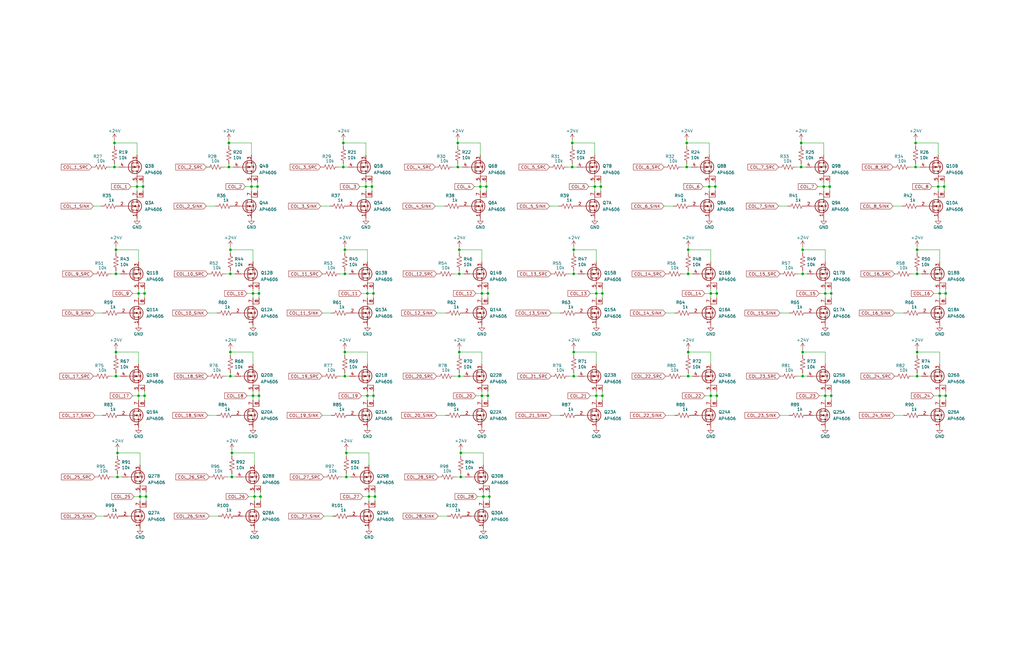
<source format=kicad_sch>
(kicad_sch (version 20211123) (generator eeschema)
  (paper "USLedger")
  (title_block (title "Luminator MAX3000 Custom Driver Board") (date "2022-08-30") (rev "D"))
  (lib_symbols
    (symbol "AP4606_1" (pin_names hide)
      (property "Reference" "Q?" (at 3.2512 0.4259 0))
      (property "Value" "AP4606_1" (at 3.2512 -2.3492 0))
      (symbol "AP4606_1_1_1"
        (pin passive line (at 0 -5.08 90) (length 2.54) (name "S") (number "1"))
        (pin passive line (at -7.62 0 0) (length 2.54) (name "G") (number "2"))
        (pin passive line (at 0 6.35 270) (length 2.54) (name "D") (number "7"))
        (pin passive line (at 2.54 6.35 270) (length 2.54) (name "D") (number "8"))
      )
      (symbol "AP4606_1_2_1"
        (pin passive line (at 0 -5.08 90) (length 2.54) (name "S") (number "3"))
        (pin passive line (at -7.62 0 0) (length 2.54) (name "G") (number "4"))
        (pin passive line (at 0 6.35 270) (length 2.54) (name "D") (number "5"))
        (pin passive line (at 2.54 6.35 270) (length 2.54) (name "D") (number "6"))
      )
    )
    (symbol "AP4606_10" (pin_names hide)
      (property "Reference" "Q?" (at 3.2512 0.4259 0))
      (property "Value" "AP4606_10" (at 3.2512 -2.3492 0))
      (symbol "AP4606_10_1_1"
        (pin passive line (at 0 -5.08 90) (length 2.54) (name "S") (number "1"))
        (pin passive line (at -7.62 0 0) (length 2.54) (name "G") (number "2"))
        (pin passive line (at 0 6.35 270) (length 2.54) (name "D") (number "7"))
        (pin passive line (at 2.54 6.35 270) (length 2.54) (name "D") (number "8"))
      )
      (symbol "AP4606_10_2_1"
        (pin passive line (at 0 -5.08 90) (length 2.54) (name "S") (number "3"))
        (pin passive line (at -7.62 0 0) (length 2.54) (name "G") (number "4"))
        (pin passive line (at 0 6.35 270) (length 2.54) (name "D") (number "5"))
        (pin passive line (at 2.54 6.35 270) (length 2.54) (name "D") (number "6"))
      )
    )
    (symbol "AP4606_11" (pin_names hide)
      (property "Reference" "Q?" (at 3.2512 0.4259 0))
      (property "Value" "AP4606_11" (at 3.2512 -2.3492 0))
      (symbol "AP4606_11_1_1"
        (pin passive line (at 0 -5.08 90) (length 2.54) (name "S") (number "1"))
        (pin passive line (at -7.62 0 0) (length 2.54) (name "G") (number "2"))
        (pin passive line (at 0 6.35 270) (length 2.54) (name "D") (number "7"))
        (pin passive line (at 2.54 6.35 270) (length 2.54) (name "D") (number "8"))
      )
      (symbol "AP4606_11_2_1"
        (pin passive line (at 0 -5.08 90) (length 2.54) (name "S") (number "3"))
        (pin passive line (at -7.62 0 0) (length 2.54) (name "G") (number "4"))
        (pin passive line (at 0 6.35 270) (length 2.54) (name "D") (number "5"))
        (pin passive line (at 2.54 6.35 270) (length 2.54) (name "D") (number "6"))
      )
    )
    (symbol "AP4606_12" (pin_names hide)
      (property "Reference" "Q?" (at 3.2512 0.4259 0))
      (property "Value" "AP4606_12" (at 3.2512 -2.3492 0))
      (symbol "AP4606_12_1_1"
        (pin passive line (at 0 -5.08 90) (length 2.54) (name "S") (number "1"))
        (pin passive line (at -7.62 0 0) (length 2.54) (name "G") (number "2"))
        (pin passive line (at 0 6.35 270) (length 2.54) (name "D") (number "7"))
        (pin passive line (at 2.54 6.35 270) (length 2.54) (name "D") (number "8"))
      )
      (symbol "AP4606_12_2_1"
        (pin passive line (at 0 -5.08 90) (length 2.54) (name "S") (number "3"))
        (pin passive line (at -7.62 0 0) (length 2.54) (name "G") (number "4"))
        (pin passive line (at 0 6.35 270) (length 2.54) (name "D") (number "5"))
        (pin passive line (at 2.54 6.35 270) (length 2.54) (name "D") (number "6"))
      )
    )
    (symbol "AP4606_13" (pin_names hide)
      (property "Reference" "Q?" (at 3.2512 0.4259 0))
      (property "Value" "AP4606_13" (at 3.2512 -2.3492 0))
      (symbol "AP4606_13_1_1"
        (pin passive line (at 0 -5.08 90) (length 2.54) (name "S") (number "1"))
        (pin passive line (at -7.62 0 0) (length 2.54) (name "G") (number "2"))
        (pin passive line (at 0 6.35 270) (length 2.54) (name "D") (number "7"))
        (pin passive line (at 2.54 6.35 270) (length 2.54) (name "D") (number "8"))
      )
      (symbol "AP4606_13_2_1"
        (pin passive line (at 0 -5.08 90) (length 2.54) (name "S") (number "3"))
        (pin passive line (at -7.62 0 0) (length 2.54) (name "G") (number "4"))
        (pin passive line (at 0 6.35 270) (length 2.54) (name "D") (number "5"))
        (pin passive line (at 2.54 6.35 270) (length 2.54) (name "D") (number "6"))
      )
    )
    (symbol "AP4606_14" (pin_names hide)
      (property "Reference" "Q?" (at 3.2512 0.4259 0))
      (property "Value" "AP4606_14" (at 3.2512 -2.3492 0))
      (symbol "AP4606_14_1_1"
        (pin passive line (at 0 -5.08 90) (length 2.54) (name "S") (number "1"))
        (pin passive line (at -7.62 0 0) (length 2.54) (name "G") (number "2"))
        (pin passive line (at 0 6.35 270) (length 2.54) (name "D") (number "7"))
        (pin passive line (at 2.54 6.35 270) (length 2.54) (name "D") (number "8"))
      )
      (symbol "AP4606_14_2_1"
        (pin passive line (at 0 -5.08 90) (length 2.54) (name "S") (number "3"))
        (pin passive line (at -7.62 0 0) (length 2.54) (name "G") (number "4"))
        (pin passive line (at 0 6.35 270) (length 2.54) (name "D") (number "5"))
        (pin passive line (at 2.54 6.35 270) (length 2.54) (name "D") (number "6"))
      )
    )
    (symbol "AP4606_15" (pin_names hide)
      (property "Reference" "Q?" (at 3.2512 0.4259 0))
      (property "Value" "AP4606_15" (at 3.2512 -2.3492 0))
      (symbol "AP4606_15_1_1"
        (pin passive line (at 0 -5.08 90) (length 2.54) (name "S") (number "1"))
        (pin passive line (at -7.62 0 0) (length 2.54) (name "G") (number "2"))
        (pin passive line (at 0 6.35 270) (length 2.54) (name "D") (number "7"))
        (pin passive line (at 2.54 6.35 270) (length 2.54) (name "D") (number "8"))
      )
      (symbol "AP4606_15_2_1"
        (pin passive line (at 0 -5.08 90) (length 2.54) (name "S") (number "3"))
        (pin passive line (at -7.62 0 0) (length 2.54) (name "G") (number "4"))
        (pin passive line (at 0 6.35 270) (length 2.54) (name "D") (number "5"))
        (pin passive line (at 2.54 6.35 270) (length 2.54) (name "D") (number "6"))
      )
    )
    (symbol "AP4606_16" (pin_names hide)
      (property "Reference" "Q?" (at 3.2512 0.4259 0))
      (property "Value" "AP4606_16" (at 3.2512 -2.3492 0))
      (symbol "AP4606_16_1_1"
        (pin passive line (at 0 -5.08 90) (length 2.54) (name "S") (number "1"))
        (pin passive line (at -7.62 0 0) (length 2.54) (name "G") (number "2"))
        (pin passive line (at 0 6.35 270) (length 2.54) (name "D") (number "7"))
        (pin passive line (at 2.54 6.35 270) (length 2.54) (name "D") (number "8"))
      )
      (symbol "AP4606_16_2_1"
        (pin passive line (at 0 -5.08 90) (length 2.54) (name "S") (number "3"))
        (pin passive line (at -7.62 0 0) (length 2.54) (name "G") (number "4"))
        (pin passive line (at 0 6.35 270) (length 2.54) (name "D") (number "5"))
        (pin passive line (at 2.54 6.35 270) (length 2.54) (name "D") (number "6"))
      )
    )
    (symbol "AP4606_17" (pin_names hide)
      (property "Reference" "Q?" (at 3.2512 0.4259 0))
      (property "Value" "AP4606_17" (at 3.2512 -2.3492 0))
      (symbol "AP4606_17_1_1"
        (pin passive line (at 0 -5.08 90) (length 2.54) (name "S") (number "1"))
        (pin passive line (at -7.62 0 0) (length 2.54) (name "G") (number "2"))
        (pin passive line (at 0 6.35 270) (length 2.54) (name "D") (number "7"))
        (pin passive line (at 2.54 6.35 270) (length 2.54) (name "D") (number "8"))
      )
      (symbol "AP4606_17_2_1"
        (pin passive line (at 0 -5.08 90) (length 2.54) (name "S") (number "3"))
        (pin passive line (at -7.62 0 0) (length 2.54) (name "G") (number "4"))
        (pin passive line (at 0 6.35 270) (length 2.54) (name "D") (number "5"))
        (pin passive line (at 2.54 6.35 270) (length 2.54) (name "D") (number "6"))
      )
    )
    (symbol "AP4606_18" (pin_names hide)
      (property "Reference" "Q?" (at 3.2512 0.4259 0))
      (property "Value" "AP4606_18" (at 3.2512 -2.3492 0))
      (symbol "AP4606_18_1_1"
        (pin passive line (at 0 -5.08 90) (length 2.54) (name "S") (number "1"))
        (pin passive line (at -7.62 0 0) (length 2.54) (name "G") (number "2"))
        (pin passive line (at 0 6.35 270) (length 2.54) (name "D") (number "7"))
        (pin passive line (at 2.54 6.35 270) (length 2.54) (name "D") (number "8"))
      )
      (symbol "AP4606_18_2_1"
        (pin passive line (at 0 -5.08 90) (length 2.54) (name "S") (number "3"))
        (pin passive line (at -7.62 0 0) (length 2.54) (name "G") (number "4"))
        (pin passive line (at 0 6.35 270) (length 2.54) (name "D") (number "5"))
        (pin passive line (at 2.54 6.35 270) (length 2.54) (name "D") (number "6"))
      )
    )
    (symbol "AP4606_19" (pin_names hide)
      (property "Reference" "Q?" (at 3.2512 0.4259 0))
      (property "Value" "AP4606_19" (at 3.2512 -2.3492 0))
      (symbol "AP4606_19_1_1"
        (pin passive line (at 0 -5.08 90) (length 2.54) (name "S") (number "1"))
        (pin passive line (at -7.62 0 0) (length 2.54) (name "G") (number "2"))
        (pin passive line (at 0 6.35 270) (length 2.54) (name "D") (number "7"))
        (pin passive line (at 2.54 6.35 270) (length 2.54) (name "D") (number "8"))
      )
      (symbol "AP4606_19_2_1"
        (pin passive line (at 0 -5.08 90) (length 2.54) (name "S") (number "3"))
        (pin passive line (at -7.62 0 0) (length 2.54) (name "G") (number "4"))
        (pin passive line (at 0 6.35 270) (length 2.54) (name "D") (number "5"))
        (pin passive line (at 2.54 6.35 270) (length 2.54) (name "D") (number "6"))
      )
    )
    (symbol "AP4606_2" (pin_names hide)
      (property "Reference" "Q?" (at 3.2512 0.4259 0))
      (property "Value" "AP4606_2" (at 3.2512 -2.3492 0))
      (symbol "AP4606_2_1_1"
        (pin passive line (at 0 -5.08 90) (length 2.54) (name "S") (number "1"))
        (pin passive line (at -7.62 0 0) (length 2.54) (name "G") (number "2"))
        (pin passive line (at 0 6.35 270) (length 2.54) (name "D") (number "7"))
        (pin passive line (at 2.54 6.35 270) (length 2.54) (name "D") (number "8"))
      )
      (symbol "AP4606_2_2_1"
        (pin passive line (at 0 -5.08 90) (length 2.54) (name "S") (number "3"))
        (pin passive line (at -7.62 0 0) (length 2.54) (name "G") (number "4"))
        (pin passive line (at 0 6.35 270) (length 2.54) (name "D") (number "5"))
        (pin passive line (at 2.54 6.35 270) (length 2.54) (name "D") (number "6"))
      )
    )
    (symbol "AP4606_20" (pin_names hide)
      (property "Reference" "Q?" (at 3.2512 0.4259 0))
      (property "Value" "AP4606_20" (at 3.2512 -2.3492 0))
      (symbol "AP4606_20_1_1"
        (pin passive line (at 0 -5.08 90) (length 2.54) (name "S") (number "1"))
        (pin passive line (at -7.62 0 0) (length 2.54) (name "G") (number "2"))
        (pin passive line (at 0 6.35 270) (length 2.54) (name "D") (number "7"))
        (pin passive line (at 2.54 6.35 270) (length 2.54) (name "D") (number "8"))
      )
      (symbol "AP4606_20_2_1"
        (pin passive line (at 0 -5.08 90) (length 2.54) (name "S") (number "3"))
        (pin passive line (at -7.62 0 0) (length 2.54) (name "G") (number "4"))
        (pin passive line (at 0 6.35 270) (length 2.54) (name "D") (number "5"))
        (pin passive line (at 2.54 6.35 270) (length 2.54) (name "D") (number "6"))
      )
    )
    (symbol "AP4606_21" (pin_names hide)
      (property "Reference" "Q?" (at 3.2512 0.4259 0))
      (property "Value" "AP4606_21" (at 3.2512 -2.3492 0))
      (symbol "AP4606_21_1_1"
        (pin passive line (at 0 -5.08 90) (length 2.54) (name "S") (number "1"))
        (pin passive line (at -7.62 0 0) (length 2.54) (name "G") (number "2"))
        (pin passive line (at 0 6.35 270) (length 2.54) (name "D") (number "7"))
        (pin passive line (at 2.54 6.35 270) (length 2.54) (name "D") (number "8"))
      )
      (symbol "AP4606_21_2_1"
        (pin passive line (at 0 -5.08 90) (length 2.54) (name "S") (number "3"))
        (pin passive line (at -7.62 0 0) (length 2.54) (name "G") (number "4"))
        (pin passive line (at 0 6.35 270) (length 2.54) (name "D") (number "5"))
        (pin passive line (at 2.54 6.35 270) (length 2.54) (name "D") (number "6"))
      )
    )
    (symbol "AP4606_22" (pin_names hide)
      (property "Reference" "Q?" (at 3.2512 0.4259 0))
      (property "Value" "AP4606_22" (at 3.2512 -2.3492 0))
      (symbol "AP4606_22_1_1"
        (pin passive line (at 0 -5.08 90) (length 2.54) (name "S") (number "1"))
        (pin passive line (at -7.62 0 0) (length 2.54) (name "G") (number "2"))
        (pin passive line (at 0 6.35 270) (length 2.54) (name "D") (number "7"))
        (pin passive line (at 2.54 6.35 270) (length 2.54) (name "D") (number "8"))
      )
      (symbol "AP4606_22_2_1"
        (pin passive line (at 0 -5.08 90) (length 2.54) (name "S") (number "3"))
        (pin passive line (at -7.62 0 0) (length 2.54) (name "G") (number "4"))
        (pin passive line (at 0 6.35 270) (length 2.54) (name "D") (number "5"))
        (pin passive line (at 2.54 6.35 270) (length 2.54) (name "D") (number "6"))
      )
    )
    (symbol "AP4606_23" (pin_names hide)
      (property "Reference" "Q?" (at 3.2512 0.4259 0))
      (property "Value" "AP4606_23" (at 3.2512 -2.3492 0))
      (symbol "AP4606_23_1_1"
        (pin passive line (at 0 -5.08 90) (length 2.54) (name "S") (number "1"))
        (pin passive line (at -7.62 0 0) (length 2.54) (name "G") (number "2"))
        (pin passive line (at 0 6.35 270) (length 2.54) (name "D") (number "7"))
        (pin passive line (at 2.54 6.35 270) (length 2.54) (name "D") (number "8"))
      )
      (symbol "AP4606_23_2_1"
        (pin passive line (at 0 -5.08 90) (length 2.54) (name "S") (number "3"))
        (pin passive line (at -7.62 0 0) (length 2.54) (name "G") (number "4"))
        (pin passive line (at 0 6.35 270) (length 2.54) (name "D") (number "5"))
        (pin passive line (at 2.54 6.35 270) (length 2.54) (name "D") (number "6"))
      )
    )
    (symbol "AP4606_24" (pin_names hide)
      (property "Reference" "Q?" (at 3.2512 0.4259 0))
      (property "Value" "AP4606_24" (at 3.2512 -2.3492 0))
      (symbol "AP4606_24_1_1"
        (pin passive line (at 0 -5.08 90) (length 2.54) (name "S") (number "1"))
        (pin passive line (at -7.62 0 0) (length 2.54) (name "G") (number "2"))
        (pin passive line (at 0 6.35 270) (length 2.54) (name "D") (number "7"))
        (pin passive line (at 2.54 6.35 270) (length 2.54) (name "D") (number "8"))
      )
      (symbol "AP4606_24_2_1"
        (pin passive line (at 0 -5.08 90) (length 2.54) (name "S") (number "3"))
        (pin passive line (at -7.62 0 0) (length 2.54) (name "G") (number "4"))
        (pin passive line (at 0 6.35 270) (length 2.54) (name "D") (number "5"))
        (pin passive line (at 2.54 6.35 270) (length 2.54) (name "D") (number "6"))
      )
    )
    (symbol "AP4606_25" (pin_names hide)
      (property "Reference" "Q?" (at 3.2512 0.4259 0))
      (property "Value" "AP4606_25" (at 3.2512 -2.3492 0))
      (symbol "AP4606_25_1_1"
        (pin passive line (at 0 -5.08 90) (length 2.54) (name "S") (number "1"))
        (pin passive line (at -7.62 0 0) (length 2.54) (name "G") (number "2"))
        (pin passive line (at 0 6.35 270) (length 2.54) (name "D") (number "7"))
        (pin passive line (at 2.54 6.35 270) (length 2.54) (name "D") (number "8"))
      )
      (symbol "AP4606_25_2_1"
        (pin passive line (at 0 -5.08 90) (length 2.54) (name "S") (number "3"))
        (pin passive line (at -7.62 0 0) (length 2.54) (name "G") (number "4"))
        (pin passive line (at 0 6.35 270) (length 2.54) (name "D") (number "5"))
        (pin passive line (at 2.54 6.35 270) (length 2.54) (name "D") (number "6"))
      )
    )
    (symbol "AP4606_26" (pin_names hide)
      (property "Reference" "Q?" (at 3.2512 0.4259 0))
      (property "Value" "AP4606_26" (at 3.2512 -2.3492 0))
      (symbol "AP4606_26_1_1"
        (pin passive line (at 0 -5.08 90) (length 2.54) (name "S") (number "1"))
        (pin passive line (at -7.62 0 0) (length 2.54) (name "G") (number "2"))
        (pin passive line (at 0 6.35 270) (length 2.54) (name "D") (number "7"))
        (pin passive line (at 2.54 6.35 270) (length 2.54) (name "D") (number "8"))
      )
      (symbol "AP4606_26_2_1"
        (pin passive line (at 0 -5.08 90) (length 2.54) (name "S") (number "3"))
        (pin passive line (at -7.62 0 0) (length 2.54) (name "G") (number "4"))
        (pin passive line (at 0 6.35 270) (length 2.54) (name "D") (number "5"))
        (pin passive line (at 2.54 6.35 270) (length 2.54) (name "D") (number "6"))
      )
    )
    (symbol "AP4606_27" (pin_names hide)
      (property "Reference" "Q?" (at 3.2512 0.4259 0))
      (property "Value" "AP4606_27" (at 3.2512 -2.3492 0))
      (symbol "AP4606_27_1_1"
        (pin passive line (at 0 -5.08 90) (length 2.54) (name "S") (number "1"))
        (pin passive line (at -7.62 0 0) (length 2.54) (name "G") (number "2"))
        (pin passive line (at 0 6.35 270) (length 2.54) (name "D") (number "7"))
        (pin passive line (at 2.54 6.35 270) (length 2.54) (name "D") (number "8"))
      )
      (symbol "AP4606_27_2_1"
        (pin passive line (at 0 -5.08 90) (length 2.54) (name "S") (number "3"))
        (pin passive line (at -7.62 0 0) (length 2.54) (name "G") (number "4"))
        (pin passive line (at 0 6.35 270) (length 2.54) (name "D") (number "5"))
        (pin passive line (at 2.54 6.35 270) (length 2.54) (name "D") (number "6"))
      )
    )
    (symbol "AP4606_28" (pin_names hide)
      (property "Reference" "Q?" (at 3.2512 0.4259 0))
      (property "Value" "AP4606_28" (at 3.2512 -2.3492 0))
      (symbol "AP4606_28_1_1"
        (pin passive line (at 0 -5.08 90) (length 2.54) (name "S") (number "1"))
        (pin passive line (at -7.62 0 0) (length 2.54) (name "G") (number "2"))
        (pin passive line (at 0 6.35 270) (length 2.54) (name "D") (number "7"))
        (pin passive line (at 2.54 6.35 270) (length 2.54) (name "D") (number "8"))
      )
      (symbol "AP4606_28_2_1"
        (pin passive line (at 0 -5.08 90) (length 2.54) (name "S") (number "3"))
        (pin passive line (at -7.62 0 0) (length 2.54) (name "G") (number "4"))
        (pin passive line (at 0 6.35 270) (length 2.54) (name "D") (number "5"))
        (pin passive line (at 2.54 6.35 270) (length 2.54) (name "D") (number "6"))
      )
    )
    (symbol "AP4606_29" (pin_names hide)
      (property "Reference" "Q?" (at 3.2512 0.4259 0))
      (property "Value" "AP4606_29" (at 3.2512 -2.3492 0))
      (symbol "AP4606_29_1_1"
        (pin passive line (at 0 -5.08 90) (length 2.54) (name "S") (number "1"))
        (pin passive line (at -7.62 0 0) (length 2.54) (name "G") (number "2"))
        (pin passive line (at 0 6.35 270) (length 2.54) (name "D") (number "7"))
        (pin passive line (at 2.54 6.35 270) (length 2.54) (name "D") (number "8"))
      )
      (symbol "AP4606_29_2_1"
        (pin passive line (at 0 -5.08 90) (length 2.54) (name "S") (number "3"))
        (pin passive line (at -7.62 0 0) (length 2.54) (name "G") (number "4"))
        (pin passive line (at 0 6.35 270) (length 2.54) (name "D") (number "5"))
        (pin passive line (at 2.54 6.35 270) (length 2.54) (name "D") (number "6"))
      )
    )
    (symbol "AP4606_3" (pin_names hide)
      (property "Reference" "Q?" (at 3.2512 0.4259 0))
      (property "Value" "AP4606_3" (at 3.2512 -2.3492 0))
      (symbol "AP4606_3_1_1"
        (pin passive line (at 0 -5.08 90) (length 2.54) (name "S") (number "1"))
        (pin passive line (at -7.62 0 0) (length 2.54) (name "G") (number "2"))
        (pin passive line (at 0 6.35 270) (length 2.54) (name "D") (number "7"))
        (pin passive line (at 2.54 6.35 270) (length 2.54) (name "D") (number "8"))
      )
      (symbol "AP4606_3_2_1"
        (pin passive line (at 0 -5.08 90) (length 2.54) (name "S") (number "3"))
        (pin passive line (at -7.62 0 0) (length 2.54) (name "G") (number "4"))
        (pin passive line (at 0 6.35 270) (length 2.54) (name "D") (number "5"))
        (pin passive line (at 2.54 6.35 270) (length 2.54) (name "D") (number "6"))
      )
    )
    (symbol "AP4606_30" (pin_names hide)
      (property "Reference" "Q?" (at 3.2512 0.4259 0))
      (property "Value" "AP4606_30" (at 3.2512 -2.3492 0))
      (symbol "AP4606_30_1_1"
        (pin passive line (at 0 -5.08 90) (length 2.54) (name "S") (number "1"))
        (pin passive line (at -7.62 0 0) (length 2.54) (name "G") (number "2"))
        (pin passive line (at 0 6.35 270) (length 2.54) (name "D") (number "7"))
        (pin passive line (at 2.54 6.35 270) (length 2.54) (name "D") (number "8"))
      )
      (symbol "AP4606_30_2_1"
        (pin passive line (at 0 -5.08 90) (length 2.54) (name "S") (number "3"))
        (pin passive line (at -7.62 0 0) (length 2.54) (name "G") (number "4"))
        (pin passive line (at 0 6.35 270) (length 2.54) (name "D") (number "5"))
        (pin passive line (at 2.54 6.35 270) (length 2.54) (name "D") (number "6"))
      )
    )
    (symbol "AP4606_31" (pin_names hide)
      (property "Reference" "Q?" (at 3.2512 0.4259 0))
      (property "Value" "AP4606_31" (at 3.2512 -2.3492 0))
      (symbol "AP4606_31_1_1"
        (pin passive line (at 0 -5.08 90) (length 2.54) (name "S") (number "1"))
        (pin passive line (at -7.62 0 0) (length 2.54) (name "G") (number "2"))
        (pin passive line (at 0 6.35 270) (length 2.54) (name "D") (number "7"))
        (pin passive line (at 2.54 6.35 270) (length 2.54) (name "D") (number "8"))
      )
      (symbol "AP4606_31_2_1"
        (pin passive line (at 0 -5.08 90) (length 2.54) (name "S") (number "3"))
        (pin passive line (at -7.62 0 0) (length 2.54) (name "G") (number "4"))
        (pin passive line (at 0 6.35 270) (length 2.54) (name "D") (number "5"))
        (pin passive line (at 2.54 6.35 270) (length 2.54) (name "D") (number "6"))
      )
    )
    (symbol "AP4606_32" (pin_names hide)
      (property "Reference" "Q?" (at 3.2512 0.4259 0))
      (property "Value" "AP4606_32" (at 3.2512 -2.3492 0))
      (symbol "AP4606_32_1_1"
        (pin passive line (at 0 -5.08 90) (length 2.54) (name "S") (number "1"))
        (pin passive line (at -7.62 0 0) (length 2.54) (name "G") (number "2"))
        (pin passive line (at 0 6.35 270) (length 2.54) (name "D") (number "7"))
        (pin passive line (at 2.54 6.35 270) (length 2.54) (name "D") (number "8"))
      )
      (symbol "AP4606_32_2_1"
        (pin passive line (at 0 -5.08 90) (length 2.54) (name "S") (number "3"))
        (pin passive line (at -7.62 0 0) (length 2.54) (name "G") (number "4"))
        (pin passive line (at 0 6.35 270) (length 2.54) (name "D") (number "5"))
        (pin passive line (at 2.54 6.35 270) (length 2.54) (name "D") (number "6"))
      )
    )
    (symbol "AP4606_33" (pin_names hide)
      (property "Reference" "Q?" (at 3.2512 0.4259 0))
      (property "Value" "AP4606_33" (at 3.2512 -2.3492 0))
      (symbol "AP4606_33_1_1"
        (pin passive line (at 0 -5.08 90) (length 2.54) (name "S") (number "1"))
        (pin passive line (at -7.62 0 0) (length 2.54) (name "G") (number "2"))
        (pin passive line (at 0 6.35 270) (length 2.54) (name "D") (number "7"))
        (pin passive line (at 2.54 6.35 270) (length 2.54) (name "D") (number "8"))
      )
      (symbol "AP4606_33_2_1"
        (pin passive line (at 0 -5.08 90) (length 2.54) (name "S") (number "3"))
        (pin passive line (at -7.62 0 0) (length 2.54) (name "G") (number "4"))
        (pin passive line (at 0 6.35 270) (length 2.54) (name "D") (number "5"))
        (pin passive line (at 2.54 6.35 270) (length 2.54) (name "D") (number "6"))
      )
    )
    (symbol "AP4606_34" (pin_names hide)
      (property "Reference" "Q?" (at 3.2512 0.4259 0))
      (property "Value" "AP4606_34" (at 3.2512 -2.3492 0))
      (symbol "AP4606_34_1_1"
        (pin passive line (at 0 -5.08 90) (length 2.54) (name "S") (number "1"))
        (pin passive line (at -7.62 0 0) (length 2.54) (name "G") (number "2"))
        (pin passive line (at 0 6.35 270) (length 2.54) (name "D") (number "7"))
        (pin passive line (at 2.54 6.35 270) (length 2.54) (name "D") (number "8"))
      )
      (symbol "AP4606_34_2_1"
        (pin passive line (at 0 -5.08 90) (length 2.54) (name "S") (number "3"))
        (pin passive line (at -7.62 0 0) (length 2.54) (name "G") (number "4"))
        (pin passive line (at 0 6.35 270) (length 2.54) (name "D") (number "5"))
        (pin passive line (at 2.54 6.35 270) (length 2.54) (name "D") (number "6"))
      )
    )
    (symbol "AP4606_35" (pin_names hide)
      (property "Reference" "Q?" (at 3.2512 0.4259 0))
      (property "Value" "AP4606_35" (at 3.2512 -2.3492 0))
      (symbol "AP4606_35_1_1"
        (pin passive line (at 0 -5.08 90) (length 2.54) (name "S") (number "1"))
        (pin passive line (at -7.62 0 0) (length 2.54) (name "G") (number "2"))
        (pin passive line (at 0 6.35 270) (length 2.54) (name "D") (number "7"))
        (pin passive line (at 2.54 6.35 270) (length 2.54) (name "D") (number "8"))
      )
      (symbol "AP4606_35_2_1"
        (pin passive line (at 0 -5.08 90) (length 2.54) (name "S") (number "3"))
        (pin passive line (at -7.62 0 0) (length 2.54) (name "G") (number "4"))
        (pin passive line (at 0 6.35 270) (length 2.54) (name "D") (number "5"))
        (pin passive line (at 2.54 6.35 270) (length 2.54) (name "D") (number "6"))
      )
    )
    (symbol "AP4606_36" (pin_names hide)
      (property "Reference" "Q?" (at 3.2512 0.4259 0))
      (property "Value" "AP4606_36" (at 3.2512 -2.3492 0))
      (symbol "AP4606_36_1_1"
        (pin passive line (at 0 -5.08 90) (length 2.54) (name "S") (number "1"))
        (pin passive line (at -7.62 0 0) (length 2.54) (name "G") (number "2"))
        (pin passive line (at 0 6.35 270) (length 2.54) (name "D") (number "7"))
        (pin passive line (at 2.54 6.35 270) (length 2.54) (name "D") (number "8"))
      )
      (symbol "AP4606_36_2_1"
        (pin passive line (at 0 -5.08 90) (length 2.54) (name "S") (number "3"))
        (pin passive line (at -7.62 0 0) (length 2.54) (name "G") (number "4"))
        (pin passive line (at 0 6.35 270) (length 2.54) (name "D") (number "5"))
        (pin passive line (at 2.54 6.35 270) (length 2.54) (name "D") (number "6"))
      )
    )
    (symbol "AP4606_37" (pin_names hide)
      (property "Reference" "Q?" (at 3.2512 0.4259 0))
      (property "Value" "AP4606_37" (at 3.2512 -2.3492 0))
      (symbol "AP4606_37_1_1"
        (pin passive line (at 0 -5.08 90) (length 2.54) (name "S") (number "1"))
        (pin passive line (at -7.62 0 0) (length 2.54) (name "G") (number "2"))
        (pin passive line (at 0 6.35 270) (length 2.54) (name "D") (number "7"))
        (pin passive line (at 2.54 6.35 270) (length 2.54) (name "D") (number "8"))
      )
      (symbol "AP4606_37_2_1"
        (pin passive line (at 0 -5.08 90) (length 2.54) (name "S") (number "3"))
        (pin passive line (at -7.62 0 0) (length 2.54) (name "G") (number "4"))
        (pin passive line (at 0 6.35 270) (length 2.54) (name "D") (number "5"))
        (pin passive line (at 2.54 6.35 270) (length 2.54) (name "D") (number "6"))
      )
    )
    (symbol "AP4606_38" (pin_names hide)
      (property "Reference" "Q?" (at 3.2512 0.4259 0))
      (property "Value" "AP4606_38" (at 3.2512 -2.3492 0))
      (symbol "AP4606_38_1_1"
        (pin passive line (at 0 -5.08 90) (length 2.54) (name "S") (number "1"))
        (pin passive line (at -7.62 0 0) (length 2.54) (name "G") (number "2"))
        (pin passive line (at 0 6.35 270) (length 2.54) (name "D") (number "7"))
        (pin passive line (at 2.54 6.35 270) (length 2.54) (name "D") (number "8"))
      )
      (symbol "AP4606_38_2_1"
        (pin passive line (at 0 -5.08 90) (length 2.54) (name "S") (number "3"))
        (pin passive line (at -7.62 0 0) (length 2.54) (name "G") (number "4"))
        (pin passive line (at 0 6.35 270) (length 2.54) (name "D") (number "5"))
        (pin passive line (at 2.54 6.35 270) (length 2.54) (name "D") (number "6"))
      )
    )
    (symbol "AP4606_39" (pin_names hide)
      (property "Reference" "Q?" (at 3.2512 0.4259 0))
      (property "Value" "AP4606_39" (at 3.2512 -2.3492 0))
      (symbol "AP4606_39_1_1"
        (pin passive line (at 0 -5.08 90) (length 2.54) (name "S") (number "1"))
        (pin passive line (at -7.62 0 0) (length 2.54) (name "G") (number "2"))
        (pin passive line (at 0 6.35 270) (length 2.54) (name "D") (number "7"))
        (pin passive line (at 2.54 6.35 270) (length 2.54) (name "D") (number "8"))
      )
      (symbol "AP4606_39_2_1"
        (pin passive line (at 0 -5.08 90) (length 2.54) (name "S") (number "3"))
        (pin passive line (at -7.62 0 0) (length 2.54) (name "G") (number "4"))
        (pin passive line (at 0 6.35 270) (length 2.54) (name "D") (number "5"))
        (pin passive line (at 2.54 6.35 270) (length 2.54) (name "D") (number "6"))
      )
    )
    (symbol "AP4606_4" (pin_names hide)
      (property "Reference" "Q?" (at 3.2512 0.4259 0))
      (property "Value" "AP4606_4" (at 3.2512 -2.3492 0))
      (symbol "AP4606_4_1_1"
        (pin passive line (at 0 -5.08 90) (length 2.54) (name "S") (number "1"))
        (pin passive line (at -7.62 0 0) (length 2.54) (name "G") (number "2"))
        (pin passive line (at 0 6.35 270) (length 2.54) (name "D") (number "7"))
        (pin passive line (at 2.54 6.35 270) (length 2.54) (name "D") (number "8"))
      )
      (symbol "AP4606_4_2_1"
        (pin passive line (at 0 -5.08 90) (length 2.54) (name "S") (number "3"))
        (pin passive line (at -7.62 0 0) (length 2.54) (name "G") (number "4"))
        (pin passive line (at 0 6.35 270) (length 2.54) (name "D") (number "5"))
        (pin passive line (at 2.54 6.35 270) (length 2.54) (name "D") (number "6"))
      )
    )
    (symbol "AP4606_40" (pin_names hide)
      (property "Reference" "Q?" (at 3.2512 0.4259 0))
      (property "Value" "AP4606_40" (at 3.2512 -2.3492 0))
      (symbol "AP4606_40_1_1"
        (pin passive line (at 0 -5.08 90) (length 2.54) (name "S") (number "1"))
        (pin passive line (at -7.62 0 0) (length 2.54) (name "G") (number "2"))
        (pin passive line (at 0 6.35 270) (length 2.54) (name "D") (number "7"))
        (pin passive line (at 2.54 6.35 270) (length 2.54) (name "D") (number "8"))
      )
      (symbol "AP4606_40_2_1"
        (pin passive line (at 0 -5.08 90) (length 2.54) (name "S") (number "3"))
        (pin passive line (at -7.62 0 0) (length 2.54) (name "G") (number "4"))
        (pin passive line (at 0 6.35 270) (length 2.54) (name "D") (number "5"))
        (pin passive line (at 2.54 6.35 270) (length 2.54) (name "D") (number "6"))
      )
    )
    (symbol "AP4606_41" (pin_names hide)
      (property "Reference" "Q?" (at 3.2512 0.4259 0))
      (property "Value" "AP4606_41" (at 3.2512 -2.3492 0))
      (symbol "AP4606_41_1_1"
        (pin passive line (at 0 -5.08 90) (length 2.54) (name "S") (number "1"))
        (pin passive line (at -7.62 0 0) (length 2.54) (name "G") (number "2"))
        (pin passive line (at 0 6.35 270) (length 2.54) (name "D") (number "7"))
        (pin passive line (at 2.54 6.35 270) (length 2.54) (name "D") (number "8"))
      )
      (symbol "AP4606_41_2_1"
        (pin passive line (at 0 -5.08 90) (length 2.54) (name "S") (number "3"))
        (pin passive line (at -7.62 0 0) (length 2.54) (name "G") (number "4"))
        (pin passive line (at 0 6.35 270) (length 2.54) (name "D") (number "5"))
        (pin passive line (at 2.54 6.35 270) (length 2.54) (name "D") (number "6"))
      )
    )
    (symbol "AP4606_42" (pin_names hide)
      (property "Reference" "Q?" (at 3.2512 0.4259 0))
      (property "Value" "AP4606_42" (at 3.2512 -2.3492 0))
      (symbol "AP4606_42_1_1"
        (pin passive line (at 0 -5.08 90) (length 2.54) (name "S") (number "1"))
        (pin passive line (at -7.62 0 0) (length 2.54) (name "G") (number "2"))
        (pin passive line (at 0 6.35 270) (length 2.54) (name "D") (number "7"))
        (pin passive line (at 2.54 6.35 270) (length 2.54) (name "D") (number "8"))
      )
      (symbol "AP4606_42_2_1"
        (pin passive line (at 0 -5.08 90) (length 2.54) (name "S") (number "3"))
        (pin passive line (at -7.62 0 0) (length 2.54) (name "G") (number "4"))
        (pin passive line (at 0 6.35 270) (length 2.54) (name "D") (number "5"))
        (pin passive line (at 2.54 6.35 270) (length 2.54) (name "D") (number "6"))
      )
    )
    (symbol "AP4606_43" (pin_names hide)
      (property "Reference" "Q?" (at 3.2512 0.4259 0))
      (property "Value" "AP4606_43" (at 3.2512 -2.3492 0))
      (symbol "AP4606_43_1_1"
        (pin passive line (at 0 -5.08 90) (length 2.54) (name "S") (number "1"))
        (pin passive line (at -7.62 0 0) (length 2.54) (name "G") (number "2"))
        (pin passive line (at 0 6.35 270) (length 2.54) (name "D") (number "7"))
        (pin passive line (at 2.54 6.35 270) (length 2.54) (name "D") (number "8"))
      )
      (symbol "AP4606_43_2_1"
        (pin passive line (at 0 -5.08 90) (length 2.54) (name "S") (number "3"))
        (pin passive line (at -7.62 0 0) (length 2.54) (name "G") (number "4"))
        (pin passive line (at 0 6.35 270) (length 2.54) (name "D") (number "5"))
        (pin passive line (at 2.54 6.35 270) (length 2.54) (name "D") (number "6"))
      )
    )
    (symbol "AP4606_44" (pin_names hide)
      (property "Reference" "Q?" (at 3.2512 0.4259 0))
      (property "Value" "AP4606_44" (at 3.2512 -2.3492 0))
      (symbol "AP4606_44_1_1"
        (pin passive line (at 0 -5.08 90) (length 2.54) (name "S") (number "1"))
        (pin passive line (at -7.62 0 0) (length 2.54) (name "G") (number "2"))
        (pin passive line (at 0 6.35 270) (length 2.54) (name "D") (number "7"))
        (pin passive line (at 2.54 6.35 270) (length 2.54) (name "D") (number "8"))
      )
      (symbol "AP4606_44_2_1"
        (pin passive line (at 0 -5.08 90) (length 2.54) (name "S") (number "3"))
        (pin passive line (at -7.62 0 0) (length 2.54) (name "G") (number "4"))
        (pin passive line (at 0 6.35 270) (length 2.54) (name "D") (number "5"))
        (pin passive line (at 2.54 6.35 270) (length 2.54) (name "D") (number "6"))
      )
    )
    (symbol "AP4606_45" (pin_names hide)
      (property "Reference" "Q?" (at 3.2512 0.4259 0))
      (property "Value" "AP4606_45" (at 3.2512 -2.3492 0))
      (symbol "AP4606_45_1_1"
        (pin passive line (at 0 -5.08 90) (length 2.54) (name "S") (number "1"))
        (pin passive line (at -7.62 0 0) (length 2.54) (name "G") (number "2"))
        (pin passive line (at 0 6.35 270) (length 2.54) (name "D") (number "7"))
        (pin passive line (at 2.54 6.35 270) (length 2.54) (name "D") (number "8"))
      )
      (symbol "AP4606_45_2_1"
        (pin passive line (at 0 -5.08 90) (length 2.54) (name "S") (number "3"))
        (pin passive line (at -7.62 0 0) (length 2.54) (name "G") (number "4"))
        (pin passive line (at 0 6.35 270) (length 2.54) (name "D") (number "5"))
        (pin passive line (at 2.54 6.35 270) (length 2.54) (name "D") (number "6"))
      )
    )
    (symbol "AP4606_46" (pin_names hide)
      (property "Reference" "Q?" (at 3.2512 0.4259 0))
      (property "Value" "AP4606_46" (at 3.2512 -2.3492 0))
      (symbol "AP4606_46_1_1"
        (pin passive line (at 0 -5.08 90) (length 2.54) (name "S") (number "1"))
        (pin passive line (at -7.62 0 0) (length 2.54) (name "G") (number "2"))
        (pin passive line (at 0 6.35 270) (length 2.54) (name "D") (number "7"))
        (pin passive line (at 2.54 6.35 270) (length 2.54) (name "D") (number "8"))
      )
      (symbol "AP4606_46_2_1"
        (pin passive line (at 0 -5.08 90) (length 2.54) (name "S") (number "3"))
        (pin passive line (at -7.62 0 0) (length 2.54) (name "G") (number "4"))
        (pin passive line (at 0 6.35 270) (length 2.54) (name "D") (number "5"))
        (pin passive line (at 2.54 6.35 270) (length 2.54) (name "D") (number "6"))
      )
    )
    (symbol "AP4606_47" (pin_names hide)
      (property "Reference" "Q?" (at 3.2512 0.4259 0))
      (property "Value" "AP4606_47" (at 3.2512 -2.3492 0))
      (symbol "AP4606_47_1_1"
        (pin passive line (at 0 -5.08 90) (length 2.54) (name "S") (number "1"))
        (pin passive line (at -7.62 0 0) (length 2.54) (name "G") (number "2"))
        (pin passive line (at 0 6.35 270) (length 2.54) (name "D") (number "7"))
        (pin passive line (at 2.54 6.35 270) (length 2.54) (name "D") (number "8"))
      )
      (symbol "AP4606_47_2_1"
        (pin passive line (at 0 -5.08 90) (length 2.54) (name "S") (number "3"))
        (pin passive line (at -7.62 0 0) (length 2.54) (name "G") (number "4"))
        (pin passive line (at 0 6.35 270) (length 2.54) (name "D") (number "5"))
        (pin passive line (at 2.54 6.35 270) (length 2.54) (name "D") (number "6"))
      )
    )
    (symbol "AP4606_48" (pin_names hide)
      (property "Reference" "Q?" (at 3.2512 0.4259 0))
      (property "Value" "AP4606_48" (at 3.2512 -2.3492 0))
      (symbol "AP4606_48_1_1"
        (pin passive line (at 0 -5.08 90) (length 2.54) (name "S") (number "1"))
        (pin passive line (at -7.62 0 0) (length 2.54) (name "G") (number "2"))
        (pin passive line (at 0 6.35 270) (length 2.54) (name "D") (number "7"))
        (pin passive line (at 2.54 6.35 270) (length 2.54) (name "D") (number "8"))
      )
      (symbol "AP4606_48_2_1"
        (pin passive line (at 0 -5.08 90) (length 2.54) (name "S") (number "3"))
        (pin passive line (at -7.62 0 0) (length 2.54) (name "G") (number "4"))
        (pin passive line (at 0 6.35 270) (length 2.54) (name "D") (number "5"))
        (pin passive line (at 2.54 6.35 270) (length 2.54) (name "D") (number "6"))
      )
    )
    (symbol "AP4606_49" (pin_names hide)
      (property "Reference" "Q?" (at 3.2512 0.4259 0))
      (property "Value" "AP4606_49" (at 3.2512 -2.3492 0))
      (symbol "AP4606_49_1_1"
        (pin passive line (at 0 -5.08 90) (length 2.54) (name "S") (number "1"))
        (pin passive line (at -7.62 0 0) (length 2.54) (name "G") (number "2"))
        (pin passive line (at 0 6.35 270) (length 2.54) (name "D") (number "7"))
        (pin passive line (at 2.54 6.35 270) (length 2.54) (name "D") (number "8"))
      )
      (symbol "AP4606_49_2_1"
        (pin passive line (at 0 -5.08 90) (length 2.54) (name "S") (number "3"))
        (pin passive line (at -7.62 0 0) (length 2.54) (name "G") (number "4"))
        (pin passive line (at 0 6.35 270) (length 2.54) (name "D") (number "5"))
        (pin passive line (at 2.54 6.35 270) (length 2.54) (name "D") (number "6"))
      )
    )
    (symbol "AP4606_5" (pin_names hide)
      (property "Reference" "Q?" (at 3.2512 0.4259 0))
      (property "Value" "AP4606_5" (at 3.2512 -2.3492 0))
      (symbol "AP4606_5_1_1"
        (pin passive line (at 0 -5.08 90) (length 2.54) (name "S") (number "1"))
        (pin passive line (at -7.62 0 0) (length 2.54) (name "G") (number "2"))
        (pin passive line (at 0 6.35 270) (length 2.54) (name "D") (number "7"))
        (pin passive line (at 2.54 6.35 270) (length 2.54) (name "D") (number "8"))
      )
      (symbol "AP4606_5_2_1"
        (pin passive line (at 0 -5.08 90) (length 2.54) (name "S") (number "3"))
        (pin passive line (at -7.62 0 0) (length 2.54) (name "G") (number "4"))
        (pin passive line (at 0 6.35 270) (length 2.54) (name "D") (number "5"))
        (pin passive line (at 2.54 6.35 270) (length 2.54) (name "D") (number "6"))
      )
    )
    (symbol "AP4606_50" (pin_names hide)
      (property "Reference" "Q?" (at 3.2512 0.4259 0))
      (property "Value" "AP4606_50" (at 3.2512 -2.3492 0))
      (symbol "AP4606_50_1_1"
        (pin passive line (at 0 -5.08 90) (length 2.54) (name "S") (number "1"))
        (pin passive line (at -7.62 0 0) (length 2.54) (name "G") (number "2"))
        (pin passive line (at 0 6.35 270) (length 2.54) (name "D") (number "7"))
        (pin passive line (at 2.54 6.35 270) (length 2.54) (name "D") (number "8"))
      )
      (symbol "AP4606_50_2_1"
        (pin passive line (at 0 -5.08 90) (length 2.54) (name "S") (number "3"))
        (pin passive line (at -7.62 0 0) (length 2.54) (name "G") (number "4"))
        (pin passive line (at 0 6.35 270) (length 2.54) (name "D") (number "5"))
        (pin passive line (at 2.54 6.35 270) (length 2.54) (name "D") (number "6"))
      )
    )
    (symbol "AP4606_51" (pin_names hide)
      (property "Reference" "Q?" (at 3.2512 0.4259 0))
      (property "Value" "AP4606_51" (at 3.2512 -2.3492 0))
      (symbol "AP4606_51_1_1"
        (pin passive line (at 0 -5.08 90) (length 2.54) (name "S") (number "1"))
        (pin passive line (at -7.62 0 0) (length 2.54) (name "G") (number "2"))
        (pin passive line (at 0 6.35 270) (length 2.54) (name "D") (number "7"))
        (pin passive line (at 2.54 6.35 270) (length 2.54) (name "D") (number "8"))
      )
      (symbol "AP4606_51_2_1"
        (pin passive line (at 0 -5.08 90) (length 2.54) (name "S") (number "3"))
        (pin passive line (at -7.62 0 0) (length 2.54) (name "G") (number "4"))
        (pin passive line (at 0 6.35 270) (length 2.54) (name "D") (number "5"))
        (pin passive line (at 2.54 6.35 270) (length 2.54) (name "D") (number "6"))
      )
    )
    (symbol "AP4606_52" (pin_names hide)
      (property "Reference" "Q?" (at 3.2512 0.4259 0))
      (property "Value" "AP4606_52" (at 3.2512 -2.3492 0))
      (symbol "AP4606_52_1_1"
        (pin passive line (at 0 -5.08 90) (length 2.54) (name "S") (number "1"))
        (pin passive line (at -7.62 0 0) (length 2.54) (name "G") (number "2"))
        (pin passive line (at 0 6.35 270) (length 2.54) (name "D") (number "7"))
        (pin passive line (at 2.54 6.35 270) (length 2.54) (name "D") (number "8"))
      )
      (symbol "AP4606_52_2_1"
        (pin passive line (at 0 -5.08 90) (length 2.54) (name "S") (number "3"))
        (pin passive line (at -7.62 0 0) (length 2.54) (name "G") (number "4"))
        (pin passive line (at 0 6.35 270) (length 2.54) (name "D") (number "5"))
        (pin passive line (at 2.54 6.35 270) (length 2.54) (name "D") (number "6"))
      )
    )
    (symbol "AP4606_53" (pin_names hide)
      (property "Reference" "Q?" (at 3.2512 0.4259 0))
      (property "Value" "AP4606_53" (at 3.2512 -2.3492 0))
      (symbol "AP4606_53_1_1"
        (pin passive line (at 0 -5.08 90) (length 2.54) (name "S") (number "1"))
        (pin passive line (at -7.62 0 0) (length 2.54) (name "G") (number "2"))
        (pin passive line (at 0 6.35 270) (length 2.54) (name "D") (number "7"))
        (pin passive line (at 2.54 6.35 270) (length 2.54) (name "D") (number "8"))
      )
      (symbol "AP4606_53_2_1"
        (pin passive line (at 0 -5.08 90) (length 2.54) (name "S") (number "3"))
        (pin passive line (at -7.62 0 0) (length 2.54) (name "G") (number "4"))
        (pin passive line (at 0 6.35 270) (length 2.54) (name "D") (number "5"))
        (pin passive line (at 2.54 6.35 270) (length 2.54) (name "D") (number "6"))
      )
    )
    (symbol "AP4606_54" (pin_names hide)
      (property "Reference" "Q?" (at 3.2512 0.4259 0))
      (property "Value" "AP4606_54" (at 3.2512 -2.3492 0))
      (symbol "AP4606_54_1_1"
        (pin passive line (at 0 -5.08 90) (length 2.54) (name "S") (number "1"))
        (pin passive line (at -7.62 0 0) (length 2.54) (name "G") (number "2"))
        (pin passive line (at 0 6.35 270) (length 2.54) (name "D") (number "7"))
        (pin passive line (at 2.54 6.35 270) (length 2.54) (name "D") (number "8"))
      )
      (symbol "AP4606_54_2_1"
        (pin passive line (at 0 -5.08 90) (length 2.54) (name "S") (number "3"))
        (pin passive line (at -7.62 0 0) (length 2.54) (name "G") (number "4"))
        (pin passive line (at 0 6.35 270) (length 2.54) (name "D") (number "5"))
        (pin passive line (at 2.54 6.35 270) (length 2.54) (name "D") (number "6"))
      )
    )
    (symbol "AP4606_55" (pin_names hide)
      (property "Reference" "Q?" (at 3.2512 0.4259 0))
      (property "Value" "AP4606_55" (at 3.2512 -2.3492 0))
      (symbol "AP4606_55_1_1"
        (pin passive line (at 0 -5.08 90) (length 2.54) (name "S") (number "1"))
        (pin passive line (at -7.62 0 0) (length 2.54) (name "G") (number "2"))
        (pin passive line (at 0 6.35 270) (length 2.54) (name "D") (number "7"))
        (pin passive line (at 2.54 6.35 270) (length 2.54) (name "D") (number "8"))
      )
      (symbol "AP4606_55_2_1"
        (pin passive line (at 0 -5.08 90) (length 2.54) (name "S") (number "3"))
        (pin passive line (at -7.62 0 0) (length 2.54) (name "G") (number "4"))
        (pin passive line (at 0 6.35 270) (length 2.54) (name "D") (number "5"))
        (pin passive line (at 2.54 6.35 270) (length 2.54) (name "D") (number "6"))
      )
    )
    (symbol "AP4606_6" (pin_names hide)
      (property "Reference" "Q?" (at 3.2512 0.4259 0))
      (property "Value" "AP4606_6" (at 3.2512 -2.3492 0))
      (symbol "AP4606_6_1_1"
        (pin passive line (at 0 -5.08 90) (length 2.54) (name "S") (number "1"))
        (pin passive line (at -7.62 0 0) (length 2.54) (name "G") (number "2"))
        (pin passive line (at 0 6.35 270) (length 2.54) (name "D") (number "7"))
        (pin passive line (at 2.54 6.35 270) (length 2.54) (name "D") (number "8"))
      )
      (symbol "AP4606_6_2_1"
        (pin passive line (at 0 -5.08 90) (length 2.54) (name "S") (number "3"))
        (pin passive line (at -7.62 0 0) (length 2.54) (name "G") (number "4"))
        (pin passive line (at 0 6.35 270) (length 2.54) (name "D") (number "5"))
        (pin passive line (at 2.54 6.35 270) (length 2.54) (name "D") (number "6"))
      )
    )
    (symbol "AP4606_7" (pin_names hide)
      (property "Reference" "Q?" (at 3.2512 0.4259 0))
      (property "Value" "AP4606_7" (at 3.2512 -2.3492 0))
      (symbol "AP4606_7_1_1"
        (pin passive line (at 0 -5.08 90) (length 2.54) (name "S") (number "1"))
        (pin passive line (at -7.62 0 0) (length 2.54) (name "G") (number "2"))
        (pin passive line (at 0 6.35 270) (length 2.54) (name "D") (number "7"))
        (pin passive line (at 2.54 6.35 270) (length 2.54) (name "D") (number "8"))
      )
      (symbol "AP4606_7_2_1"
        (pin passive line (at 0 -5.08 90) (length 2.54) (name "S") (number "3"))
        (pin passive line (at -7.62 0 0) (length 2.54) (name "G") (number "4"))
        (pin passive line (at 0 6.35 270) (length 2.54) (name "D") (number "5"))
        (pin passive line (at 2.54 6.35 270) (length 2.54) (name "D") (number "6"))
      )
    )
    (symbol "AP4606_8" (pin_names hide)
      (property "Reference" "Q?" (at 3.2512 0.4259 0))
      (property "Value" "AP4606_8" (at 3.2512 -2.3492 0))
      (symbol "AP4606_8_1_1"
        (pin passive line (at 0 -5.08 90) (length 2.54) (name "S") (number "1"))
        (pin passive line (at -7.62 0 0) (length 2.54) (name "G") (number "2"))
        (pin passive line (at 0 6.35 270) (length 2.54) (name "D") (number "7"))
        (pin passive line (at 2.54 6.35 270) (length 2.54) (name "D") (number "8"))
      )
      (symbol "AP4606_8_2_1"
        (pin passive line (at 0 -5.08 90) (length 2.54) (name "S") (number "3"))
        (pin passive line (at -7.62 0 0) (length 2.54) (name "G") (number "4"))
        (pin passive line (at 0 6.35 270) (length 2.54) (name "D") (number "5"))
        (pin passive line (at 2.54 6.35 270) (length 2.54) (name "D") (number "6"))
      )
    )
    (symbol "AP4606_9" (pin_names hide)
      (property "Reference" "Q?" (at 3.2512 0.4259 0))
      (property "Value" "AP4606_9" (at 3.2512 -2.3492 0))
      (symbol "AP4606_9_1_1"
        (pin passive line (at 0 -5.08 90) (length 2.54) (name "S") (number "1"))
        (pin passive line (at -7.62 0 0) (length 2.54) (name "G") (number "2"))
        (pin passive line (at 0 6.35 270) (length 2.54) (name "D") (number "7"))
        (pin passive line (at 2.54 6.35 270) (length 2.54) (name "D") (number "8"))
      )
      (symbol "AP4606_9_2_1"
        (pin passive line (at 0 -5.08 90) (length 2.54) (name "S") (number "3"))
        (pin passive line (at -7.62 0 0) (length 2.54) (name "G") (number "4"))
        (pin passive line (at 0 6.35 270) (length 2.54) (name "D") (number "5"))
        (pin passive line (at 2.54 6.35 270) (length 2.54) (name "D") (number "6"))
      )
    )
    (symbol "Device:R_US" (pin_numbers hide) (pin_names (offset 0))
      (property "Reference" "R" (at 2.54 0 90))
      (property "Value" "R_US" (at -2.54 0 90))
      (symbol "R_US_1_1"
        (pin passive line (at 0 3.81 270) (length 1.27) (name "~") (number "1"))
        (pin passive line (at 0 -3.81 90) (length 1.27) (name "~") (number "2"))
      )
    )
    (symbol "Nieto_Driver_FET:AP4606" (pin_names hide)
      (property "Reference" "Q?" (at 3.2512 0.4259 0))
      (property "Value" "AP4606" (at 3.2512 -2.3492 0))
      (symbol "AP4606_1_1"
        (pin passive line (at 0 -5.08 90) (length 2.54) (name "S") (number "1"))
        (pin passive line (at -7.62 0 0) (length 2.54) (name "G") (number "2"))
        (pin passive line (at 0 6.35 270) (length 2.54) (name "D") (number "7"))
        (pin passive line (at 2.54 6.35 270) (length 2.54) (name "D") (number "8"))
      )
      (symbol "AP4606_2_1"
        (pin passive line (at 0 -5.08 90) (length 2.54) (name "S") (number "3"))
        (pin passive line (at -7.62 0 0) (length 2.54) (name "G") (number "4"))
        (pin passive line (at 0 6.35 270) (length 2.54) (name "D") (number "5"))
        (pin passive line (at 2.54 6.35 270) (length 2.54) (name "D") (number "6"))
      )
    )
    (symbol "power:+24V" (power) (pin_names (offset 0))
      (property "Value" "+24V" (at 0 3.556 0))
      (symbol "+24V_1_1"
        (pin power_in line (at 0 0 90) (length 0) hide (name "+24V") (number "1"))
      )
    )
    (symbol "power:GND" (power) (pin_names (offset 0))
      (property "Value" "GND" (at 0 -3.81 0))
      (symbol "GND_1_1"
        (pin power_in line (at 0 0 270) (length 0) hide (name "GND") (number "1"))
      )
    )
  )
  (junction (at 109.22 167.005))
  (junction (at 241.935 158.75))
  (junction (at 60.96 167.005))
  (junction (at 250.825 78.74))
  (junction (at 338.455 158.75))
  (junction (at 290.195 148.59))
  (junction (at 396.24 123.825))
  (junction (at 347.98 123.825))
  (junction (at 202.565 78.74))
  (junction (at 154.94 167.005))
  (junction (at 241.935 115.57))
  (junction (at 398.145 78.74))
  (junction (at 57.785 78.74))
  (junction (at 60.325 78.74))
  (junction (at 203.2 123.825))
  (junction (at 48.895 115.57))
  (junction (at 193.675 105.41))
  (junction (at 145.415 158.75))
  (junction (at 97.155 158.75))
  (junction (at 290.195 105.41))
  (junction (at 59.055 209.55))
  (junction (at 337.82 60.325))
  (junction (at 338.455 115.57))
  (junction (at 203.835 209.55))
  (junction (at 299.085 78.74))
  (junction (at 396.24 167.005))
  (junction (at 157.48 167.005))
  (junction (at 106.045 78.74))
  (junction (at 97.155 105.41))
  (junction (at 106.68 167.005))
  (junction (at 386.715 105.41))
  (junction (at 60.96 123.825))
  (junction (at 58.42 123.825))
  (junction (at 241.935 148.59))
  (junction (at 145.415 115.57))
  (junction (at 146.05 201.295))
  (junction (at 241.935 105.41))
  (junction (at 302.26 123.825))
  (junction (at 338.455 105.41))
  (junction (at 290.195 115.57))
  (junction (at 96.52 70.485))
  (junction (at 145.415 148.59))
  (junction (at 193.675 115.57))
  (junction (at 395.605 78.74))
  (junction (at 146.05 191.135))
  (junction (at 398.78 167.005))
  (junction (at 302.26 167.005))
  (junction (at 48.895 105.41))
  (junction (at 96.52 60.325))
  (junction (at 205.74 123.825))
  (junction (at 193.675 148.59))
  (junction (at 48.895 148.59))
  (junction (at 193.04 70.485))
  (junction (at 254 167.005))
  (junction (at 386.715 148.59))
  (junction (at 299.72 123.825))
  (junction (at 58.42 167.005))
  (junction (at 97.79 191.135))
  (junction (at 386.08 70.485))
  (junction (at 154.305 78.74))
  (junction (at 349.885 78.74))
  (junction (at 48.26 70.485))
  (junction (at 109.855 209.55))
  (junction (at 251.46 167.005))
  (junction (at 49.53 191.135))
  (junction (at 386.715 115.57))
  (junction (at 205.74 167.005))
  (junction (at 241.3 70.485))
  (junction (at 337.82 70.485))
  (junction (at 107.315 209.55))
  (junction (at 251.46 123.825))
  (junction (at 157.48 123.825))
  (junction (at 49.53 201.295))
  (junction (at 156.845 78.74))
  (junction (at 386.08 60.325))
  (junction (at 144.78 60.325))
  (junction (at 254 123.825))
  (junction (at 61.595 209.55))
  (junction (at 158.115 209.55))
  (junction (at 338.455 148.59))
  (junction (at 106.68 123.825))
  (junction (at 194.31 191.135))
  (junction (at 144.78 70.485))
  (junction (at 109.22 123.825))
  (junction (at 398.78 123.825))
  (junction (at 194.31 201.295))
  (junction (at 347.98 167.005))
  (junction (at 48.895 158.75))
  (junction (at 350.52 123.825))
  (junction (at 299.72 167.005))
  (junction (at 97.155 115.57))
  (junction (at 386.715 158.75))
  (junction (at 253.365 78.74))
  (junction (at 97.155 148.59))
  (junction (at 301.625 78.74))
  (junction (at 155.575 209.55))
  (junction (at 347.345 78.74))
  (junction (at 108.585 78.74))
  (junction (at 48.26 60.325))
  (junction (at 241.3 60.325))
  (junction (at 145.415 105.41))
  (junction (at 205.105 78.74))
  (junction (at 289.56 70.485))
  (junction (at 350.52 167.005))
  (junction (at 290.195 158.75))
  (junction (at 193.675 158.75))
  (junction (at 289.56 60.325))
  (junction (at 203.2 167.005))
  (junction (at 206.375 209.55))
  (junction (at 97.79 201.295))
  (junction (at 193.04 60.325))
  (junction (at 154.94 123.825))
  (wire (pts (xy 337.82 61.595) (xy 337.82 60.325)))
  (wire (pts (xy 328.93 132.08) (xy 332.74 132.08)))
  (wire (pts (xy 154.305 65.405) (xy 154.305 60.325)))
  (wire (pts (xy 154.94 110.49) (xy 154.94 105.41)))
  (wire (pts (xy 299.72 167.005) (xy 299.72 168.91)))
  (wire (pts (xy 248.92 167.005) (xy 251.46 167.005)))
  (wire (pts (xy 338.455 148.59) (xy 347.98 148.59)))
  (wire (pts (xy 145.415 158.75) (xy 147.32 158.75)))
  (wire (pts (xy 196.2149 217.805) (xy 196.215 217.805)))
  (wire (pts (xy 349.885 78.74) (xy 349.885 80.645)))
  (wire (pts (xy 345.44 123.825) (xy 347.98 123.825)))
  (wire (pts (xy 338.455 149.86) (xy 338.455 148.59)))
  (wire (pts (xy 328.93 175.26) (xy 332.74 175.26)))
  (wire (pts (xy 253.365 76.835) (xy 253.365 78.74)))
  (wire (pts (xy 106.68 123.825) (xy 109.22 123.825)))
  (wire (pts (xy 395.605 78.74) (xy 395.605 80.645)))
  (wire (pts (xy 386.715 106.68) (xy 386.715 105.41)))
  (wire (pts (xy 97.79 189.865) (xy 97.79 191.135)))
  (wire (pts (xy 202.565 78.74) (xy 202.565 80.645)))
  (wire (pts (xy 145.415 106.68) (xy 145.415 105.41)))
  (wire (pts (xy 145.415 149.86) (xy 145.415 148.59)))
  (wire (pts (xy 203.2 167.005) (xy 205.74 167.005)))
  (wire (pts (xy 145.415 105.41) (xy 154.94 105.41)))
  (wire (pts (xy 396.24 153.67) (xy 396.24 148.59)))
  (wire (pts (xy 205.74 123.825) (xy 205.74 125.73)))
  (wire (pts (xy 154.94 165.1) (xy 154.94 167.005)))
  (wire (pts (xy 59.055 196.215) (xy 59.055 191.135)))
  (wire (pts (xy 250.825 76.835) (xy 250.825 78.74)))
  (wire (pts (xy 49.53 201.295) (xy 51.435 201.295)))
  (wire (pts (xy 184.15 175.26) (xy 187.96 175.26)))
  (wire (pts (xy 241.935 148.59) (xy 251.46 148.59)))
  (wire (pts (xy 48.26 61.595) (xy 48.26 60.325)))
  (wire (pts (xy 106.045 78.74) (xy 108.585 78.74)))
  (wire (pts (xy 299.72 121.92) (xy 299.72 123.825)))
  (wire (pts (xy 57.785 65.405) (xy 57.785 60.325)))
  (wire (pts (xy 288.29 158.75) (xy 290.195 158.75)))
  (wire (pts (xy 395.605 65.405) (xy 395.605 60.325)))
  (wire (pts (xy 96.52 60.325) (xy 106.045 60.325)))
  (wire (pts (xy 328.295 86.995) (xy 332.105 86.995)))
  (wire (pts (xy 48.26 59.055) (xy 48.26 60.325)))
  (wire (pts (xy 142.875 70.485) (xy 144.78 70.485)))
  (wire (pts (xy 336.55 115.57) (xy 338.455 115.57)))
  (wire (pts (xy 193.675 115.57) (xy 195.58 115.57)))
  (wire (pts (xy 157.48 165.1) (xy 157.48 167.005)))
  (wire (pts (xy 280.67 175.26) (xy 284.48 175.26)))
  (wire (pts (xy 203.2 110.49) (xy 203.2 105.41)))
  (wire (pts (xy 193.675 147.32) (xy 193.675 148.59)))
  (wire (pts (xy 239.395 70.485) (xy 241.3 70.485)))
  (wire (pts (xy 95.25 115.57) (xy 97.155 115.57)))
  (wire (pts (xy 338.455 157.48) (xy 338.455 158.75)))
  (wire (pts (xy 299.085 78.74) (xy 301.625 78.74)))
  (wire (pts (xy 393.065 78.74) (xy 395.605 78.74)))
  (wire (pts (xy 156.845 76.835) (xy 156.845 78.74)))
  (wire (pts (xy 302.26 121.92) (xy 302.26 123.825)))
  (wire (pts (xy 104.14 167.005) (xy 106.68 167.005)))
  (wire (pts (xy 289.56 61.595) (xy 289.56 60.325)))
  (wire (pts (xy 154.305 76.835) (xy 154.305 78.74)))
  (wire (pts (xy 58.42 121.92) (xy 58.42 123.825)))
  (wire (pts (xy 40.6399 217.805) (xy 43.8149 217.805)))
  (wire (pts (xy 203.2 165.1) (xy 203.2 167.005)))
  (wire (pts (xy 251.46 167.005) (xy 254 167.005)))
  (wire (pts (xy 347.98 110.49) (xy 347.98 105.41)))
  (wire (pts (xy 59.055 207.645) (xy 59.055 209.55)))
  (wire (pts (xy 154.94 167.005) (xy 157.48 167.005)))
  (wire (pts (xy 202.565 78.74) (xy 205.105 78.74)))
  (wire (pts (xy 338.455 106.68) (xy 338.455 105.41)))
  (wire (pts (xy 153.035 209.55) (xy 155.575 209.55)))
  (wire (pts (xy 337.82 60.325) (xy 347.345 60.325)))
  (wire (pts (xy 48.26 70.485) (xy 50.165 70.485)))
  (wire (pts (xy 203.2 167.005) (xy 203.2 168.91)))
  (wire (pts (xy 135.89 132.08) (xy 139.7 132.08)))
  (wire (pts (xy 395.605 76.835) (xy 395.605 78.74)))
  (wire (pts (xy 335.915 70.485) (xy 337.82 70.485)))
  (wire (pts (xy 96.52 59.055) (xy 96.52 60.325)))
  (wire (pts (xy 48.895 157.48) (xy 48.895 158.75)))
  (wire (pts (xy 254 121.92) (xy 254 123.825)))
  (wire (pts (xy 97.79 192.405) (xy 97.79 191.135)))
  (wire (pts (xy 290.195 147.32) (xy 290.195 148.59)))
  (wire (pts (xy 97.79 191.135) (xy 107.315 191.135)))
  (wire (pts (xy 146.05 191.135) (xy 155.575 191.135)))
  (wire (pts (xy 48.895 106.68) (xy 48.895 105.41)))
  (wire (pts (xy 205.105 76.835) (xy 205.105 78.74)))
  (wire (pts (xy 299.72 167.005) (xy 302.26 167.005)))
  (wire (pts (xy 109.22 121.92) (xy 109.22 123.825)))
  (wire (pts (xy 107.315 209.55) (xy 109.855 209.55)))
  (wire (pts (xy 58.42 123.825) (xy 60.96 123.825)))
  (wire (pts (xy 97.155 106.68) (xy 97.155 105.41)))
  (wire (pts (xy 240.03 158.75) (xy 241.935 158.75)))
  (wire (pts (xy 231.775 86.995) (xy 235.585 86.995)))
  (wire (pts (xy 386.715 147.32) (xy 386.715 148.59)))
  (wire (pts (xy 202.565 65.405) (xy 202.565 60.325)))
  (wire (pts (xy 396.24 167.005) (xy 396.24 168.91)))
  (wire (pts (xy 299.72 153.67) (xy 299.72 148.59)))
  (wire (pts (xy 86.995 86.995) (xy 90.805 86.995)))
  (wire (pts (xy 287.655 70.485) (xy 289.56 70.485)))
  (wire (pts (xy 154.94 121.92) (xy 154.94 123.825)))
  (wire (pts (xy 146.05 201.295) (xy 147.955 201.295)))
  (wire (pts (xy 99.6949 217.805) (xy 99.695 217.805)))
  (wire (pts (xy 193.04 59.055) (xy 193.04 60.325)))
  (wire (pts (xy 349.885 76.835) (xy 349.885 78.74)))
  (wire (pts (xy 203.2 123.825) (xy 203.2 125.73)))
  (wire (pts (xy 183.515 86.995) (xy 187.325 86.995)))
  (wire (pts (xy 398.78 121.92) (xy 398.78 123.825)))
  (wire (pts (xy 193.675 157.48) (xy 193.675 158.75)))
  (wire (pts (xy 158.115 207.645) (xy 158.115 209.55)))
  (wire (pts (xy 144.78 69.215) (xy 144.78 70.485)))
  (wire (pts (xy 301.625 76.835) (xy 301.625 78.74)))
  (wire (pts (xy 147.9549 217.805) (xy 147.955 217.805)))
  (wire (pts (xy 144.78 59.055) (xy 144.78 60.325)))
  (wire (pts (xy 48.26 69.215) (xy 48.26 70.485)))
  (wire (pts (xy 398.78 123.825) (xy 398.78 125.73)))
  (wire (pts (xy 376.555 86.995) (xy 380.365 86.995)))
  (wire (pts (xy 248.285 78.74) (xy 250.825 78.74)))
  (wire (pts (xy 97.155 105.41) (xy 106.68 105.41)))
  (wire (pts (xy 60.96 121.92) (xy 60.96 123.825)))
  (wire (pts (xy 55.88 123.825) (xy 58.42 123.825)))
  (wire (pts (xy 386.715 104.14) (xy 386.715 105.41)))
  (wire (pts (xy 106.045 78.74) (xy 106.045 80.645)))
  (wire (pts (xy 386.715 157.48) (xy 386.715 158.75)))
  (wire (pts (xy 157.48 167.005) (xy 157.48 168.91)))
  (wire (pts (xy 396.24 110.49) (xy 396.24 105.41)))
  (wire (pts (xy 154.305 78.74) (xy 154.305 80.645)))
  (wire (pts (xy 338.455 104.14) (xy 338.455 105.41)))
  (wire (pts (xy 251.46 121.92) (xy 251.46 123.825)))
  (wire (pts (xy 254 123.825) (xy 254 125.73)))
  (wire (pts (xy 154.94 123.825) (xy 154.94 125.73)))
  (wire (pts (xy 203.2 123.825) (xy 205.74 123.825)))
  (wire (pts (xy 205.74 167.005) (xy 205.74 168.91)))
  (wire (pts (xy 250.825 65.405) (xy 250.825 60.325)))
  (wire (pts (xy 347.345 76.835) (xy 347.345 78.74)))
  (wire (pts (xy 97.155 158.75) (xy 99.06 158.75)))
  (wire (pts (xy 203.835 196.215) (xy 203.835 191.135)))
  (wire (pts (xy 347.98 123.825) (xy 350.52 123.825)))
  (wire (pts (xy 109.855 207.645) (xy 109.855 209.55)))
  (wire (pts (xy 57.785 78.74) (xy 57.785 80.645)))
  (wire (pts (xy 97.155 148.59) (xy 106.68 148.59)))
  (wire (pts (xy 299.085 65.405) (xy 299.085 60.325)))
  (wire (pts (xy 338.455 147.32) (xy 338.455 148.59)))
  (wire (pts (xy 58.42 167.005) (xy 60.96 167.005)))
  (wire (pts (xy 241.935 106.68) (xy 241.935 105.41)))
  (wire (pts (xy 49.53 189.865) (xy 49.53 191.135)))
  (wire (pts (xy 193.675 149.86) (xy 193.675 148.59)))
  (wire (pts (xy 48.895 148.59) (xy 58.42 148.59)))
  (wire (pts (xy 145.415 115.57) (xy 147.32 115.57)))
  (wire (pts (xy 60.96 167.005) (xy 60.96 168.91)))
  (wire (pts (xy 386.715 114.3) (xy 386.715 115.57)))
  (wire (pts (xy 396.24 123.825) (xy 398.78 123.825)))
  (wire (pts (xy 350.52 165.1) (xy 350.52 167.005)))
  (wire (pts (xy 87.63 132.08) (xy 91.44 132.08)))
  (wire (pts (xy 109.22 167.005) (xy 109.22 168.91)))
  (wire (pts (xy 297.18 123.825) (xy 299.72 123.825)))
  (wire (pts (xy 193.04 60.325) (xy 202.565 60.325)))
  (wire (pts (xy 386.08 61.595) (xy 386.08 60.325)))
  (wire (pts (xy 97.79 200.025) (xy 97.79 201.295)))
  (wire (pts (xy 47.625 201.295) (xy 49.53 201.295)))
  (wire (pts (xy 347.98 167.005) (xy 350.52 167.005)))
  (wire (pts (xy 48.895 158.75) (xy 50.8 158.75)))
  (wire (pts (xy 107.315 207.645) (xy 107.315 209.55)))
  (wire (pts (xy 109.22 123.825) (xy 109.22 125.73)))
  (wire (pts (xy 103.505 78.74) (xy 106.045 78.74)))
  (wire (pts (xy 338.455 115.57) (xy 340.36 115.57)))
  (wire (pts (xy 200.66 167.005) (xy 203.2 167.005)))
  (wire (pts (xy 241.935 114.3) (xy 241.935 115.57)))
  (wire (pts (xy 193.675 148.59) (xy 203.2 148.59)))
  (wire (pts (xy 347.98 167.005) (xy 347.98 168.91)))
  (wire (pts (xy 40.005 175.26) (xy 43.18 175.26)))
  (wire (pts (xy 106.68 153.67) (xy 106.68 148.59)))
  (wire (pts (xy 299.085 76.835) (xy 299.085 78.74)))
  (wire (pts (xy 299.72 123.825) (xy 299.72 125.73)))
  (wire (pts (xy 193.04 70.485) (xy 194.945 70.485)))
  (wire (pts (xy 49.53 192.405) (xy 49.53 191.135)))
  (wire (pts (xy 108.585 76.835) (xy 108.585 78.74)))
  (wire (pts (xy 58.42 123.825) (xy 58.42 125.73)))
  (wire (pts (xy 251.46 123.825) (xy 251.46 125.73)))
  (wire (pts (xy 344.805 78.74) (xy 347.345 78.74)))
  (wire (pts (xy 55.245 78.74) (xy 57.785 78.74)))
  (wire (pts (xy 241.3 70.485) (xy 243.205 70.485)))
  (wire (pts (xy 106.045 76.835) (xy 106.045 78.74)))
  (wire (pts (xy 398.145 76.835) (xy 398.145 78.74)))
  (wire (pts (xy 301.625 78.74) (xy 301.625 80.645)))
  (wire (pts (xy 350.52 167.005) (xy 350.52 168.91)))
  (wire (pts (xy 194.31 201.295) (xy 196.215 201.295)))
  (wire (pts (xy 106.68 165.1) (xy 106.68 167.005)))
  (wire (pts (xy 193.675 158.75) (xy 195.58 158.75)))
  (wire (pts (xy 193.675 106.68) (xy 193.675 105.41)))
  (wire (pts (xy 336.55 158.75) (xy 338.455 158.75)))
  (wire (pts (xy 145.415 104.14) (xy 145.415 105.41)))
  (wire (pts (xy 386.715 149.86) (xy 386.715 148.59)))
  (wire (pts (xy 58.42 153.67) (xy 58.42 148.59)))
  (wire (pts (xy 106.68 121.92) (xy 106.68 123.825)))
  (wire (pts (xy 109.855 209.55) (xy 109.855 211.455)))
  (wire (pts (xy 194.31 192.405) (xy 194.31 191.135)))
  (wire (pts (xy 396.24 123.825) (xy 396.24 125.73)))
  (wire (pts (xy 191.135 70.485) (xy 193.04 70.485)))
  (wire (pts (xy 206.375 209.55) (xy 206.375 211.455)))
  (wire (pts (xy 97.155 114.3) (xy 97.155 115.57)))
  (wire (pts (xy 60.96 123.825) (xy 60.96 125.73)))
  (wire (pts (xy 97.155 104.14) (xy 97.155 105.41)))
  (wire (pts (xy 46.99 158.75) (xy 48.895 158.75)))
  (wire (pts (xy 290.195 158.75) (xy 292.1 158.75)))
  (wire (pts (xy 97.155 115.57) (xy 99.06 115.57)))
  (wire (pts (xy 193.675 104.14) (xy 193.675 105.41)))
  (wire (pts (xy 299.72 110.49) (xy 299.72 105.41)))
  (wire (pts (xy 192.405 201.295) (xy 194.31 201.295)))
  (wire (pts (xy 39.37 86.995) (xy 42.545 86.995)))
  (wire (pts (xy 253.365 78.74) (xy 253.365 80.645)))
  (wire (pts (xy 386.715 115.57) (xy 388.62 115.57)))
  (wire (pts (xy 96.52 69.215) (xy 96.52 70.485)))
  (wire (pts (xy 193.675 105.41) (xy 203.2 105.41)))
  (wire (pts (xy 158.115 209.55) (xy 158.115 211.455)))
  (wire (pts (xy 193.675 114.3) (xy 193.675 115.57)))
  (wire (pts (xy 250.825 78.74) (xy 253.365 78.74)))
  (wire (pts (xy 386.08 69.215) (xy 386.08 70.485)))
  (wire (pts (xy 350.52 121.92) (xy 350.52 123.825)))
  (wire (pts (xy 104.14 123.825) (xy 106.68 123.825)))
  (wire (pts (xy 398.78 165.1) (xy 398.78 167.005)))
  (wire (pts (xy 194.31 191.135) (xy 203.835 191.135)))
  (wire (pts (xy 296.545 78.74) (xy 299.085 78.74)))
  (wire (pts (xy 155.575 209.55) (xy 158.115 209.55)))
  (wire (pts (xy 241.935 115.57) (xy 243.84 115.57)))
  (wire (pts (xy 297.18 167.005) (xy 299.72 167.005)))
  (wire (pts (xy 386.715 105.41) (xy 396.24 105.41)))
  (wire (pts (xy 396.24 167.005) (xy 398.78 167.005)))
  (wire (pts (xy 205.105 78.74) (xy 205.105 80.645)))
  (wire (pts (xy 97.155 147.32) (xy 97.155 148.59)))
  (wire (pts (xy 200.66 123.825) (xy 203.2 123.825)))
  (wire (pts (xy 106.68 167.005) (xy 109.22 167.005)))
  (wire (pts (xy 241.935 105.41) (xy 251.46 105.41)))
  (wire (pts (xy 157.48 121.92) (xy 157.48 123.825)))
  (wire (pts (xy 251.46 153.67) (xy 251.46 148.59)))
  (wire (pts (xy 106.68 110.49) (xy 106.68 105.41)))
  (wire (pts (xy 251.46 123.825) (xy 254 123.825)))
  (wire (pts (xy 155.575 196.215) (xy 155.575 191.135)))
  (wire (pts (xy 206.375 207.645) (xy 206.375 209.55)))
  (wire (pts (xy 398.78 167.005) (xy 398.78 168.91)))
  (wire (pts (xy 146.05 192.405) (xy 146.05 191.135)))
  (wire (pts (xy 194.31 200.025) (xy 194.31 201.295)))
  (wire (pts (xy 290.195 106.68) (xy 290.195 105.41)))
  (wire (pts (xy 184.15 132.08) (xy 187.96 132.08)))
  (wire (pts (xy 345.44 167.005) (xy 347.98 167.005)))
  (wire (pts (xy 145.415 114.3) (xy 145.415 115.57)))
  (wire (pts (xy 104.775 209.55) (xy 107.315 209.55)))
  (wire (pts (xy 48.895 115.57) (xy 50.8 115.57)))
  (wire (pts (xy 56.515 209.55) (xy 59.055 209.55)))
  (wire (pts (xy 299.72 165.1) (xy 299.72 167.005)))
  (wire (pts (xy 338.455 114.3) (xy 338.455 115.57)))
  (wire (pts (xy 51.4349 217.805) (xy 51.435 217.805)))
  (wire (pts (xy 386.715 148.59) (xy 396.24 148.59)))
  (wire (pts (xy 386.715 158.75) (xy 388.62 158.75)))
  (wire (pts (xy 398.145 78.74) (xy 398.145 80.645)))
  (wire (pts (xy 203.2 153.67) (xy 203.2 148.59)))
  (wire (pts (xy 302.26 165.1) (xy 302.26 167.005)))
  (wire (pts (xy 144.78 61.595) (xy 144.78 60.325)))
  (wire (pts (xy 59.055 209.55) (xy 59.055 211.455)))
  (wire (pts (xy 143.51 158.75) (xy 145.415 158.75)))
  (wire (pts (xy 151.765 78.74) (xy 154.305 78.74)))
  (wire (pts (xy 184.785 217.805) (xy 188.5949 217.805)))
  (wire (pts (xy 347.345 65.405) (xy 347.345 60.325)))
  (wire (pts (xy 393.7 167.005) (xy 396.24 167.005)))
  (wire (pts (xy 106.045 65.405) (xy 106.045 60.325)))
  (wire (pts (xy 290.195 105.41) (xy 299.72 105.41)))
  (wire (pts (xy 384.81 158.75) (xy 386.715 158.75)))
  (wire (pts (xy 203.835 207.645) (xy 203.835 209.55)))
  (wire (pts (xy 241.935 149.86) (xy 241.935 148.59)))
  (wire (pts (xy 156.845 78.74) (xy 156.845 80.645)))
  (wire (pts (xy 232.41 132.08) (xy 236.22 132.08)))
  (wire (pts (xy 97.155 157.48) (xy 97.155 158.75)))
  (wire (pts (xy 59.055 209.55) (xy 61.595 209.55)))
  (wire (pts (xy 203.835 209.55) (xy 203.835 211.455)))
  (wire (pts (xy 241.3 69.215) (xy 241.3 70.485)))
  (wire (pts (xy 155.575 207.645) (xy 155.575 209.55)))
  (wire (pts (xy 48.895 149.86) (xy 48.895 148.59)))
  (wire (pts (xy 251.46 167.005) (xy 251.46 168.91)))
  (wire (pts (xy 96.52 70.485) (xy 98.425 70.485)))
  (wire (pts (xy 241.935 147.32) (xy 241.935 148.59)))
  (wire (pts (xy 241.935 157.48) (xy 241.935 158.75)))
  (wire (pts (xy 289.56 60.325) (xy 299.085 60.325)))
  (wire (pts (xy 40.005 132.08) (xy 43.18 132.08)))
  (wire (pts (xy 144.145 201.295) (xy 146.05 201.295)))
  (wire (pts (xy 106.68 123.825) (xy 106.68 125.73)))
  (wire (pts (xy 57.785 78.74) (xy 60.325 78.74)))
  (wire (pts (xy 241.3 61.595) (xy 241.3 60.325)))
  (wire (pts (xy 193.04 69.215) (xy 193.04 70.485)))
  (wire (pts (xy 58.42 110.49) (xy 58.42 105.41)))
  (wire (pts (xy 152.4 167.005) (xy 154.94 167.005)))
  (wire (pts (xy 393.7 123.825) (xy 396.24 123.825)))
  (wire (pts (xy 384.81 115.57) (xy 386.715 115.57)))
  (wire (pts (xy 46.99 115.57) (xy 48.895 115.57)))
  (wire (pts (xy 146.05 189.865) (xy 146.05 191.135)))
  (wire (pts (xy 290.195 157.48) (xy 290.195 158.75)))
  (wire (pts (xy 94.615 70.485) (xy 96.52 70.485)))
  (wire (pts (xy 201.295 209.55) (xy 203.835 209.55)))
  (wire (pts (xy 143.51 115.57) (xy 145.415 115.57)))
  (wire (pts (xy 250.825 78.74) (xy 250.825 80.645)))
  (wire (pts (xy 135.255 86.995) (xy 139.065 86.995)))
  (wire (pts (xy 191.77 115.57) (xy 193.675 115.57)))
  (wire (pts (xy 58.42 167.005) (xy 58.42 168.91)))
  (wire (pts (xy 49.53 200.025) (xy 49.53 201.295)))
  (wire (pts (xy 347.345 78.74) (xy 349.885 78.74)))
  (wire (pts (xy 107.315 196.215) (xy 107.315 191.135)))
  (wire (pts (xy 135.89 175.26) (xy 139.7 175.26)))
  (wire (pts (xy 289.56 69.215) (xy 289.56 70.485)))
  (wire (pts (xy 347.98 123.825) (xy 347.98 125.73)))
  (wire (pts (xy 290.195 149.86) (xy 290.195 148.59)))
  (wire (pts (xy 87.63 175.26) (xy 91.44 175.26)))
  (wire (pts (xy 241.3 60.325) (xy 250.825 60.325)))
  (wire (pts (xy 241.3 59.055) (xy 241.3 60.325)))
  (wire (pts (xy 154.305 78.74) (xy 156.845 78.74)))
  (wire (pts (xy 377.19 175.26) (xy 381 175.26)))
  (wire (pts (xy 396.24 165.1) (xy 396.24 167.005)))
  (wire (pts (xy 152.4 123.825) (xy 154.94 123.825)))
  (wire (pts (xy 108.585 78.74) (xy 108.585 80.645)))
  (wire (pts (xy 203.835 209.55) (xy 206.375 209.55)))
  (wire (pts (xy 86.995 70.485) (xy 88.9 70.485)))
  (wire (pts (xy 48.895 114.3) (xy 48.895 115.57)))
  (wire (pts (xy 97.79 201.295) (xy 99.695 201.295)))
  (wire (pts (xy 347.98 165.1) (xy 347.98 167.005)))
  (wire (pts (xy 95.25 158.75) (xy 97.155 158.75)))
  (wire (pts (xy 60.325 76.835) (xy 60.325 78.74)))
  (wire (pts (xy 48.895 147.32) (xy 48.895 148.59)))
  (wire (pts (xy 251.46 110.49) (xy 251.46 105.41)))
  (wire (pts (xy 55.88 167.005) (xy 58.42 167.005)))
  (wire (pts (xy 200.025 78.74) (xy 202.565 78.74)))
  (wire (pts (xy 145.415 157.48) (xy 145.415 158.75)))
  (wire (pts (xy 337.82 70.485) (xy 339.725 70.485)))
  (wire (pts (xy 241.935 104.14) (xy 241.935 105.41)))
  (wire (pts (xy 205.74 165.1) (xy 205.74 167.005)))
  (wire (pts (xy 60.325 78.74) (xy 60.325 80.645)))
  (wire (pts (xy 384.175 70.485) (xy 386.08 70.485)))
  (wire (pts (xy 290.195 148.59) (xy 299.72 148.59)))
  (wire (pts (xy 145.415 148.59) (xy 154.94 148.59)))
  (wire (pts (xy 347.98 153.67) (xy 347.98 148.59)))
  (wire (pts (xy 241.935 158.75) (xy 243.84 158.75)))
  (wire (pts (xy 280.67 132.08) (xy 284.48 132.08)))
  (wire (pts (xy 350.52 123.825) (xy 350.52 125.73)))
  (wire (pts (xy 288.29 115.57) (xy 290.195 115.57)))
  (wire (pts (xy 299.72 123.825) (xy 302.26 123.825)))
  (wire (pts (xy 88.265 217.805) (xy 92.0749 217.805)))
  (wire (pts (xy 386.08 59.055) (xy 386.08 60.325)))
  (wire (pts (xy 58.42 165.1) (xy 58.42 167.005)))
  (wire (pts (xy 240.03 115.57) (xy 241.935 115.57)))
  (wire (pts (xy 106.68 167.005) (xy 106.68 168.91)))
  (wire (pts (xy 386.08 60.325) (xy 395.605 60.325)))
  (wire (pts (xy 302.26 123.825) (xy 302.26 125.73)))
  (wire (pts (xy 48.895 104.14) (xy 48.895 105.41)))
  (wire (pts (xy 136.525 217.805) (xy 140.3349 217.805)))
  (wire (pts (xy 396.24 121.92) (xy 396.24 123.825)))
  (wire (pts (xy 49.53 191.135) (xy 59.055 191.135)))
  (wire (pts (xy 60.96 165.1) (xy 60.96 167.005)))
  (wire (pts (xy 48.895 105.41) (xy 58.42 105.41)))
  (wire (pts (xy 299.085 78.74) (xy 299.085 80.645)))
  (wire (pts (xy 347.98 121.92) (xy 347.98 123.825)))
  (wire (pts (xy 144.78 70.485) (xy 146.685 70.485)))
  (wire (pts (xy 193.04 61.595) (xy 193.04 60.325)))
  (wire (pts (xy 254 165.1) (xy 254 167.005)))
  (wire (pts (xy 146.05 200.025) (xy 146.05 201.295)))
  (wire (pts (xy 48.26 60.325) (xy 57.785 60.325)))
  (wire (pts (xy 154.94 167.005) (xy 154.94 168.91)))
  (wire (pts (xy 154.94 153.67) (xy 154.94 148.59)))
  (wire (pts (xy 109.22 165.1) (xy 109.22 167.005)))
  (wire (pts (xy 386.08 70.485) (xy 387.985 70.485)))
  (wire (pts (xy 254 167.005) (xy 254 168.91)))
  (wire (pts (xy 202.565 76.835) (xy 202.565 78.74)))
  (wire (pts (xy 194.31 189.865) (xy 194.31 191.135)))
  (wire (pts (xy 337.82 59.055) (xy 337.82 60.325)))
  (wire (pts (xy 57.785 76.835) (xy 57.785 78.74)))
  (wire (pts (xy 395.605 78.74) (xy 398.145 78.74)))
  (wire (pts (xy 347.345 78.74) (xy 347.345 80.645)))
  (wire (pts (xy 191.77 158.75) (xy 193.675 158.75)))
  (wire (pts (xy 155.575 209.55) (xy 155.575 211.455)))
  (wire (pts (xy 46.355 70.485) (xy 48.26 70.485)))
  (wire (pts (xy 338.455 158.75) (xy 340.36 158.75)))
  (wire (pts (xy 377.19 132.08) (xy 381 132.08)))
  (wire (pts (xy 107.315 209.55) (xy 107.315 211.455)))
  (wire (pts (xy 248.92 123.825) (xy 251.46 123.825)))
  (wire (pts (xy 144.78 60.325) (xy 154.305 60.325)))
  (wire (pts (xy 338.455 105.41) (xy 347.98 105.41)))
  (wire (pts (xy 290.195 104.14) (xy 290.195 105.41)))
  (wire (pts (xy 289.56 70.485) (xy 291.465 70.485)))
  (wire (pts (xy 95.885 201.295) (xy 97.79 201.295)))
  (wire (pts (xy 205.74 121.92) (xy 205.74 123.825)))
  (wire (pts (xy 97.155 149.86) (xy 97.155 148.59)))
  (wire (pts (xy 337.82 69.215) (xy 337.82 70.485)))
  (wire (pts (xy 157.48 123.825) (xy 157.48 125.73)))
  (wire (pts (xy 289.56 59.055) (xy 289.56 60.325)))
  (wire (pts (xy 280.035 86.995) (xy 283.845 86.995)))
  (wire (pts (xy 145.415 147.32) (xy 145.415 148.59)))
  (wire (pts (xy 203.2 121.92) (xy 203.2 123.825)))
  (wire (pts (xy 251.46 165.1) (xy 251.46 167.005)))
  (wire (pts (xy 61.595 209.55) (xy 61.595 211.455)))
  (wire (pts (xy 96.52 61.595) (xy 96.52 60.325)))
  (wire (pts (xy 232.41 175.26) (xy 236.22 175.26)))
  (wire (pts (xy 290.195 115.57) (xy 292.1 115.57)))
  (wire (pts (xy 154.94 123.825) (xy 157.48 123.825)))
  (wire (pts (xy 61.595 207.645) (xy 61.595 209.55)))
  (wire (pts (xy 290.195 114.3) (xy 290.195 115.57)))
  (wire (pts (xy 302.26 167.005) (xy 302.26 168.91)))
  (global_label "COL_4_SINK" (shape input) (at 183.515 86.995 180) (property "Intersheet References" "${INTERSHEET_REFS}" (effects hide)))
  (global_label "COL_28_SINK" (shape input) (at 184.785 217.805 180) (property "Intersheet References" "${INTERSHEET_REFS}" (effects hide)))
  (global_label "COL_5_SRC" (shape input) (at 231.775 70.485 180) (property "Intersheet References" "${INTERSHEET_REFS}" (effects hide)))
  (global_label "COL_19_SRC" (shape input) (at 135.89 158.75 180) (property "Intersheet References" "${INTERSHEET_REFS}" (effects hide)))
  (global_label "COL_26" (shape input) (at 104.775 209.55 180) (property "Intersheet References" "${INTERSHEET_REFS}" (effects hide)))
  (global_label "COL_28" (shape input) (at 201.295 209.55 180) (property "Intersheet References" "${INTERSHEET_REFS}" (effects hide)))
  (global_label "COL_22_SRC" (shape input) (at 280.67 158.75 180) (property "Intersheet References" "${INTERSHEET_REFS}" (effects hide)))
  (global_label "COL_6_SRC" (shape input) (at 280.035 70.485 180) (property "Intersheet References" "${INTERSHEET_REFS}" (effects hide)))
  (global_label "COL_15_SRC" (shape input) (at 328.93 115.57 180) (property "Intersheet References" "${INTERSHEET_REFS}" (effects hide)))
  (global_label "COL_16_SRC" (shape input) (at 377.19 115.57 180) (property "Intersheet References" "${INTERSHEET_REFS}" (effects hide)))
  (global_label "COL_8" (shape input) (at 393.065 78.74 180) (property "Intersheet References" "${INTERSHEET_REFS}" (effects hide)))
  (global_label "COL_17_SRC" (shape input) (at 39.37 158.75 180) (property "Intersheet References" "${INTERSHEET_REFS}" (effects hide)))
  (global_label "COL_23_SRC" (shape input) (at 328.93 158.75 180) (property "Intersheet References" "${INTERSHEET_REFS}" (effects hide)))
  (global_label "COL_9" (shape input) (at 55.88 123.825 180) (property "Intersheet References" "${INTERSHEET_REFS}" (effects hide)))
  (global_label "COL_20_SINK" (shape input) (at 184.15 175.26 180) (property "Intersheet References" "${INTERSHEET_REFS}" (effects hide)))
  (global_label "COL_22" (shape input) (at 297.18 167.005 180) (property "Intersheet References" "${INTERSHEET_REFS}" (effects hide)))
  (global_label "COL_18_SINK" (shape input) (at 87.63 175.26 180) (property "Intersheet References" "${INTERSHEET_REFS}" (effects hide)))
  (global_label "COL_25_SINK" (shape input) (at 40.64 217.805 180) (property "Intersheet References" "${INTERSHEET_REFS}" (effects hide)))
  (global_label "COL_13" (shape input) (at 248.92 123.825 180) (property "Intersheet References" "${INTERSHEET_REFS}" (effects hide)))
  (global_label "COL_18_SRC" (shape input) (at 87.63 158.75 180) (property "Intersheet References" "${INTERSHEET_REFS}" (effects hide)))
  (global_label "COL_9_SINK" (shape input) (at 40.005 132.08 180) (property "Intersheet References" "${INTERSHEET_REFS}" (effects hide)))
  (global_label "COL_14_SINK" (shape input) (at 280.67 132.08 180) (property "Intersheet References" "${INTERSHEET_REFS}" (effects hide)))
  (global_label "COL_12_SINK" (shape input) (at 184.15 132.08 180) (property "Intersheet References" "${INTERSHEET_REFS}" (effects hide)))
  (global_label "COL_24" (shape input) (at 393.7 167.005 180) (property "Intersheet References" "${INTERSHEET_REFS}" (effects hide)))
  (global_label "COL_22_SINK" (shape input) (at 280.67 175.26 180) (property "Intersheet References" "${INTERSHEET_REFS}" (effects hide)))
  (global_label "COL_4" (shape input) (at 200.025 78.74 180) (property "Intersheet References" "${INTERSHEET_REFS}" (effects hide)))
  (global_label "COL_9_SRC" (shape input) (at 39.37 115.57 180) (property "Intersheet References" "${INTERSHEET_REFS}" (effects hide)))
  (global_label "COL_13_SRC" (shape input) (at 232.41 115.57 180) (property "Intersheet References" "${INTERSHEET_REFS}" (effects hide)))
  (global_label "COL_7" (shape input) (at 344.805 78.74 180) (property "Intersheet References" "${INTERSHEET_REFS}" (effects hide)))
  (global_label "COL_7_SINK" (shape input) (at 328.295 86.995 180) (property "Intersheet References" "${INTERSHEET_REFS}" (effects hide)))
  (global_label "COL_8_SINK" (shape input) (at 376.555 86.995 180) (property "Intersheet References" "${INTERSHEET_REFS}" (effects hide)))
  (global_label "COL_10_SINK" (shape input) (at 87.63 132.08 180) (property "Intersheet References" "${INTERSHEET_REFS}" (effects hide)))
  (global_label "COL_25_SRC" (shape input) (at 40.005 201.295 180) (property "Intersheet References" "${INTERSHEET_REFS}" (effects hide)))
  (global_label "COL_27_SRC" (shape input) (at 136.525 201.295 180) (property "Intersheet References" "${INTERSHEET_REFS}" (effects hide)))
  (global_label "COL_23_SINK" (shape input) (at 328.93 175.26 180) (property "Intersheet References" "${INTERSHEET_REFS}" (effects hide)))
  (global_label "COL_1_SINK" (shape input) (at 39.37 86.995 180) (property "Intersheet References" "${INTERSHEET_REFS}" (effects hide)))
  (global_label "COL_15" (shape input) (at 345.44 123.825 180) (property "Intersheet References" "${INTERSHEET_REFS}" (effects hide)))
  (global_label "COL_10_SRC" (shape input) (at 87.63 115.57 180) (property "Intersheet References" "${INTERSHEET_REFS}" (effects hide)))
  (global_label "COL_2_SINK" (shape input) (at 86.995 86.995 180) (property "Intersheet References" "${INTERSHEET_REFS}" (effects hide)))
  (global_label "COL_13_SINK" (shape input) (at 232.41 132.08 180) (property "Intersheet References" "${INTERSHEET_REFS}" (effects hide)))
  (global_label "COL_21" (shape input) (at 248.92 167.005 180) (property "Intersheet References" "${INTERSHEET_REFS}" (effects hide)))
  (global_label "COL_3_SINK" (shape input) (at 135.255 86.995 180) (property "Intersheet References" "${INTERSHEET_REFS}" (effects hide)))
  (global_label "COL_17" (shape input) (at 55.88 167.005 180) (property "Intersheet References" "${INTERSHEET_REFS}" (effects hide)))
  (global_label "COL_16_SINK" (shape input) (at 377.19 132.08 180) (property "Intersheet References" "${INTERSHEET_REFS}" (effects hide)))
  (global_label "COL_4_SRC" (shape input) (at 183.515 70.485 180) (property "Intersheet References" "${INTERSHEET_REFS}" (effects hide)))
  (global_label "COL_12_SRC" (shape input) (at 184.15 115.57 180) (property "Intersheet References" "${INTERSHEET_REFS}" (effects hide)))
  (global_label "COL_27_SINK" (shape input) (at 136.525 217.805 180) (property "Intersheet References" "${INTERSHEET_REFS}" (effects hide)))
  (global_label "COL_11" (shape input) (at 152.4 123.825 180) (property "Intersheet References" "${INTERSHEET_REFS}" (effects hide)))
  (global_label "COL_8_SRC" (shape input) (at 376.555 70.485 180) (property "Intersheet References" "${INTERSHEET_REFS}" (effects hide)))
  (global_label "COL_5_SINK" (shape input) (at 231.775 86.995 180) (property "Intersheet References" "${INTERSHEET_REFS}" (effects hide)))
  (global_label "COL_28_SRC" (shape input) (at 184.785 201.295 180) (property "Intersheet References" "${INTERSHEET_REFS}" (effects hide)))
  (global_label "COL_17_SINK" (shape input) (at 40.005 175.26 180) (property "Intersheet References" "${INTERSHEET_REFS}" (effects hide)))
  (global_label "COL_1" (shape input) (at 55.245 78.74 180) (property "Intersheet References" "${INTERSHEET_REFS}" (effects hide)))
  (global_label "COL_18" (shape input) (at 104.14 167.005 180) (property "Intersheet References" "${INTERSHEET_REFS}" (effects hide)))
  (global_label "COL_14_SRC" (shape input) (at 280.67 115.57 180) (property "Intersheet References" "${INTERSHEET_REFS}" (effects hide)))
  (global_label "COL_6_SINK" (shape input) (at 280.035 86.995 180) (property "Intersheet References" "${INTERSHEET_REFS}" (effects hide)))
  (global_label "COL_10" (shape input) (at 104.14 123.825 180) (property "Intersheet References" "${INTERSHEET_REFS}" (effects hide)))
  (global_label "COL_12" (shape input) (at 200.66 123.825 180) (property "Intersheet References" "${INTERSHEET_REFS}" (effects hide)))
  (global_label "COL_20_SRC" (shape input) (at 184.15 158.75 180) (property "Intersheet References" "${INTERSHEET_REFS}" (effects hide)))
  (global_label "COL_16" (shape input) (at 393.7 123.825 180) (property "Intersheet References" "${INTERSHEET_REFS}" (effects hide)))
  (global_label "COL_2" (shape input) (at 103.505 78.74 180) (property "Intersheet References" "${INTERSHEET_REFS}" (effects hide)))
  (global_label "COL_26_SINK" (shape input) (at 88.265 217.805 180) (property "Intersheet References" "${INTERSHEET_REFS}" (effects hide)))
  (global_label "COL_5" (shape input) (at 248.285 78.74 180) (property "Intersheet References" "${INTERSHEET_REFS}" (effects hide)))
  (global_label "COL_21_SRC" (shape input) (at 232.41 158.75 180) (property "Intersheet References" "${INTERSHEET_REFS}" (effects hide)))
  (global_label "COL_24_SINK" (shape input) (at 377.19 175.26 180) (property "Intersheet References" "${INTERSHEET_REFS}" (effects hide)))
  (global_label "COL_27" (shape input) (at 153.035 209.55 180) (property "Intersheet References" "${INTERSHEET_REFS}" (effects hide)))
  (global_label "COL_2_SRC" (shape input) (at 86.995 70.485 180) (property "Intersheet References" "${INTERSHEET_REFS}" (effects hide)))
  (global_label "COL_1_SRC" (shape input) (at 38.735 70.485 180) (property "Intersheet References" "${INTERSHEET_REFS}" (effects hide)))
  (global_label "COL_3_SRC" (shape input) (at 135.255 70.485 180) (property "Intersheet References" "${INTERSHEET_REFS}" (effects hide)))
  (global_label "COL_14" (shape input) (at 297.18 123.825 180) (property "Intersheet References" "${INTERSHEET_REFS}" (effects hide)))
  (global_label "COL_25" (shape input) (at 56.515 209.55 180) (property "Intersheet References" "${INTERSHEET_REFS}" (effects hide)))
  (global_label "COL_21_SINK" (shape input) (at 232.41 175.26 180) (property "Intersheet References" "${INTERSHEET_REFS}" (effects hide)))
  (global_label "COL_3" (shape input) (at 151.765 78.74 180) (property "Intersheet References" "${INTERSHEET_REFS}" (effects hide)))
  (global_label "COL_6" (shape input) (at 296.545 78.74 180) (property "Intersheet References" "${INTERSHEET_REFS}" (effects hide)))
  (global_label "COL_7_SRC" (shape input) (at 328.295 70.485 180) (property "Intersheet References" "${INTERSHEET_REFS}" (effects hide)))
  (global_label "COL_11_SINK" (shape input) (at 135.89 132.08 180) (property "Intersheet References" "${INTERSHEET_REFS}" (effects hide)))
  (global_label "COL_19" (shape input) (at 152.4 167.005 180) (property "Intersheet References" "${INTERSHEET_REFS}" (effects hide)))
  (global_label "COL_11_SRC" (shape input) (at 135.89 115.57 180) (property "Intersheet References" "${INTERSHEET_REFS}" (effects hide)))
  (global_label "COL_20" (shape input) (at 200.66 167.005 180) (property "Intersheet References" "${INTERSHEET_REFS}" (effects hide)))
  (global_label "COL_15_SINK" (shape input) (at 328.93 132.08 180) (property "Intersheet References" "${INTERSHEET_REFS}" (effects hide)))
  (global_label "COL_24_SRC" (shape input) (at 377.19 158.75 180) (property "Intersheet References" "${INTERSHEET_REFS}" (effects hide)))
  (global_label "COL_23" (shape input) (at 345.44 167.005 180) (property "Intersheet References" "${INTERSHEET_REFS}" (effects hide)))
  (global_label "COL_26_SRC" (shape input) (at 88.265 201.295 180) (property "Intersheet References" "${INTERSHEET_REFS}" (effects hide)))
  (global_label "COL_19_SINK" (shape input) (at 135.89 175.26 180) (property "Intersheet References" "${INTERSHEET_REFS}" (effects hide)))
  (symbol (lib_id "Device:R_US") (at 336.55 132.08 90) (unit 1)
    (property "Reference" "R65" (at 337.185 127.635 90) (effects (justify left)))
    (property "Value" "1k" (at 338.455 129.54 90) (effects (justify left)))
    (property "Footprint" "Resistor_SMD:R_0603_1608Metric" (effects hide))
    (property "LCSC" "C21190" (effects hide))
    (property "Digikey" "RNCP0603FTD1K00CT-ND" (effects hide))
  )
  (symbol (lib_id "power:GND") (at 154.94 180.34 0) (unit 1)
    (property "Reference" "#PWR0191" (effects hide))
    (property "Value" "GND" (at 154.94 184.15 0))
  )
  (symbol (lib_id "Device:R_US") (at 145.415 110.49 0) (unit 1)
    (property "Reference" "R45" (at 147.1422 109.3216 0) (effects (justify left)))
    (property "Value" "10k" (at 147.1422 111.633 0) (effects (justify left)))
    (property "Footprint" "Resistor_SMD:R_0603_1608Metric" (effects hide))
    (property "LCSC" "C25804" (effects hide))
    (property "Digikey" "RMCF0603JT10K0CT-ND" (effects hide))
  )
  (symbol (lib_id "power:+24V") (at 193.04 59.055 0) (mirror y) (unit 1)
    (property "Reference" "#PWR0263" (effects hide))
    (property "Value" "+24V" (at 193.04 55.245 0))
  )
  (symbol (lib_name "AP4606_19") (lib_id "Nieto_Driver_FET:AP4606") (at 58.42 115.57 0) (mirror x) (unit 2)
    (property "Reference" "Q11" (at 61.6712 115.1441 0) (effects (justify left)))
    (property "Value" "AP4606" (at 61.6712 117.9192 0) (effects (justify left)))
    (property "Footprint" "Package_SO:SOIC-8_3.9x4.9mm_P1.27mm" (effects hide))
    (property "Datasheet" "https://datasheet.lcsc.com/lcsc/2112201630_ALLPOWER-ShenZhen-Quan-Li-Semiconductor-AP4606_C353084.pdf" (effects hide))
    (property "LCSC" "C353084" (effects hide))
    (property "Digikey" "755-SH8MA3TB1" (effects hide))
  )
  (symbol (lib_name "AP4606_15") (lib_id "Nieto_Driver_FET:AP4606") (at 154.305 70.485 0) (mirror x) (unit 2)
    (property "Reference" "Q5" (at 157.5562 70.0591 0) (effects (justify left)))
    (property "Value" "AP4606" (at 157.5562 72.8342 0) (effects (justify left)))
    (property "Footprint" "Package_SO:SOIC-8_3.9x4.9mm_P1.27mm" (effects hide))
    (property "Datasheet" "https://datasheet.lcsc.com/lcsc/2112201630_ALLPOWER-ShenZhen-Quan-Li-Semiconductor-AP4606_C353084.pdf" (effects hide))
    (property "LCSC" "C353084" (effects hide))
    (property "Digikey" "755-SH8MA3TB1" (effects hide))
  )
  (symbol (lib_id "Device:R_US") (at 191.77 175.26 90) (unit 1)
    (property "Reference" "R86" (at 192.405 170.815 90) (effects (justify left)))
    (property "Value" "1k" (at 193.675 172.72 90) (effects (justify left)))
    (property "Footprint" "Resistor_SMD:R_0603_1608Metric" (effects hide))
    (property "LCSC" "C21190" (effects hide))
    (property "Digikey" "RNCP0603FTD1K00CT-ND" (effects hide))
  )
  (symbol (lib_id "Device:R_US") (at 143.51 175.26 90) (unit 1)
    (property "Reference" "R85" (at 144.145 170.815 90) (effects (justify left)))
    (property "Value" "1k" (at 145.415 172.72 90) (effects (justify left)))
    (property "Footprint" "Resistor_SMD:R_0603_1608Metric" (effects hide))
    (property "LCSC" "C21190" (effects hide))
    (property "Digikey" "RNCP0603FTD1K00CT-ND" (effects hide))
  )
  (symbol (lib_id "Device:R_US") (at 381 115.57 90) (unit 1)
    (property "Reference" "R58" (at 381.635 111.125 90) (effects (justify left)))
    (property "Value" "10k" (at 382.905 113.03 90) (effects (justify left)))
    (property "Footprint" "Resistor_SMD:R_0603_1608Metric" (effects hide))
    (property "LCSC" "C25804" (effects hide))
    (property "Digikey" "RMCF0603JT10K0CT-ND" (effects hide))
  )
  (symbol (lib_name "AP4606_53") (lib_id "Nieto_Driver_FET:AP4606") (at 154.94 158.75 0) (mirror x) (unit 2)
    (property "Reference" "Q21" (at 158.1912 158.3241 0) (effects (justify left)))
    (property "Value" "AP4606" (at 158.1912 161.0992 0) (effects (justify left)))
    (property "Footprint" "Package_SO:SOIC-8_3.9x4.9mm_P1.27mm" (effects hide))
    (property "Datasheet" "https://datasheet.lcsc.com/lcsc/2112201630_ALLPOWER-ShenZhen-Quan-Li-Semiconductor-AP4606_C353084.pdf" (effects hide))
    (property "LCSC" "C353084" (effects hide))
    (property "Digikey" "755-SH8MA3TB1" (effects hide))
  )
  (symbol (lib_name "AP4606_3") (lib_id "Nieto_Driver_FET:AP4606") (at 250.825 70.485 0) (mirror x) (unit 2)
    (property "Reference" "Q7" (at 254.0762 70.0591 0) (effects (justify left)))
    (property "Value" "AP4606" (at 254.0762 72.8342 0) (effects (justify left)))
    (property "Footprint" "Package_SO:SOIC-8_3.9x4.9mm_P1.27mm" (effects hide))
    (property "Datasheet" "https://datasheet.lcsc.com/lcsc/2112201630_ALLPOWER-ShenZhen-Quan-Li-Semiconductor-AP4606_C353084.pdf" (effects hide))
    (property "LCSC" "C353084" (effects hide))
    (property "Digikey" "755-SH8MA3TB1" (effects hide))
  )
  (symbol (lib_id "Device:R_US") (at 194.31 196.215 0) (unit 1)
    (property "Reference" "R94" (at 196.0372 195.0466 0) (effects (justify left)))
    (property "Value" "10k" (at 196.0372 197.358 0) (effects (justify left)))
    (property "Footprint" "Resistor_SMD:R_0603_1608Metric" (effects hide))
    (property "LCSC" "C25804" (effects hide))
    (property "Digikey" "RMCF0603JT10K0CT-ND" (effects hide))
  )
  (symbol (lib_id "Device:R_US") (at 43.815 201.295 90) (unit 1)
    (property "Reference" "R95" (at 44.45 196.85 90) (effects (justify left)))
    (property "Value" "10k" (at 45.72 198.755 90) (effects (justify left)))
    (property "Footprint" "Resistor_SMD:R_0603_1608Metric" (effects hide))
    (property "LCSC" "C25804" (effects hide))
    (property "Digikey" "RMCF0603JT10K0CT-ND" (effects hide))
  )
  (symbol (lib_id "Device:R_US") (at 47.6249 217.805 90) (unit 1)
    (property "Reference" "R99" (at 48.2599 213.36 90) (effects (justify left)))
    (property "Value" "1k" (at 49.5299 215.265 90) (effects (justify left)))
    (property "Footprint" "Resistor_SMD:R_0603_1608Metric" (effects hide))
    (property "LCSC" "C21190" (effects hide))
    (property "Digikey" "RNCP0603FTD1K00CT-ND" (effects hide))
  )
  (symbol (lib_id "Device:R_US") (at 145.415 153.67 0) (unit 1)
    (property "Reference" "R69" (at 147.1422 152.5016 0) (effects (justify left)))
    (property "Value" "10k" (at 147.1422 154.813 0) (effects (justify left)))
    (property "Footprint" "Resistor_SMD:R_0603_1608Metric" (effects hide))
    (property "LCSC" "C25804" (effects hide))
    (property "Digikey" "RMCF0603JT10K0CT-ND" (effects hide))
  )
  (symbol (lib_id "Device:R_US") (at 193.675 153.67 0) (unit 1)
    (property "Reference" "R70" (at 195.4022 152.5016 0) (effects (justify left)))
    (property "Value" "10k" (at 195.4022 154.813 0) (effects (justify left)))
    (property "Footprint" "Resistor_SMD:R_0603_1608Metric" (effects hide))
    (property "LCSC" "C25804" (effects hide))
    (property "Digikey" "RMCF0603JT10K0CT-ND" (effects hide))
  )
  (symbol (lib_name "AP4606_39") (lib_id "Nieto_Driver_FET:AP4606") (at 299.085 86.995 0) (unit 1)
    (property "Reference" "Q8" (at 302.3362 85.6039 0) (effects (justify left)))
    (property "Value" "AP4606" (at 302.3362 88.379 0) (effects (justify left)))
    (property "Footprint" "Package_SO:SOIC-8_3.9x4.9mm_P1.27mm" (effects hide))
    (property "Datasheet" "https://datasheet.lcsc.com/lcsc/2112201630_ALLPOWER-ShenZhen-Quan-Li-Semiconductor-AP4606_C353084.pdf" (effects hide))
    (property "LCSC" "C353084" (effects hide))
    (property "Digikey" "755-SH8MA3TB1" (effects hide))
  )
  (symbol (lib_id "power:GND") (at 155.575 222.885 0) (unit 1)
    (property "Reference" "#PWR0203" (effects hide))
    (property "Value" "GND" (at 155.575 226.695 0))
  )
  (symbol (lib_id "power:+24V") (at 290.195 147.32 0) (mirror y) (unit 1)
    (property "Reference" "#PWR0285" (effects hide))
    (property "Value" "+24V" (at 290.195 143.51 0))
  )
  (symbol (lib_id "Nieto_Driver_FET:AP4606") (at 59.055 217.805 0) (unit 1)
    (property "Reference" "Q27" (at 62.3062 216.4139 0) (effects (justify left)))
    (property "Value" "AP4606" (at 62.3062 219.189 0) (effects (justify left)))
    (property "Footprint" "Package_SO:SOIC-8_3.9x4.9mm_P1.27mm" (effects hide))
    (property "Datasheet" "https://datasheet.lcsc.com/lcsc/2112201630_ALLPOWER-ShenZhen-Quan-Li-Semiconductor-AP4606_C353084.pdf" (effects hide))
    (property "LCSC" "C353084" (effects hide))
    (property "Digikey" "755-SH8MA3TB1" (effects hide))
  )
  (symbol (lib_id "power:+24V") (at 48.26 59.055 0) (mirror y) (unit 1)
    (property "Reference" "#PWR0272" (effects hide))
    (property "Value" "+24V" (at 48.26 55.245 0))
  )
  (symbol (lib_name "AP4606_7") (lib_id "Nieto_Driver_FET:AP4606") (at 203.2 115.57 0) (mirror x) (unit 2)
    (property "Reference" "Q14" (at 206.4512 115.1441 0) (effects (justify left)))
    (property "Value" "AP4606" (at 206.4512 117.9192 0) (effects (justify left)))
    (property "Footprint" "Package_SO:SOIC-8_3.9x4.9mm_P1.27mm" (effects hide))
    (property "Datasheet" "https://datasheet.lcsc.com/lcsc/2112201630_ALLPOWER-ShenZhen-Quan-Li-Semiconductor-AP4606_C353084.pdf" (effects hide))
    (property "LCSC" "C353084" (effects hide))
    (property "Digikey" "755-SH8MA3TB1" (effects hide))
  )
  (symbol (lib_name "AP4606_23") (lib_id "Nieto_Driver_FET:AP4606") (at 154.94 115.57 0) (mirror x) (unit 2)
    (property "Reference" "Q13" (at 158.1912 115.1441 0) (effects (justify left)))
    (property "Value" "AP4606" (at 158.1912 117.9192 0) (effects (justify left)))
    (property "Footprint" "Package_SO:SOIC-8_3.9x4.9mm_P1.27mm" (effects hide))
    (property "Datasheet" "https://datasheet.lcsc.com/lcsc/2112201630_ALLPOWER-ShenZhen-Quan-Li-Semiconductor-AP4606_C353084.pdf" (effects hide))
    (property "LCSC" "C353084" (effects hide))
    (property "Digikey" "755-SH8MA3TB1" (effects hide))
  )
  (symbol (lib_id "power:+24V") (at 193.675 104.14 0) (mirror y) (unit 1)
    (property "Reference" "#PWR0262" (effects hide))
    (property "Value" "+24V" (at 193.675 100.33 0))
  )
  (symbol (lib_name "AP4606_8") (lib_id "Nieto_Driver_FET:AP4606") (at 202.565 70.485 0) (mirror x) (unit 2)
    (property "Reference" "Q6" (at 205.8162 70.0591 0) (effects (justify left)))
    (property "Value" "AP4606" (at 205.8162 72.8342 0) (effects (justify left)))
    (property "Footprint" "Package_SO:SOIC-8_3.9x4.9mm_P1.27mm" (effects hide))
    (property "Datasheet" "https://datasheet.lcsc.com/lcsc/2112201630_ALLPOWER-ShenZhen-Quan-Li-Semiconductor-AP4606_C353084.pdf" (effects hide))
    (property "LCSC" "C353084" (effects hide))
    (property "Digikey" "755-SH8MA3TB1" (effects hide))
  )
  (symbol (lib_name "AP4606_31") (lib_id "Nieto_Driver_FET:AP4606") (at 396.24 158.75 0) (mirror x) (unit 2)
    (property "Reference" "Q26" (at 399.4912 158.3241 0) (effects (justify left)))
    (property "Value" "AP4606" (at 399.4912 161.0992 0) (effects (justify left)))
    (property "Footprint" "Package_SO:SOIC-8_3.9x4.9mm_P1.27mm" (effects hide))
    (property "Datasheet" "https://datasheet.lcsc.com/lcsc/2112201630_ALLPOWER-ShenZhen-Quan-Li-Semiconductor-AP4606_C353084.pdf" (effects hide))
    (property "LCSC" "C353084" (effects hide))
    (property "Digikey" "755-SH8MA3TB1" (effects hide))
  )
  (symbol (lib_id "Device:R_US") (at 96.52 65.405 0) (unit 1)
    (property "Reference" "R20" (at 98.2472 64.2366 0) (effects (justify left)))
    (property "Value" "10k" (at 98.2472 66.548 0) (effects (justify left)))
    (property "Footprint" "Resistor_SMD:R_0603_1608Metric" (effects hide))
    (property "LCSC" "C25804" (effects hide))
    (property "Digikey" "RMCF0603JT10K0CT-ND" (effects hide))
  )
  (symbol (lib_name "AP4606_10") (lib_id "Nieto_Driver_FET:AP4606") (at 251.46 158.75 0) (mirror x) (unit 2)
    (property "Reference" "Q23" (at 254.7112 158.3241 0) (effects (justify left)))
    (property "Value" "AP4606" (at 254.7112 161.0992 0) (effects (justify left)))
    (property "Footprint" "Package_SO:SOIC-8_3.9x4.9mm_P1.27mm" (effects hide))
    (property "Datasheet" "https://datasheet.lcsc.com/lcsc/2112201630_ALLPOWER-ShenZhen-Quan-Li-Semiconductor-AP4606_C353084.pdf" (effects hide))
    (property "LCSC" "C353084" (effects hide))
    (property "Digikey" "755-SH8MA3TB1" (effects hide))
  )
  (symbol (lib_name "AP4606_41") (lib_id "Nieto_Driver_FET:AP4606") (at 347.345 86.995 0) (unit 1)
    (property "Reference" "Q9" (at 350.5962 85.6039 0) (effects (justify left)))
    (property "Value" "AP4606" (at 350.5962 88.379 0) (effects (justify left)))
    (property "Footprint" "Package_SO:SOIC-8_3.9x4.9mm_P1.27mm" (effects hide))
    (property "Datasheet" "https://datasheet.lcsc.com/lcsc/2112201630_ALLPOWER-ShenZhen-Quan-Li-Semiconductor-AP4606_C353084.pdf" (effects hide))
    (property "LCSC" "C353084" (effects hide))
    (property "Digikey" "755-SH8MA3TB1" (effects hide))
  )
  (symbol (lib_id "power:+24V") (at 144.78 59.055 0) (mirror y) (unit 1)
    (property "Reference" "#PWR0264" (effects hide))
    (property "Value" "+24V" (at 144.78 55.245 0))
  )
  (symbol (lib_id "power:GND") (at 347.98 137.16 0) (unit 1)
    (property "Reference" "#PWR0179" (effects hide))
    (property "Value" "GND" (at 347.98 140.97 0))
  )
  (symbol (lib_name "AP4606_22") (lib_id "Nieto_Driver_FET:AP4606") (at 106.68 115.57 0) (mirror x) (unit 2)
    (property "Reference" "Q12" (at 109.9312 115.1441 0) (effects (justify left)))
    (property "Value" "AP4606" (at 109.9312 117.9192 0) (effects (justify left)))
    (property "Footprint" "Package_SO:SOIC-8_3.9x4.9mm_P1.27mm" (effects hide))
    (property "Datasheet" "https://datasheet.lcsc.com/lcsc/2112201630_ALLPOWER-ShenZhen-Quan-Li-Semiconductor-AP4606_C353084.pdf" (effects hide))
    (property "LCSC" "C353084" (effects hide))
    (property "Digikey" "755-SH8MA3TB1" (effects hide))
  )
  (symbol (lib_id "power:+24V") (at 145.415 104.14 0) (mirror y) (unit 1)
    (property "Reference" "#PWR0265" (effects hide))
    (property "Value" "+24V" (at 145.415 100.33 0))
  )
  (symbol (lib_name "AP4606_49") (lib_id "Nieto_Driver_FET:AP4606") (at 106.68 175.26 0) (unit 1)
    (property "Reference" "Q20" (at 109.9312 173.8689 0) (effects (justify left)))
    (property "Value" "AP4606" (at 109.9312 176.644 0) (effects (justify left)))
    (property "Footprint" "Package_SO:SOIC-8_3.9x4.9mm_P1.27mm" (effects hide))
    (property "Datasheet" "https://datasheet.lcsc.com/lcsc/2112201630_ALLPOWER-ShenZhen-Quan-Li-Semiconductor-AP4606_C353084.pdf" (effects hide))
    (property "LCSC" "C353084" (effects hide))
    (property "Digikey" "755-SH8MA3TB1" (effects hide))
  )
  (symbol (lib_id "Device:R_US") (at 332.105 70.485 90) (unit 1)
    (property "Reference" "R33" (at 332.74 66.04 90) (effects (justify left)))
    (property "Value" "10k" (at 334.01 67.945 90) (effects (justify left)))
    (property "Footprint" "Resistor_SMD:R_0603_1608Metric" (effects hide))
    (property "LCSC" "C25804" (effects hide))
    (property "Digikey" "RMCF0603JT10K0CT-ND" (effects hide))
  )
  (symbol (lib_name "AP4606_29") (lib_id "Nieto_Driver_FET:AP4606") (at 395.605 86.995 0) (unit 1)
    (property "Reference" "Q10" (at 398.8562 85.6039 0) (effects (justify left)))
    (property "Value" "AP4606" (at 398.8562 88.379 0) (effects (justify left)))
    (property "Footprint" "Package_SO:SOIC-8_3.9x4.9mm_P1.27mm" (effects hide))
    (property "Datasheet" "https://datasheet.lcsc.com/lcsc/2112201630_ALLPOWER-ShenZhen-Quan-Li-Semiconductor-AP4606_C353084.pdf" (effects hide))
    (property "LCSC" "C353084" (effects hide))
    (property "Digikey" "755-SH8MA3TB1" (effects hide))
  )
  (symbol (lib_id "Device:R_US") (at 192.4049 217.805 90) (unit 1)
    (property "Reference" "R102" (at 193.0399 213.36 90) (effects (justify left)))
    (property "Value" "1k" (at 194.3099 215.265 90) (effects (justify left)))
    (property "Footprint" "Resistor_SMD:R_0603_1608Metric" (effects hide))
    (property "LCSC" "C21190" (effects hide))
    (property "Digikey" "RNCP0603FTD1K00CT-ND" (effects hide))
  )
  (symbol (lib_id "Device:R_US") (at 90.805 70.485 90) (unit 1)
    (property "Reference" "R28" (at 91.44 66.04 90) (effects (justify left)))
    (property "Value" "10k" (at 92.71 67.945 90) (effects (justify left)))
    (property "Footprint" "Resistor_SMD:R_0603_1608Metric" (effects hide))
    (property "LCSC" "C25804" (effects hide))
    (property "Digikey" "RMCF0603JT10K0CT-ND" (effects hide))
  )
  (symbol (lib_id "Device:R_US") (at 91.44 158.75 90) (unit 1)
    (property "Reference" "R76" (at 92.075 154.305 90) (effects (justify left)))
    (property "Value" "10k" (at 93.345 156.21 90) (effects (justify left)))
    (property "Footprint" "Resistor_SMD:R_0603_1608Metric" (effects hide))
    (property "LCSC" "C25804" (effects hide))
    (property "Digikey" "RMCF0603JT10K0CT-ND" (effects hide))
  )
  (symbol (lib_id "power:+24V") (at 193.675 147.32 0) (mirror y) (unit 1)
    (property "Reference" "#PWR0261" (effects hide))
    (property "Value" "+24V" (at 193.675 143.51 0))
  )
  (symbol (lib_id "Device:R_US") (at 187.96 158.75 90) (unit 1)
    (property "Reference" "R78" (at 188.595 154.305 90) (effects (justify left)))
    (property "Value" "10k" (at 189.865 156.21 90) (effects (justify left)))
    (property "Footprint" "Resistor_SMD:R_0603_1608Metric" (effects hide))
    (property "LCSC" "C25804" (effects hide))
    (property "Digikey" "RMCF0603JT10K0CT-ND" (effects hide))
  )
  (symbol (lib_id "Device:R_US") (at 386.08 65.405 0) (unit 1)
    (property "Reference" "R26" (at 387.8072 64.2366 0) (effects (justify left)))
    (property "Value" "10k" (at 387.8072 66.548 0) (effects (justify left)))
    (property "Footprint" "Resistor_SMD:R_0603_1608Metric" (effects hide))
    (property "LCSC" "C25804" (effects hide))
    (property "Digikey" "RMCF0603JT10K0CT-ND" (effects hide))
  )
  (symbol (lib_id "Device:R_US") (at 236.22 158.75 90) (unit 1)
    (property "Reference" "R79" (at 236.855 154.305 90) (effects (justify left)))
    (property "Value" "10k" (at 238.125 156.21 90) (effects (justify left)))
    (property "Footprint" "Resistor_SMD:R_0603_1608Metric" (effects hide))
    (property "LCSC" "C25804" (effects hide))
    (property "Digikey" "RMCF0603JT10K0CT-ND" (effects hide))
  )
  (symbol (lib_id "Device:R_US") (at 284.48 158.75 90) (unit 1)
    (property "Reference" "R80" (at 285.115 154.305 90) (effects (justify left)))
    (property "Value" "10k" (at 286.385 156.21 90) (effects (justify left)))
    (property "Footprint" "Resistor_SMD:R_0603_1608Metric" (effects hide))
    (property "LCSC" "C25804" (effects hide))
    (property "Digikey" "RMCF0603JT10K0CT-ND" (effects hide))
  )
  (symbol (lib_id "Device:R_US") (at 290.195 153.67 0) (unit 1)
    (property "Reference" "R72" (at 291.9222 152.5016 0) (effects (justify left)))
    (property "Value" "10k" (at 291.9222 154.813 0) (effects (justify left)))
    (property "Footprint" "Resistor_SMD:R_0603_1608Metric" (effects hide))
    (property "LCSC" "C25804" (effects hide))
    (property "Digikey" "RMCF0603JT10K0CT-ND" (effects hide))
  )
  (symbol (lib_name "AP4606_12") (lib_id "Nieto_Driver_FET:AP4606") (at 251.46 175.26 0) (unit 1)
    (property "Reference" "Q23" (at 254.7112 173.8689 0) (effects (justify left)))
    (property "Value" "AP4606" (at 254.7112 176.644 0) (effects (justify left)))
    (property "Footprint" "Package_SO:SOIC-8_3.9x4.9mm_P1.27mm" (effects hide))
    (property "Datasheet" "https://datasheet.lcsc.com/lcsc/2112201630_ALLPOWER-ShenZhen-Quan-Li-Semiconductor-AP4606_C353084.pdf" (effects hide))
    (property "LCSC" "C353084" (effects hide))
    (property "Digikey" "755-SH8MA3TB1" (effects hide))
  )
  (symbol (lib_name "AP4606_55") (lib_id "Nieto_Driver_FET:AP4606") (at 59.055 201.295 0) (mirror x) (unit 2)
    (property "Reference" "Q27" (at 62.3062 200.8691 0) (effects (justify left)))
    (property "Value" "AP4606" (at 62.3062 203.6442 0) (effects (justify left)))
    (property "Footprint" "Package_SO:SOIC-8_3.9x4.9mm_P1.27mm" (effects hide))
    (property "Datasheet" "https://datasheet.lcsc.com/lcsc/2112201630_ALLPOWER-ShenZhen-Quan-Li-Semiconductor-AP4606_C353084.pdf" (effects hide))
    (property "LCSC" "C353084" (effects hide))
    (property "Digikey" "755-SH8MA3TB1" (effects hide))
  )
  (symbol (lib_id "power:GND") (at 58.42 180.34 0) (unit 1)
    (property "Reference" "#PWR0189" (effects hide))
    (property "Value" "GND" (at 58.42 184.15 0))
  )
  (symbol (lib_name "AP4606_43") (lib_id "Nieto_Driver_FET:AP4606") (at 58.42 158.75 0) (mirror x) (unit 2)
    (property "Reference" "Q19" (at 61.6712 158.3241 0) (effects (justify left)))
    (property "Value" "AP4606" (at 61.6712 161.0992 0) (effects (justify left)))
    (property "Footprint" "Package_SO:SOIC-8_3.9x4.9mm_P1.27mm" (effects hide))
    (property "Datasheet" "https://datasheet.lcsc.com/lcsc/2112201630_ALLPOWER-ShenZhen-Quan-Li-Semiconductor-AP4606_C353084.pdf" (effects hide))
    (property "LCSC" "C353084" (effects hide))
    (property "Digikey" "755-SH8MA3TB1" (effects hide))
  )
  (symbol (lib_name "AP4606_36") (lib_id "Nieto_Driver_FET:AP4606") (at 347.98 115.57 0) (mirror x) (unit 2)
    (property "Reference" "Q17" (at 351.2312 115.1441 0) (effects (justify left)))
    (property "Value" "AP4606" (at 351.2312 117.9192 0) (effects (justify left)))
    (property "Footprint" "Package_SO:SOIC-8_3.9x4.9mm_P1.27mm" (effects hide))
    (property "Datasheet" "https://datasheet.lcsc.com/lcsc/2112201630_ALLPOWER-ShenZhen-Quan-Li-Semiconductor-AP4606_C353084.pdf" (effects hide))
    (property "LCSC" "C353084" (effects hide))
    (property "Digikey" "755-SH8MA3TB1" (effects hide))
  )
  (symbol (lib_name "AP4606_47") (lib_id "Nieto_Driver_FET:AP4606") (at 107.315 201.295 0) (mirror x) (unit 2)
    (property "Reference" "Q28" (at 110.5662 200.8691 0) (effects (justify left)))
    (property "Value" "AP4606" (at 110.5662 203.6442 0) (effects (justify left)))
    (property "Footprint" "Package_SO:SOIC-8_3.9x4.9mm_P1.27mm" (effects hide))
    (property "Datasheet" "https://datasheet.lcsc.com/lcsc/2112201630_ALLPOWER-ShenZhen-Quan-Li-Semiconductor-AP4606_C353084.pdf" (effects hide))
    (property "LCSC" "C353084" (effects hide))
    (property "Digikey" "755-SH8MA3TB1" (effects hide))
  )
  (symbol (lib_id "power:GND") (at 154.305 92.075 0) (unit 1)
    (property "Reference" "#PWR0159" (effects hide))
    (property "Value" "GND" (at 154.305 95.885 0))
  )
  (symbol (lib_id "power:GND") (at 251.46 180.34 0) (unit 1)
    (property "Reference" "#PWR0193" (effects hide))
    (property "Value" "GND" (at 251.46 184.15 0))
  )
  (symbol (lib_id "Device:R_US") (at 335.915 86.995 90) (unit 1)
    (property "Reference" "R41" (at 336.55 82.55 90) (effects (justify left)))
    (property "Value" "1k" (at 337.82 84.455 90) (effects (justify left)))
    (property "Footprint" "Resistor_SMD:R_0603_1608Metric" (effects hide))
    (property "LCSC" "C21190" (effects hide))
    (property "Digikey" "RNCP0603FTD1K00CT-ND" (effects hide))
  )
  (symbol (lib_id "power:GND") (at 203.2 180.34 0) (unit 1)
    (property "Reference" "#PWR0192" (effects hide))
    (property "Value" "GND" (at 203.2 184.15 0))
  )
  (symbol (lib_name "AP4606_52") (lib_id "Nieto_Driver_FET:AP4606") (at 154.94 175.26 0) (unit 1)
    (property "Reference" "Q21" (at 158.1912 173.8689 0) (effects (justify left)))
    (property "Value" "AP4606" (at 158.1912 176.644 0) (effects (justify left)))
    (property "Footprint" "Package_SO:SOIC-8_3.9x4.9mm_P1.27mm" (effects hide))
    (property "Datasheet" "https://datasheet.lcsc.com/lcsc/2112201630_ALLPOWER-ShenZhen-Quan-Li-Semiconductor-AP4606_C353084.pdf" (effects hide))
    (property "LCSC" "C353084" (effects hide))
    (property "Digikey" "755-SH8MA3TB1" (effects hide))
  )
  (symbol (lib_name "AP4606_13") (lib_id "Nieto_Driver_FET:AP4606") (at 203.2 175.26 0) (unit 1)
    (property "Reference" "Q22" (at 206.4512 173.8689 0) (effects (justify left)))
    (property "Value" "AP4606" (at 206.4512 176.644 0) (effects (justify left)))
    (property "Footprint" "Package_SO:SOIC-8_3.9x4.9mm_P1.27mm" (effects hide))
    (property "Datasheet" "https://datasheet.lcsc.com/lcsc/2112201630_ALLPOWER-ShenZhen-Quan-Li-Semiconductor-AP4606_C353084.pdf" (effects hide))
    (property "LCSC" "C353084" (effects hide))
    (property "Digikey" "755-SH8MA3TB1" (effects hide))
  )
  (symbol (lib_id "Device:R_US") (at 338.455 153.67 0) (unit 1)
    (property "Reference" "R73" (at 340.1822 152.5016 0) (effects (justify left)))
    (property "Value" "10k" (at 340.1822 154.813 0) (effects (justify left)))
    (property "Footprint" "Resistor_SMD:R_0603_1608Metric" (effects hide))
    (property "LCSC" "C25804" (effects hide))
    (property "Digikey" "RMCF0603JT10K0CT-ND" (effects hide))
  )
  (symbol (lib_name "AP4606_28") (lib_id "Nieto_Driver_FET:AP4606") (at 395.605 70.485 0) (mirror x) (unit 2)
    (property "Reference" "Q10" (at 398.8562 70.0591 0) (effects (justify left)))
    (property "Value" "AP4606" (at 398.8562 72.8342 0) (effects (justify left)))
    (property "Footprint" "Package_SO:SOIC-8_3.9x4.9mm_P1.27mm" (effects hide))
    (property "Datasheet" "https://datasheet.lcsc.com/lcsc/2112201630_ALLPOWER-ShenZhen-Quan-Li-Semiconductor-AP4606_C353084.pdf" (effects hide))
    (property "LCSC" "C353084" (effects hide))
    (property "Digikey" "755-SH8MA3TB1" (effects hide))
  )
  (symbol (lib_id "Device:R_US") (at 97.155 153.67 0) (unit 1)
    (property "Reference" "R68" (at 98.8822 152.5016 0) (effects (justify left)))
    (property "Value" "10k" (at 98.8822 154.813 0) (effects (justify left)))
    (property "Footprint" "Resistor_SMD:R_0603_1608Metric" (effects hide))
    (property "LCSC" "C25804" (effects hide))
    (property "Digikey" "RMCF0603JT10K0CT-ND" (effects hide))
  )
  (symbol (lib_id "Device:R_US") (at 139.7 158.75 90) (unit 1)
    (property "Reference" "R77" (at 140.335 154.305 90) (effects (justify left)))
    (property "Value" "10k" (at 141.605 156.21 90) (effects (justify left)))
    (property "Footprint" "Resistor_SMD:R_0603_1608Metric" (effects hide))
    (property "LCSC" "C25804" (effects hide))
    (property "Digikey" "RMCF0603JT10K0CT-ND" (effects hide))
  )
  (symbol (lib_id "Device:R_US") (at 146.05 196.215 0) (unit 1)
    (property "Reference" "R93" (at 147.7772 195.0466 0) (effects (justify left)))
    (property "Value" "10k" (at 147.7772 197.358 0) (effects (justify left)))
    (property "Footprint" "Resistor_SMD:R_0603_1608Metric" (effects hide))
    (property "LCSC" "C25804" (effects hide))
    (property "Digikey" "RMCF0603JT10K0CT-ND" (effects hide))
  )
  (symbol (lib_id "Device:R_US") (at 288.29 175.26 90) (unit 1)
    (property "Reference" "R88" (at 288.925 170.815 90) (effects (justify left)))
    (property "Value" "1k" (at 290.195 172.72 90) (effects (justify left)))
    (property "Footprint" "Resistor_SMD:R_0603_1608Metric" (effects hide))
    (property "LCSC" "C21190" (effects hide))
    (property "Digikey" "RNCP0603FTD1K00CT-ND" (effects hide))
  )
  (symbol (lib_name "AP4606_45") (lib_id "Nieto_Driver_FET:AP4606") (at 155.575 201.295 0) (mirror x) (unit 2)
    (property "Reference" "Q29" (at 158.8262 200.8691 0) (effects (justify left)))
    (property "Value" "AP4606" (at 158.8262 203.6442 0) (effects (justify left)))
    (property "Footprint" "Package_SO:SOIC-8_3.9x4.9mm_P1.27mm" (effects hide))
    (property "Datasheet" "https://datasheet.lcsc.com/lcsc/2112201630_ALLPOWER-ShenZhen-Quan-Li-Semiconductor-AP4606_C353084.pdf" (effects hide))
    (property "LCSC" "C353084" (effects hide))
    (property "Digikey" "755-SH8MA3TB1" (effects hide))
  )
  (symbol (lib_id "power:GND") (at 299.72 137.16 0) (unit 1)
    (property "Reference" "#PWR0178" (effects hide))
    (property "Value" "GND" (at 299.72 140.97 0))
  )
  (symbol (lib_name "AP4606_5") (lib_id "Nieto_Driver_FET:AP4606") (at 203.835 217.805 0) (unit 1)
    (property "Reference" "Q30" (at 207.0862 216.4139 0) (effects (justify left)))
    (property "Value" "AP4606" (at 207.0862 219.189 0) (effects (justify left)))
    (property "Footprint" "Package_SO:SOIC-8_3.9x4.9mm_P1.27mm" (effects hide))
    (property "Datasheet" "https://datasheet.lcsc.com/lcsc/2112201630_ALLPOWER-ShenZhen-Quan-Li-Semiconductor-AP4606_C353084.pdf" (effects hide))
    (property "LCSC" "C353084" (effects hide))
    (property "Digikey" "755-SH8MA3TB1" (effects hide))
  )
  (symbol (lib_name "AP4606_4") (lib_id "Nieto_Driver_FET:AP4606") (at 203.835 201.295 0) (mirror x) (unit 2)
    (property "Reference" "Q30" (at 207.0862 200.8691 0) (effects (justify left)))
    (property "Value" "AP4606" (at 207.0862 203.6442 0) (effects (justify left)))
    (property "Footprint" "Package_SO:SOIC-8_3.9x4.9mm_P1.27mm" (effects hide))
    (property "Datasheet" "https://datasheet.lcsc.com/lcsc/2112201630_ALLPOWER-ShenZhen-Quan-Li-Semiconductor-AP4606_C353084.pdf" (effects hide))
    (property "LCSC" "C353084" (effects hide))
    (property "Digikey" "755-SH8MA3TB1" (effects hide))
  )
  (symbol (lib_name "AP4606_11") (lib_id "Nieto_Driver_FET:AP4606") (at 251.46 132.08 0) (unit 1)
    (property "Reference" "Q15" (at 254.7112 130.6889 0) (effects (justify left)))
    (property "Value" "AP4606" (at 254.7112 133.464 0) (effects (justify left)))
    (property "Footprint" "Package_SO:SOIC-8_3.9x4.9mm_P1.27mm" (effects hide))
    (property "Datasheet" "https://datasheet.lcsc.com/lcsc/2112201630_ALLPOWER-ShenZhen-Quan-Li-Semiconductor-AP4606_C353084.pdf" (effects hide))
    (property "LCSC" "C353084" (effects hide))
    (property "Digikey" "755-SH8MA3TB1" (effects hide))
  )
  (symbol (lib_id "Device:R_US") (at 235.585 70.485 90) (unit 1)
    (property "Reference" "R31" (at 236.22 66.04 90) (effects (justify left)))
    (property "Value" "10k" (at 237.49 67.945 90) (effects (justify left)))
    (property "Footprint" "Resistor_SMD:R_0603_1608Metric" (effects hide))
    (property "LCSC" "C25804" (effects hide))
    (property "Digikey" "RMCF0603JT10K0CT-ND" (effects hide))
  )
  (symbol (lib_id "Device:R_US") (at 139.065 70.485 90) (unit 1)
    (property "Reference" "R29" (at 139.7 66.04 90) (effects (justify left)))
    (property "Value" "10k" (at 140.97 67.945 90) (effects (justify left)))
    (property "Footprint" "Resistor_SMD:R_0603_1608Metric" (effects hide))
    (property "LCSC" "C25804" (effects hide))
    (property "Digikey" "RMCF0603JT10K0CT-ND" (effects hide))
  )
  (symbol (lib_id "power:+24V") (at 48.895 104.14 0) (mirror y) (unit 1)
    (property "Reference" "#PWR0277" (effects hide))
    (property "Value" "+24V" (at 48.895 100.33 0))
  )
  (symbol (lib_name "AP4606_9") (lib_id "Nieto_Driver_FET:AP4606") (at 202.565 86.995 0) (unit 1)
    (property "Reference" "Q6" (at 205.8162 85.6039 0) (effects (justify left)))
    (property "Value" "AP4606" (at 205.8162 88.379 0) (effects (justify left)))
    (property "Footprint" "Package_SO:SOIC-8_3.9x4.9mm_P1.27mm" (effects hide))
    (property "Datasheet" "https://datasheet.lcsc.com/lcsc/2112201630_ALLPOWER-ShenZhen-Quan-Li-Semiconductor-AP4606_C353084.pdf" (effects hide))
    (property "LCSC" "C353084" (effects hide))
    (property "Digikey" "755-SH8MA3TB1" (effects hide))
  )
  (symbol (lib_id "power:GND") (at 395.605 92.075 0) (unit 1)
    (property "Reference" "#PWR0164" (effects hide))
    (property "Value" "GND" (at 395.605 95.885 0))
  )
  (symbol (lib_id "Device:R_US") (at 288.29 132.08 90) (unit 1)
    (property "Reference" "R64" (at 288.925 127.635 90) (effects (justify left)))
    (property "Value" "1k" (at 290.195 129.54 90) (effects (justify left)))
    (property "Footprint" "Resistor_SMD:R_0603_1608Metric" (effects hide))
    (property "LCSC" "C21190" (effects hide))
    (property "Digikey" "RNCP0603FTD1K00CT-ND" (effects hide))
  )
  (symbol (lib_name "AP4606_33") (lib_id "Nieto_Driver_FET:AP4606") (at 347.98 158.75 0) (mirror x) (unit 2)
    (property "Reference" "Q25" (at 351.2312 158.3241 0) (effects (justify left)))
    (property "Value" "AP4606" (at 351.2312 161.0992 0) (effects (justify left)))
    (property "Footprint" "Package_SO:SOIC-8_3.9x4.9mm_P1.27mm" (effects hide))
    (property "Datasheet" "https://datasheet.lcsc.com/lcsc/2112201630_ALLPOWER-ShenZhen-Quan-Li-Semiconductor-AP4606_C353084.pdf" (effects hide))
    (property "LCSC" "C353084" (effects hide))
    (property "Digikey" "755-SH8MA3TB1" (effects hide))
  )
  (symbol (lib_id "power:GND") (at 106.68 180.34 0) (unit 1)
    (property "Reference" "#PWR0190" (effects hide))
    (property "Value" "GND" (at 106.68 184.15 0))
  )
  (symbol (lib_id "Device:R_US") (at 236.22 115.57 90) (unit 1)
    (property "Reference" "R55" (at 236.855 111.125 90) (effects (justify left)))
    (property "Value" "10k" (at 238.125 113.03 90) (effects (justify left)))
    (property "Footprint" "Resistor_SMD:R_0603_1608Metric" (effects hide))
    (property "LCSC" "C25804" (effects hide))
    (property "Digikey" "RMCF0603JT10K0CT-ND" (effects hide))
  )
  (symbol (lib_id "Device:R_US") (at 241.3 65.405 0) (unit 1)
    (property "Reference" "R23" (at 243.0272 64.2366 0) (effects (justify left)))
    (property "Value" "10k" (at 243.0272 66.548 0) (effects (justify left)))
    (property "Footprint" "Resistor_SMD:R_0603_1608Metric" (effects hide))
    (property "LCSC" "C25804" (effects hide))
    (property "Digikey" "RMCF0603JT10K0CT-ND" (effects hide))
  )
  (symbol (lib_name "AP4606_37") (lib_id "Nieto_Driver_FET:AP4606") (at 396.24 115.57 0) (mirror x) (unit 2)
    (property "Reference" "Q18" (at 399.4912 115.1441 0) (effects (justify left)))
    (property "Value" "AP4606" (at 399.4912 117.9192 0) (effects (justify left)))
    (property "Footprint" "Package_SO:SOIC-8_3.9x4.9mm_P1.27mm" (effects hide))
    (property "Datasheet" "https://datasheet.lcsc.com/lcsc/2112201630_ALLPOWER-ShenZhen-Quan-Li-Semiconductor-AP4606_C353084.pdf" (effects hide))
    (property "LCSC" "C353084" (effects hide))
    (property "Digikey" "755-SH8MA3TB1" (effects hide))
  )
  (symbol (lib_id "power:+24V") (at 290.195 104.14 0) (mirror y) (unit 1)
    (property "Reference" "#PWR0281" (effects hide))
    (property "Value" "+24V" (at 290.195 100.33 0))
  )
  (symbol (lib_name "AP4606_1") (lib_id "Nieto_Driver_FET:AP4606") (at 251.46 115.57 0) (mirror x) (unit 2)
    (property "Reference" "Q15" (at 254.7112 115.1441 0) (effects (justify left)))
    (property "Value" "AP4606" (at 254.7112 117.9192 0) (effects (justify left)))
    (property "Footprint" "Package_SO:SOIC-8_3.9x4.9mm_P1.27mm" (effects hide))
    (property "Datasheet" "https://datasheet.lcsc.com/lcsc/2112201630_ALLPOWER-ShenZhen-Quan-Li-Semiconductor-AP4606_C353084.pdf" (effects hide))
    (property "LCSC" "C353084" (effects hide))
    (property "Digikey" "755-SH8MA3TB1" (effects hide))
  )
  (symbol (lib_id "Device:R_US") (at 384.175 86.995 90) (unit 1)
    (property "Reference" "R42" (at 384.81 82.55 90) (effects (justify left)))
    (property "Value" "1k" (at 386.08 84.455 90) (effects (justify left)))
    (property "Footprint" "Resistor_SMD:R_0603_1608Metric" (effects hide))
    (property "LCSC" "C21190" (effects hide))
    (property "Digikey" "RNCP0603FTD1K00CT-ND" (effects hide))
  )
  (symbol (lib_id "Device:R_US") (at 43.18 115.57 90) (unit 1)
    (property "Reference" "R51" (at 43.815 111.125 90) (effects (justify left)))
    (property "Value" "10k" (at 45.085 113.03 90) (effects (justify left)))
    (property "Footprint" "Resistor_SMD:R_0603_1608Metric" (effects hide))
    (property "LCSC" "C25804" (effects hide))
    (property "Digikey" "RMCF0603JT10K0CT-ND" (effects hide))
  )
  (symbol (lib_id "power:GND") (at 154.94 137.16 0) (unit 1)
    (property "Reference" "#PWR0175" (effects hide))
    (property "Value" "GND" (at 154.94 140.97 0))
  )
  (symbol (lib_id "Device:R_US") (at 384.81 132.08 90) (unit 1)
    (property "Reference" "R66" (at 385.445 127.635 90) (effects (justify left)))
    (property "Value" "1k" (at 386.715 129.54 90) (effects (justify left)))
    (property "Footprint" "Resistor_SMD:R_0603_1608Metric" (effects hide))
    (property "LCSC" "C21190" (effects hide))
    (property "Digikey" "RNCP0603FTD1K00CT-ND" (effects hide))
  )
  (symbol (lib_id "power:+24V") (at 386.715 104.14 0) (mirror y) (unit 1)
    (property "Reference" "#PWR0271" (effects hide))
    (property "Value" "+24V" (at 386.715 100.33 0))
  )
  (symbol (lib_name "AP4606_21") (lib_id "Nieto_Driver_FET:AP4606") (at 57.785 70.485 0) (mirror x) (unit 2)
    (property "Reference" "Q3" (at 61.0362 70.0591 0) (effects (justify left)))
    (property "Value" "AP4606" (at 61.0362 72.8342 0) (effects (justify left)))
    (property "Footprint" "Package_SO:SOIC-8_3.9x4.9mm_P1.27mm" (effects hide))
    (property "Datasheet" "https://datasheet.lcsc.com/lcsc/2112201630_ALLPOWER-ShenZhen-Quan-Li-Semiconductor-AP4606_C353084.pdf" (effects hide))
    (property "LCSC" "C353084" (effects hide))
    (property "Digikey" "755-SH8MA3TB1" (effects hide))
  )
  (symbol (lib_id "power:+24V") (at 386.08 59.055 0) (mirror y) (unit 1)
    (property "Reference" "#PWR0270" (effects hide))
    (property "Value" "+24V" (at 386.08 55.245 0))
  )
  (symbol (lib_id "power:GND") (at 396.24 180.34 0) (unit 1)
    (property "Reference" "#PWR0196" (effects hide))
    (property "Value" "GND" (at 396.24 184.15 0))
  )
  (symbol (lib_name "AP4606_6") (lib_id "Nieto_Driver_FET:AP4606") (at 203.2 132.08 0) (unit 1)
    (property "Reference" "Q14" (at 206.4512 130.6889 0) (effects (justify left)))
    (property "Value" "AP4606" (at 206.4512 133.464 0) (effects (justify left)))
    (property "Footprint" "Package_SO:SOIC-8_3.9x4.9mm_P1.27mm" (effects hide))
    (property "Datasheet" "https://datasheet.lcsc.com/lcsc/2112201630_ALLPOWER-ShenZhen-Quan-Li-Semiconductor-AP4606_C353084.pdf" (effects hide))
    (property "LCSC" "C353084" (effects hide))
    (property "Digikey" "755-SH8MA3TB1" (effects hide))
  )
  (symbol (lib_name "AP4606_32") (lib_id "Nieto_Driver_FET:AP4606") (at 347.98 175.26 0) (unit 1)
    (property "Reference" "Q25" (at 351.2312 173.8689 0) (effects (justify left)))
    (property "Value" "AP4606" (at 351.2312 176.644 0) (effects (justify left)))
    (property "Footprint" "Package_SO:SOIC-8_3.9x4.9mm_P1.27mm" (effects hide))
    (property "Datasheet" "https://datasheet.lcsc.com/lcsc/2112201630_ALLPOWER-ShenZhen-Quan-Li-Semiconductor-AP4606_C353084.pdf" (effects hide))
    (property "LCSC" "C353084" (effects hide))
    (property "Digikey" "755-SH8MA3TB1" (effects hide))
  )
  (symbol (lib_id "power:GND") (at 396.24 137.16 0) (unit 1)
    (property "Reference" "#PWR0180" (effects hide))
    (property "Value" "GND" (at 396.24 140.97 0))
  )
  (symbol (lib_id "Device:R_US") (at 337.82 65.405 0) (unit 1)
    (property "Reference" "R25" (at 339.5472 64.2366 0) (effects (justify left)))
    (property "Value" "10k" (at 339.5472 66.548 0) (effects (justify left)))
    (property "Footprint" "Resistor_SMD:R_0603_1608Metric" (effects hide))
    (property "LCSC" "C25804" (effects hide))
    (property "Digikey" "RMCF0603JT10K0CT-ND" (effects hide))
  )
  (symbol (lib_id "power:+24V") (at 386.715 147.32 0) (mirror y) (unit 1)
    (property "Reference" "#PWR0266" (effects hide))
    (property "Value" "+24V" (at 386.715 143.51 0))
  )
  (symbol (lib_id "Device:R_US") (at 43.18 158.75 90) (unit 1)
    (property "Reference" "R75" (at 43.815 154.305 90) (effects (justify left)))
    (property "Value" "10k" (at 45.085 156.21 90) (effects (justify left)))
    (property "Footprint" "Resistor_SMD:R_0603_1608Metric" (effects hide))
    (property "LCSC" "C25804" (effects hide))
    (property "Digikey" "RMCF0603JT10K0CT-ND" (effects hide))
  )
  (symbol (lib_name "AP4606_18") (lib_id "Nieto_Driver_FET:AP4606") (at 106.045 86.995 0) (unit 1)
    (property "Reference" "Q4" (at 109.2962 85.6039 0) (effects (justify left)))
    (property "Value" "AP4606" (at 109.2962 88.379 0) (effects (justify left)))
    (property "Footprint" "Package_SO:SOIC-8_3.9x4.9mm_P1.27mm" (effects hide))
    (property "Datasheet" "https://datasheet.lcsc.com/lcsc/2112201630_ALLPOWER-ShenZhen-Quan-Li-Semiconductor-AP4606_C353084.pdf" (effects hide))
    (property "LCSC" "C353084" (effects hide))
    (property "Digikey" "755-SH8MA3TB1" (effects hide))
  )
  (symbol (lib_id "Device:R_US") (at 283.845 70.485 90) (unit 1)
    (property "Reference" "R32" (at 284.48 66.04 90) (effects (justify left)))
    (property "Value" "10k" (at 285.75 67.945 90) (effects (justify left)))
    (property "Footprint" "Resistor_SMD:R_0603_1608Metric" (effects hide))
    (property "LCSC" "C25804" (effects hide))
    (property "Digikey" "RMCF0603JT10K0CT-ND" (effects hide))
  )
  (symbol (lib_name "AP4606_26") (lib_id "Nieto_Driver_FET:AP4606") (at 299.72 158.75 0) (mirror x) (unit 2)
    (property "Reference" "Q24" (at 302.9712 158.3241 0) (effects (justify left)))
    (property "Value" "AP4606" (at 302.9712 161.0992 0) (effects (justify left)))
    (property "Footprint" "Package_SO:SOIC-8_3.9x4.9mm_P1.27mm" (effects hide))
    (property "Datasheet" "https://datasheet.lcsc.com/lcsc/2112201630_ALLPOWER-ShenZhen-Quan-Li-Semiconductor-AP4606_C353084.pdf" (effects hide))
    (property "LCSC" "C353084" (effects hide))
    (property "Digikey" "755-SH8MA3TB1" (effects hide))
  )
  (symbol (lib_id "Device:R_US") (at 193.675 110.49 0) (unit 1)
    (property "Reference" "R46" (at 195.4022 109.3216 0) (effects (justify left)))
    (property "Value" "10k" (at 195.4022 111.633 0) (effects (justify left)))
    (property "Footprint" "Resistor_SMD:R_0603_1608Metric" (effects hide))
    (property "LCSC" "C25804" (effects hide))
    (property "Digikey" "RMCF0603JT10K0CT-ND" (effects hide))
  )
  (symbol (lib_id "power:GND") (at 106.68 137.16 0) (unit 1)
    (property "Reference" "#PWR0174" (effects hide))
    (property "Value" "GND" (at 106.68 140.97 0))
  )
  (symbol (lib_id "Device:R_US") (at 380.365 70.485 90) (unit 1)
    (property "Reference" "R34" (at 381 66.04 90) (effects (justify left)))
    (property "Value" "10k" (at 382.27 67.945 90) (effects (justify left)))
    (property "Footprint" "Resistor_SMD:R_0603_1608Metric" (effects hide))
    (property "LCSC" "C25804" (effects hide))
    (property "Digikey" "RMCF0603JT10K0CT-ND" (effects hide))
  )
  (symbol (lib_id "power:+24V") (at 337.82 59.055 0) (mirror y) (unit 1)
    (property "Reference" "#PWR0267" (effects hide))
    (property "Value" "+24V" (at 337.82 55.245 0))
  )
  (symbol (lib_id "Device:R_US") (at 193.04 65.405 0) (unit 1)
    (property "Reference" "R22" (at 194.7672 64.2366 0) (effects (justify left)))
    (property "Value" "10k" (at 194.7672 66.548 0) (effects (justify left)))
    (property "Footprint" "Resistor_SMD:R_0603_1608Metric" (effects hide))
    (property "LCSC" "C25804" (effects hide))
    (property "Digikey" "RMCF0603JT10K0CT-ND" (effects hide))
  )
  (symbol (lib_id "Device:R_US") (at 42.545 70.485 90) (unit 1)
    (property "Reference" "R27" (at 43.18 66.04 90) (effects (justify left)))
    (property "Value" "10k" (at 44.45 67.945 90) (effects (justify left)))
    (property "Footprint" "Resistor_SMD:R_0603_1608Metric" (effects hide))
    (property "LCSC" "C25804" (effects hide))
    (property "Digikey" "RMCF0603JT10K0CT-ND" (effects hide))
  )
  (symbol (lib_id "Device:R_US") (at 95.25 175.26 90) (unit 1)
    (property "Reference" "R84" (at 95.885 170.815 90) (effects (justify left)))
    (property "Value" "1k" (at 97.155 172.72 90) (effects (justify left)))
    (property "Footprint" "Resistor_SMD:R_0603_1608Metric" (effects hide))
    (property "LCSC" "C21190" (effects hide))
    (property "Digikey" "RNCP0603FTD1K00CT-ND" (effects hide))
  )
  (symbol (lib_name "AP4606_50") (lib_id "Nieto_Driver_FET:AP4606") (at 106.68 158.75 0) (mirror x) (unit 2)
    (property "Reference" "Q20" (at 109.9312 158.3241 0) (effects (justify left)))
    (property "Value" "AP4606" (at 109.9312 161.0992 0) (effects (justify left)))
    (property "Footprint" "Package_SO:SOIC-8_3.9x4.9mm_P1.27mm" (effects hide))
    (property "Datasheet" "https://datasheet.lcsc.com/lcsc/2112201630_ALLPOWER-ShenZhen-Quan-Li-Semiconductor-AP4606_C353084.pdf" (effects hide))
    (property "LCSC" "C353084" (effects hide))
    (property "Digikey" "755-SH8MA3TB1" (effects hide))
  )
  (symbol (lib_id "power:+24V") (at 241.3 59.055 0) (mirror y) (unit 1)
    (property "Reference" "#PWR0282" (effects hide))
    (property "Value" "+24V" (at 241.3 55.245 0))
  )
  (symbol (lib_id "power:GND") (at 299.72 180.34 0) (unit 1)
    (property "Reference" "#PWR0194" (effects hide))
    (property "Value" "GND" (at 299.72 184.15 0))
  )
  (symbol (lib_id "power:+24V") (at 97.155 147.32 0) (mirror y) (unit 1)
    (property "Reference" "#PWR0273" (effects hide))
    (property "Value" "+24V" (at 97.155 143.51 0))
  )
  (symbol (lib_id "Device:R_US") (at 240.03 175.26 90) (unit 1)
    (property "Reference" "R87" (at 240.665 170.815 90) (effects (justify left)))
    (property "Value" "1k" (at 241.935 172.72 90) (effects (justify left)))
    (property "Footprint" "Resistor_SMD:R_0603_1608Metric" (effects hide))
    (property "LCSC" "C21190" (effects hide))
    (property "Digikey" "RNCP0603FTD1K00CT-ND" (effects hide))
  )
  (symbol (lib_id "Device:R_US") (at 48.895 110.49 0) (unit 1)
    (property "Reference" "R43" (at 50.6222 109.3216 0) (effects (justify left)))
    (property "Value" "10k" (at 50.6222 111.633 0) (effects (justify left)))
    (property "Footprint" "Resistor_SMD:R_0603_1608Metric" (effects hide))
    (property "LCSC" "C25804" (effects hide))
    (property "Digikey" "RMCF0603JT10K0CT-ND" (effects hide))
  )
  (symbol (lib_id "power:+24V") (at 48.895 147.32 0) (mirror y) (unit 1)
    (property "Reference" "#PWR0278" (effects hide))
    (property "Value" "+24V" (at 48.895 143.51 0))
  )
  (symbol (lib_id "Device:R_US") (at 386.715 110.49 0) (unit 1)
    (property "Reference" "R50" (at 388.4422 109.3216 0) (effects (justify left)))
    (property "Value" "10k" (at 388.4422 111.633 0) (effects (justify left)))
    (property "Footprint" "Resistor_SMD:R_0603_1608Metric" (effects hide))
    (property "LCSC" "C25804" (effects hide))
    (property "Digikey" "RMCF0603JT10K0CT-ND" (effects hide))
  )
  (symbol (lib_id "power:GND") (at 347.345 92.075 0) (unit 1)
    (property "Reference" "#PWR0163" (effects hide))
    (property "Value" "GND" (at 347.345 95.885 0))
  )
  (symbol (lib_id "Device:R_US") (at 48.26 65.405 0) (unit 1)
    (property "Reference" "R19" (at 49.9872 64.2366 0) (effects (justify left)))
    (property "Value" "10k" (at 49.9872 66.548 0) (effects (justify left)))
    (property "Footprint" "Resistor_SMD:R_0603_1608Metric" (effects hide))
    (property "LCSC" "C25804" (effects hide))
    (property "Digikey" "RMCF0603JT10K0CT-ND" (effects hide))
  )
  (symbol (lib_id "Device:R_US") (at 338.455 110.49 0) (unit 1)
    (property "Reference" "R49" (at 340.1822 109.3216 0) (effects (justify left)))
    (property "Value" "10k" (at 340.1822 111.633 0) (effects (justify left)))
    (property "Footprint" "Resistor_SMD:R_0603_1608Metric" (effects hide))
    (property "LCSC" "C25804" (effects hide))
    (property "Digikey" "RMCF0603JT10K0CT-ND" (effects hide))
  )
  (symbol (lib_id "Device:R_US") (at 144.1449 217.805 90) (unit 1)
    (property "Reference" "R101" (at 144.7799 213.36 90) (effects (justify left)))
    (property "Value" "1k" (at 146.0499 215.265 90) (effects (justify left)))
    (property "Footprint" "Resistor_SMD:R_0603_1608Metric" (effects hide))
    (property "LCSC" "C21190" (effects hide))
    (property "Digikey" "RNCP0603FTD1K00CT-ND" (effects hide))
  )
  (symbol (lib_id "power:GND") (at 58.42 137.16 0) (unit 1)
    (property "Reference" "#PWR0173" (effects hide))
    (property "Value" "GND" (at 58.42 140.97 0))
  )
  (symbol (lib_id "Device:R_US") (at 240.03 132.08 90) (unit 1)
    (property "Reference" "R63" (at 240.665 127.635 90) (effects (justify left)))
    (property "Value" "1k" (at 241.935 129.54 90) (effects (justify left)))
    (property "Footprint" "Resistor_SMD:R_0603_1608Metric" (effects hide))
    (property "LCSC" "C21190" (effects hide))
    (property "Digikey" "RNCP0603FTD1K00CT-ND" (effects hide))
  )
  (symbol (lib_id "Device:R_US") (at 188.595 201.295 90) (unit 1)
    (property "Reference" "R98" (at 189.23 196.85 90) (effects (justify left)))
    (property "Value" "10k" (at 190.5 198.755 90) (effects (justify left)))
    (property "Footprint" "Resistor_SMD:R_0603_1608Metric" (effects hide))
    (property "LCSC" "C25804" (effects hide))
    (property "Digikey" "RMCF0603JT10K0CT-ND" (effects hide))
  )
  (symbol (lib_name "AP4606_24") (lib_id "Nieto_Driver_FET:AP4606") (at 299.72 132.08 0) (unit 1)
    (property "Reference" "Q16" (at 302.9712 130.6889 0) (effects (justify left)))
    (property "Value" "AP4606" (at 302.9712 133.464 0) (effects (justify left)))
    (property "Footprint" "Package_SO:SOIC-8_3.9x4.9mm_P1.27mm" (effects hide))
    (property "Datasheet" "https://datasheet.lcsc.com/lcsc/2112201630_ALLPOWER-ShenZhen-Quan-Li-Semiconductor-AP4606_C353084.pdf" (effects hide))
    (property "LCSC" "C353084" (effects hide))
    (property "Digikey" "755-SH8MA3TB1" (effects hide))
  )
  (symbol (lib_id "Device:R_US") (at 384.81 175.26 90) (unit 1)
    (property "Reference" "R90" (at 385.445 170.815 90) (effects (justify left)))
    (property "Value" "1k" (at 386.715 172.72 90) (effects (justify left)))
    (property "Footprint" "Resistor_SMD:R_0603_1608Metric" (effects hide))
    (property "LCSC" "C21190" (effects hide))
    (property "Digikey" "RNCP0603FTD1K00CT-ND" (effects hide))
  )
  (symbol (lib_id "Device:R_US") (at 241.935 153.67 0) (unit 1)
    (property "Reference" "R71" (at 243.6622 152.5016 0) (effects (justify left)))
    (property "Value" "10k" (at 243.6622 154.813 0) (effects (justify left)))
    (property "Footprint" "Resistor_SMD:R_0603_1608Metric" (effects hide))
    (property "LCSC" "C25804" (effects hide))
    (property "Digikey" "RMCF0603JT10K0CT-ND" (effects hide))
  )
  (symbol (lib_id "Device:R_US") (at 92.075 201.295 90) (unit 1)
    (property "Reference" "R96" (at 92.71 196.85 90) (effects (justify left)))
    (property "Value" "10k" (at 93.98 198.755 90) (effects (justify left)))
    (property "Footprint" "Resistor_SMD:R_0603_1608Metric" (effects hide))
    (property "LCSC" "C25804" (effects hide))
    (property "Digikey" "RMCF0603JT10K0CT-ND" (effects hide))
  )
  (symbol (lib_id "power:GND") (at 202.565 92.075 0) (unit 1)
    (property "Reference" "#PWR0160" (effects hide))
    (property "Value" "GND" (at 202.565 95.885 0))
  )
  (symbol (lib_id "Device:R_US") (at 287.655 86.995 90) (unit 1)
    (property "Reference" "R40" (at 288.29 82.55 90) (effects (justify left)))
    (property "Value" "1k" (at 289.56 84.455 90) (effects (justify left)))
    (property "Footprint" "Resistor_SMD:R_0603_1608Metric" (effects hide))
    (property "LCSC" "C21190" (effects hide))
    (property "Digikey" "RNCP0603FTD1K00CT-ND" (effects hide))
  )
  (symbol (lib_id "power:+24V") (at 338.455 147.32 0) (mirror y) (unit 1)
    (property "Reference" "#PWR0269" (effects hide))
    (property "Value" "+24V" (at 338.455 143.51 0))
  )
  (symbol (lib_id "power:GND") (at 106.045 92.075 0) (unit 1)
    (property "Reference" "#PWR0158" (effects hide))
    (property "Value" "GND" (at 106.045 95.885 0))
  )
  (symbol (lib_name "AP4606_35") (lib_id "Nieto_Driver_FET:AP4606") (at 347.98 132.08 0) (unit 1)
    (property "Reference" "Q17" (at 351.2312 130.6889 0) (effects (justify left)))
    (property "Value" "AP4606" (at 351.2312 133.464 0) (effects (justify left)))
    (property "Footprint" "Package_SO:SOIC-8_3.9x4.9mm_P1.27mm" (effects hide))
    (property "Datasheet" "https://datasheet.lcsc.com/lcsc/2112201630_ALLPOWER-ShenZhen-Quan-Li-Semiconductor-AP4606_C353084.pdf" (effects hide))
    (property "LCSC" "C353084" (effects hide))
    (property "Digikey" "755-SH8MA3TB1" (effects hide))
  )
  (symbol (lib_id "Device:R_US") (at 386.715 153.67 0) (unit 1)
    (property "Reference" "R74" (at 388.4422 152.5016 0) (effects (justify left)))
    (property "Value" "10k" (at 388.4422 154.813 0) (effects (justify left)))
    (property "Footprint" "Resistor_SMD:R_0603_1608Metric" (effects hide))
    (property "LCSC" "C25804" (effects hide))
    (property "Digikey" "RMCF0603JT10K0CT-ND" (effects hide))
  )
  (symbol (lib_id "power:+24V") (at 97.155 104.14 0) (mirror y) (unit 1)
    (property "Reference" "#PWR0274" (effects hide))
    (property "Value" "+24V" (at 97.155 100.33 0))
  )
  (symbol (lib_name "AP4606_16") (lib_id "Nieto_Driver_FET:AP4606") (at 154.305 86.995 0) (unit 1)
    (property "Reference" "Q5" (at 157.5562 85.6039 0) (effects (justify left)))
    (property "Value" "AP4606" (at 157.5562 88.379 0) (effects (justify left)))
    (property "Footprint" "Package_SO:SOIC-8_3.9x4.9mm_P1.27mm" (effects hide))
    (property "Datasheet" "https://datasheet.lcsc.com/lcsc/2112201630_ALLPOWER-ShenZhen-Quan-Li-Semiconductor-AP4606_C353084.pdf" (effects hide))
    (property "LCSC" "C353084" (effects hide))
    (property "Digikey" "755-SH8MA3TB1" (effects hide))
  )
  (symbol (lib_id "Device:R_US") (at 241.935 110.49 0) (unit 1)
    (property "Reference" "R47" (at 243.6622 109.3216 0) (effects (justify left)))
    (property "Value" "10k" (at 243.6622 111.633 0) (effects (justify left)))
    (property "Footprint" "Resistor_SMD:R_0603_1608Metric" (effects hide))
    (property "LCSC" "C25804" (effects hide))
    (property "Digikey" "RMCF0603JT10K0CT-ND" (effects hide))
  )
  (symbol (lib_id "power:+24V") (at 194.31 189.865 0) (mirror y) (unit 1)
    (property "Reference" "#PWR0260" (effects hide))
    (property "Value" "+24V" (at 194.31 186.055 0))
  )
  (symbol (lib_id "Device:R_US") (at 239.395 86.995 90) (unit 1)
    (property "Reference" "R39" (at 240.03 82.55 90) (effects (justify left)))
    (property "Value" "1k" (at 241.3 84.455 90) (effects (justify left)))
    (property "Footprint" "Resistor_SMD:R_0603_1608Metric" (effects hide))
    (property "LCSC" "C21190" (effects hide))
    (property "Digikey" "RNCP0603FTD1K00CT-ND" (effects hide))
  )
  (symbol (lib_name "AP4606_30") (lib_id "Nieto_Driver_FET:AP4606") (at 396.24 175.26 0) (unit 1)
    (property "Reference" "Q26" (at 399.4912 173.8689 0) (effects (justify left)))
    (property "Value" "AP4606" (at 399.4912 176.644 0) (effects (justify left)))
    (property "Footprint" "Package_SO:SOIC-8_3.9x4.9mm_P1.27mm" (effects hide))
    (property "Datasheet" "https://datasheet.lcsc.com/lcsc/2112201630_ALLPOWER-ShenZhen-Quan-Li-Semiconductor-AP4606_C353084.pdf" (effects hide))
    (property "LCSC" "C353084" (effects hide))
    (property "Digikey" "755-SH8MA3TB1" (effects hide))
  )
  (symbol (lib_id "Device:R_US") (at 94.615 86.995 90) (unit 1)
    (property "Reference" "R36" (at 95.25 82.55 90) (effects (justify left)))
    (property "Value" "1k" (at 96.52 84.455 90) (effects (justify left)))
    (property "Footprint" "Resistor_SMD:R_0603_1608Metric" (effects hide))
    (property "LCSC" "C21190" (effects hide))
    (property "Digikey" "RNCP0603FTD1K00CT-ND" (effects hide))
  )
  (symbol (lib_id "Device:R_US") (at 49.53 196.215 0) (unit 1)
    (property "Reference" "R91" (at 51.2572 195.0466 0) (effects (justify left)))
    (property "Value" "10k" (at 51.2572 197.358 0) (effects (justify left)))
    (property "Footprint" "Resistor_SMD:R_0603_1608Metric" (effects hide))
    (property "LCSC" "C25804" (effects hide))
    (property "Digikey" "RMCF0603JT10K0CT-ND" (effects hide))
  )
  (symbol (lib_id "Device:R_US") (at 140.335 201.295 90) (unit 1)
    (property "Reference" "R97" (at 140.97 196.85 90) (effects (justify left)))
    (property "Value" "10k" (at 142.24 198.755 90) (effects (justify left)))
    (property "Footprint" "Resistor_SMD:R_0603_1608Metric" (effects hide))
    (property "LCSC" "C25804" (effects hide))
    (property "Digikey" "RMCF0603JT10K0CT-ND" (effects hide))
  )
  (symbol (lib_id "Device:R_US") (at 97.155 110.49 0) (unit 1)
    (property "Reference" "R44" (at 98.8822 109.3216 0) (effects (justify left)))
    (property "Value" "10k" (at 98.8822 111.633 0) (effects (justify left)))
    (property "Footprint" "Resistor_SMD:R_0603_1608Metric" (effects hide))
    (property "LCSC" "C25804" (effects hide))
    (property "Digikey" "RMCF0603JT10K0CT-ND" (effects hide))
  )
  (symbol (lib_id "power:+24V") (at 97.79 189.865 0) (mirror y) (unit 1)
    (property "Reference" "#PWR0279" (effects hide))
    (property "Value" "+24V" (at 97.79 186.055 0))
  )
  (symbol (lib_name "AP4606_48") (lib_id "Nieto_Driver_FET:AP4606") (at 107.315 217.805 0) (unit 1)
    (property "Reference" "Q28" (at 110.5662 216.4139 0) (effects (justify left)))
    (property "Value" "AP4606" (at 110.5662 219.189 0) (effects (justify left)))
    (property "Footprint" "Package_SO:SOIC-8_3.9x4.9mm_P1.27mm" (effects hide))
    (property "Datasheet" "https://datasheet.lcsc.com/lcsc/2112201630_ALLPOWER-ShenZhen-Quan-Li-Semiconductor-AP4606_C353084.pdf" (effects hide))
    (property "LCSC" "C353084" (effects hide))
    (property "Digikey" "755-SH8MA3TB1" (effects hide))
  )
  (symbol (lib_id "Device:R_US") (at 46.355 86.995 90) (unit 1)
    (property "Reference" "R35" (at 46.99 82.55 90) (effects (justify left)))
    (property "Value" "1k" (at 48.26 84.455 90) (effects (justify left)))
    (property "Footprint" "Resistor_SMD:R_0603_1608Metric" (effects hide))
    (property "LCSC" "C21190" (effects hide))
    (property "Digikey" "RNCP0603FTD1K00CT-ND" (effects hide))
  )
  (symbol (lib_id "Device:R_US") (at 48.895 153.67 0) (unit 1)
    (property "Reference" "R67" (at 50.6222 152.5016 0) (effects (justify left)))
    (property "Value" "10k" (at 50.6222 154.813 0) (effects (justify left)))
    (property "Footprint" "Resistor_SMD:R_0603_1608Metric" (effects hide))
    (property "LCSC" "C25804" (effects hide))
    (property "Digikey" "RMCF0603JT10K0CT-ND" (effects hide))
  )
  (symbol (lib_name "AP4606_44") (lib_id "Nieto_Driver_FET:AP4606") (at 58.42 175.26 0) (unit 1)
    (property "Reference" "Q19" (at 61.6712 173.8689 0) (effects (justify left)))
    (property "Value" "AP4606" (at 61.6712 176.644 0) (effects (justify left)))
    (property "Footprint" "Package_SO:SOIC-8_3.9x4.9mm_P1.27mm" (effects hide))
    (property "Datasheet" "https://datasheet.lcsc.com/lcsc/2112201630_ALLPOWER-ShenZhen-Quan-Li-Semiconductor-AP4606_C353084.pdf" (effects hide))
    (property "LCSC" "C353084" (effects hide))
    (property "Digikey" "755-SH8MA3TB1" (effects hide))
  )
  (symbol (lib_id "power:+24V") (at 241.935 147.32 0) (mirror y) (unit 1)
    (property "Reference" "#PWR0280" (effects hide))
    (property "Value" "+24V" (at 241.935 143.51 0))
  )
  (symbol (lib_id "Device:R_US") (at 284.48 115.57 90) (unit 1)
    (property "Reference" "R56" (at 285.115 111.125 90) (effects (justify left)))
    (property "Value" "10k" (at 286.385 113.03 90) (effects (justify left)))
    (property "Footprint" "Resistor_SMD:R_0603_1608Metric" (effects hide))
    (property "LCSC" "C25804" (effects hide))
    (property "Digikey" "RMCF0603JT10K0CT-ND" (effects hide))
  )
  (symbol (lib_name "AP4606_54") (lib_id "Nieto_Driver_FET:AP4606") (at 154.94 132.08 0) (unit 1)
    (property "Reference" "Q13" (at 158.1912 130.6889 0) (effects (justify left)))
    (property "Value" "AP4606" (at 158.1912 133.464 0) (effects (justify left)))
    (property "Footprint" "Package_SO:SOIC-8_3.9x4.9mm_P1.27mm" (effects hide))
    (property "Datasheet" "https://datasheet.lcsc.com/lcsc/2112201630_ALLPOWER-ShenZhen-Quan-Li-Semiconductor-AP4606_C353084.pdf" (effects hide))
    (property "LCSC" "C353084" (effects hide))
    (property "Digikey" "755-SH8MA3TB1" (effects hide))
  )
  (symbol (lib_id "power:GND") (at 107.315 222.885 0) (unit 1)
    (property "Reference" "#PWR0202" (effects hide))
    (property "Value" "GND" (at 107.315 226.695 0))
  )
  (symbol (lib_id "Device:R_US") (at 332.74 158.75 90) (unit 1)
    (property "Reference" "R81" (at 333.375 154.305 90) (effects (justify left)))
    (property "Value" "10k" (at 334.645 156.21 90) (effects (justify left)))
    (property "Footprint" "Resistor_SMD:R_0603_1608Metric" (effects hide))
    (property "LCSC" "C25804" (effects hide))
    (property "Digikey" "RMCF0603JT10K0CT-ND" (effects hide))
  )
  (symbol (lib_id "Device:R_US") (at 144.78 65.405 0) (unit 1)
    (property "Reference" "R21" (at 146.5072 64.2366 0) (effects (justify left)))
    (property "Value" "10k" (at 146.5072 66.548 0) (effects (justify left)))
    (property "Footprint" "Resistor_SMD:R_0603_1608Metric" (effects hide))
    (property "LCSC" "C25804" (effects hide))
    (property "Digikey" "RMCF0603JT10K0CT-ND" (effects hide))
  )
  (symbol (lib_id "power:GND") (at 299.085 92.075 0) (unit 1)
    (property "Reference" "#PWR0162" (effects hide))
    (property "Value" "GND" (at 299.085 95.885 0))
  )
  (symbol (lib_name "AP4606_40") (lib_id "Nieto_Driver_FET:AP4606") (at 347.345 70.485 0) (mirror x) (unit 2)
    (property "Reference" "Q9" (at 350.5962 70.0591 0) (effects (justify left)))
    (property "Value" "AP4606" (at 350.5962 72.8342 0) (effects (justify left)))
    (property "Footprint" "Package_SO:SOIC-8_3.9x4.9mm_P1.27mm" (effects hide))
    (property "Datasheet" "https://datasheet.lcsc.com/lcsc/2112201630_ALLPOWER-ShenZhen-Quan-Li-Semiconductor-AP4606_C353084.pdf" (effects hide))
    (property "LCSC" "C353084" (effects hide))
    (property "Digikey" "755-SH8MA3TB1" (effects hide))
  )
  (symbol (lib_id "power:+24V") (at 49.53 189.865 0) (mirror y) (unit 1)
    (property "Reference" "#PWR0276" (effects hide))
    (property "Value" "+24V" (at 49.53 186.055 0))
  )
  (symbol (lib_id "power:GND") (at 347.98 180.34 0) (unit 1)
    (property "Reference" "#PWR0195" (effects hide))
    (property "Value" "GND" (at 347.98 184.15 0))
  )
  (symbol (lib_name "AP4606_46") (lib_id "Nieto_Driver_FET:AP4606") (at 155.575 217.805 0) (unit 1)
    (property "Reference" "Q29" (at 158.8262 216.4139 0) (effects (justify left)))
    (property "Value" "AP4606" (at 158.8262 219.189 0) (effects (justify left)))
    (property "Footprint" "Package_SO:SOIC-8_3.9x4.9mm_P1.27mm" (effects hide))
    (property "Datasheet" "https://datasheet.lcsc.com/lcsc/2112201630_ALLPOWER-ShenZhen-Quan-Li-Semiconductor-AP4606_C353084.pdf" (effects hide))
    (property "LCSC" "C353084" (effects hide))
    (property "Digikey" "755-SH8MA3TB1" (effects hide))
  )
  (symbol (lib_id "Device:R_US") (at 91.44 115.57 90) (unit 1)
    (property "Reference" "R52" (at 92.075 111.125 90) (effects (justify left)))
    (property "Value" "10k" (at 93.345 113.03 90) (effects (justify left)))
    (property "Footprint" "Resistor_SMD:R_0603_1608Metric" (effects hide))
    (property "LCSC" "C25804" (effects hide))
    (property "Digikey" "RMCF0603JT10K0CT-ND" (effects hide))
  )
  (symbol (lib_name "AP4606_17") (lib_id "Nieto_Driver_FET:AP4606") (at 106.045 70.485 0) (mirror x) (unit 2)
    (property "Reference" "Q4" (at 109.2962 70.0591 0) (effects (justify left)))
    (property "Value" "AP4606" (at 109.2962 72.8342 0) (effects (justify left)))
    (property "Footprint" "Package_SO:SOIC-8_3.9x4.9mm_P1.27mm" (effects hide))
    (property "Datasheet" "https://datasheet.lcsc.com/lcsc/2112201630_ALLPOWER-ShenZhen-Quan-Li-Semiconductor-AP4606_C353084.pdf" (effects hide))
    (property "LCSC" "C353084" (effects hide))
    (property "Digikey" "755-SH8MA3TB1" (effects hide))
  )
  (symbol (lib_id "power:+24V") (at 241.935 104.14 0) (mirror y) (unit 1)
    (property "Reference" "#PWR0283" (effects hide))
    (property "Value" "+24V" (at 241.935 100.33 0))
  )
  (symbol (lib_id "power:+24V") (at 289.56 59.055 0) (mirror y) (unit 1)
    (property "Reference" "#PWR0284" (effects hide))
    (property "Value" "+24V" (at 289.56 55.245 0))
  )
  (symbol (lib_id "Device:R_US") (at 95.25 132.08 90) (unit 1)
    (property "Reference" "R60" (at 95.885 127.635 90) (effects (justify left)))
    (property "Value" "1k" (at 97.155 129.54 90) (effects (justify left)))
    (property "Footprint" "Resistor_SMD:R_0603_1608Metric" (effects hide))
    (property "LCSC" "C21190" (effects hide))
    (property "Digikey" "RNCP0603FTD1K00CT-ND" (effects hide))
  )
  (symbol (lib_name "AP4606_14") (lib_id "Nieto_Driver_FET:AP4606") (at 203.2 158.75 0) (mirror x) (unit 2)
    (property "Reference" "Q22" (at 206.4512 158.3241 0) (effects (justify left)))
    (property "Value" "AP4606" (at 206.4512 161.0992 0) (effects (justify left)))
    (property "Footprint" "Package_SO:SOIC-8_3.9x4.9mm_P1.27mm" (effects hide))
    (property "Datasheet" "https://datasheet.lcsc.com/lcsc/2112201630_ALLPOWER-ShenZhen-Quan-Li-Semiconductor-AP4606_C353084.pdf" (effects hide))
    (property "LCSC" "C353084" (effects hide))
    (property "Digikey" "755-SH8MA3TB1" (effects hide))
  )
  (symbol (lib_name "AP4606_25") (lib_id "Nieto_Driver_FET:AP4606") (at 299.72 175.26 0) (unit 1)
    (property "Reference" "Q24" (at 302.9712 173.8689 0) (effects (justify left)))
    (property "Value" "AP4606" (at 302.9712 176.644 0) (effects (justify left)))
    (property "Footprint" "Package_SO:SOIC-8_3.9x4.9mm_P1.27mm" (effects hide))
    (property "Datasheet" "https://datasheet.lcsc.com/lcsc/2112201630_ALLPOWER-ShenZhen-Quan-Li-Semiconductor-AP4606_C353084.pdf" (effects hide))
    (property "LCSC" "C353084" (effects hide))
    (property "Digikey" "755-SH8MA3TB1" (effects hide))
  )
  (symbol (lib_name "AP4606_27") (lib_id "Nieto_Driver_FET:AP4606") (at 299.72 115.57 0) (mirror x) (unit 2)
    (property "Reference" "Q16" (at 302.9712 115.1441 0) (effects (justify left)))
    (property "Value" "AP4606" (at 302.9712 117.9192 0) (effects (justify left)))
    (property "Footprint" "Package_SO:SOIC-8_3.9x4.9mm_P1.27mm" (effects hide))
    (property "Datasheet" "https://datasheet.lcsc.com/lcsc/2112201630_ALLPOWER-ShenZhen-Quan-Li-Semiconductor-AP4606_C353084.pdf" (effects hide))
    (property "LCSC" "C353084" (effects hide))
    (property "Digikey" "755-SH8MA3TB1" (effects hide))
  )
  (symbol (lib_id "Device:R_US") (at 95.8849 217.805 90) (unit 1)
    (property "Reference" "R100" (at 96.5199 213.36 90) (effects (justify left)))
    (property "Value" "1k" (at 97.7899 215.265 90) (effects (justify left)))
    (property "Footprint" "Resistor_SMD:R_0603_1608Metric" (effects hide))
    (property "LCSC" "C21190" (effects hide))
    (property "Digikey" "RNCP0603FTD1K00CT-ND" (effects hide))
  )
  (symbol (lib_id "power:+24V") (at 146.05 189.865 0) (mirror y) (unit 1)
    (property "Reference" "#PWR0258" (effects hide))
    (property "Value" "+24V" (at 146.05 186.055 0))
  )
  (symbol (lib_id "Device:R_US") (at 46.99 132.08 90) (unit 1)
    (property "Reference" "R59" (at 47.625 127.635 90) (effects (justify left)))
    (property "Value" "1k" (at 48.895 129.54 90) (effects (justify left)))
    (property "Footprint" "Resistor_SMD:R_0603_1608Metric" (effects hide))
    (property "LCSC" "C21190" (effects hide))
    (property "Digikey" "RNCP0603FTD1K00CT-ND" (effects hide))
  )
  (symbol (lib_id "power:GND") (at 57.785 92.075 0) (unit 1)
    (property "Reference" "#PWR0157" (effects hide))
    (property "Value" "GND" (at 57.785 95.885 0))
  )
  (symbol (lib_name "AP4606_38") (lib_id "Nieto_Driver_FET:AP4606") (at 299.085 70.485 0) (mirror x) (unit 2)
    (property "Reference" "Q8" (at 302.3362 70.0591 0) (effects (justify left)))
    (property "Value" "AP4606" (at 302.3362 72.8342 0) (effects (justify left)))
    (property "Footprint" "Package_SO:SOIC-8_3.9x4.9mm_P1.27mm" (effects hide))
    (property "Datasheet" "https://datasheet.lcsc.com/lcsc/2112201630_ALLPOWER-ShenZhen-Quan-Li-Semiconductor-AP4606_C353084.pdf" (effects hide))
    (property "LCSC" "C353084" (effects hide))
    (property "Digikey" "755-SH8MA3TB1" (effects hide))
  )
  (symbol (lib_name "AP4606_2") (lib_id "Nieto_Driver_FET:AP4606") (at 250.825 86.995 0) (unit 1)
    (property "Reference" "Q7" (at 254.0762 85.6039 0) (effects (justify left)))
    (property "Value" "AP4606" (at 254.0762 88.379 0) (effects (justify left)))
    (property "Footprint" "Package_SO:SOIC-8_3.9x4.9mm_P1.27mm" (effects hide))
    (property "Datasheet" "https://datasheet.lcsc.com/lcsc/2112201630_ALLPOWER-ShenZhen-Quan-Li-Semiconductor-AP4606_C353084.pdf" (effects hide))
    (property "LCSC" "C353084" (effects hide))
    (property "Digikey" "755-SH8MA3TB1" (effects hide))
  )
  (symbol (lib_id "power:GND") (at 250.825 92.075 0) (unit 1)
    (property "Reference" "#PWR0161" (effects hide))
    (property "Value" "GND" (at 250.825 95.885 0))
  )
  (symbol (lib_id "power:+24V") (at 96.52 59.055 0) (mirror y) (unit 1)
    (property "Reference" "#PWR0275" (effects hide))
    (property "Value" "+24V" (at 96.52 55.245 0))
  )
  (symbol (lib_id "Device:R_US") (at 289.56 65.405 0) (unit 1)
    (property "Reference" "R24" (at 291.2872 64.2366 0) (effects (justify left)))
    (property "Value" "10k" (at 291.2872 66.548 0) (effects (justify left)))
    (property "Footprint" "Resistor_SMD:R_0603_1608Metric" (effects hide))
    (property "LCSC" "C25804" (effects hide))
    (property "Digikey" "RMCF0603JT10K0CT-ND" (effects hide))
  )
  (symbol (lib_id "Device:R_US") (at 191.77 132.08 90) (unit 1)
    (property "Reference" "R62" (at 192.405 127.635 90) (effects (justify left)))
    (property "Value" "1k" (at 193.675 129.54 90) (effects (justify left)))
    (property "Footprint" "Resistor_SMD:R_0603_1608Metric" (effects hide))
    (property "LCSC" "C21190" (effects hide))
    (property "Digikey" "RNCP0603FTD1K00CT-ND" (effects hide))
  )
  (symbol (lib_name "AP4606_51") (lib_id "Nieto_Driver_FET:AP4606") (at 106.68 132.08 0) (unit 1)
    (property "Reference" "Q12" (at 109.9312 130.6889 0) (effects (justify left)))
    (property "Value" "AP4606" (at 109.9312 133.464 0) (effects (justify left)))
    (property "Footprint" "Package_SO:SOIC-8_3.9x4.9mm_P1.27mm" (effects hide))
    (property "Datasheet" "https://datasheet.lcsc.com/lcsc/2112201630_ALLPOWER-ShenZhen-Quan-Li-Semiconductor-AP4606_C353084.pdf" (effects hide))
    (property "LCSC" "C353084" (effects hide))
    (property "Digikey" "755-SH8MA3TB1" (effects hide))
  )
  (symbol (lib_id "power:+24V") (at 338.455 104.14 0) (mirror y) (unit 1)
    (property "Reference" "#PWR0268" (effects hide))
    (property "Value" "+24V" (at 338.455 100.33 0))
  )
  (symbol (lib_id "power:GND") (at 203.2 137.16 0) (unit 1)
    (property "Reference" "#PWR0176" (effects hide))
    (property "Value" "GND" (at 203.2 140.97 0))
  )
  (symbol (lib_id "power:GND") (at 59.055 222.885 0) (unit 1)
    (property "Reference" "#PWR0201" (effects hide))
    (property "Value" "GND" (at 59.055 226.695 0))
  )
  (symbol (lib_id "Device:R_US") (at 381 158.75 90) (unit 1)
    (property "Reference" "R82" (at 381.635 154.305 90) (effects (justify left)))
    (property "Value" "10k" (at 382.905 156.21 90) (effects (justify left)))
    (property "Footprint" "Resistor_SMD:R_0603_1608Metric" (effects hide))
    (property "LCSC" "C25804" (effects hide))
    (property "Digikey" "RMCF0603JT10K0CT-ND" (effects hide))
  )
  (symbol (lib_id "power:GND") (at 251.46 137.16 0) (unit 1)
    (property "Reference" "#PWR0177" (effects hide))
    (property "Value" "GND" (at 251.46 140.97 0))
  )
  (symbol (lib_id "Device:R_US") (at 290.195 110.49 0) (unit 1)
    (property "Reference" "R48" (at 291.9222 109.3216 0) (effects (justify left)))
    (property "Value" "10k" (at 291.9222 111.633 0) (effects (justify left)))
    (property "Footprint" "Resistor_SMD:R_0603_1608Metric" (effects hide))
    (property "LCSC" "C25804" (effects hide))
    (property "Digikey" "RMCF0603JT10K0CT-ND" (effects hide))
  )
  (symbol (lib_id "Device:R_US") (at 142.875 86.995 90) (unit 1)
    (property "Reference" "R37" (at 143.51 82.55 90) (effects (justify left)))
    (property "Value" "1k" (at 144.78 84.455 90) (effects (justify left)))
    (property "Footprint" "Resistor_SMD:R_0603_1608Metric" (effects hide))
    (property "LCSC" "C21190" (effects hide))
    (property "Digikey" "RNCP0603FTD1K00CT-ND" (effects hide))
  )
  (symbol (lib_id "power:+24V") (at 145.415 147.32 0) (mirror y) (unit 1)
    (property "Reference" "#PWR0259" (effects hide))
    (property "Value" "+24V" (at 145.415 143.51 0))
  )
  (symbol (lib_id "Device:R_US") (at 187.325 70.485 90) (unit 1)
    (property "Reference" "R30" (at 187.96 66.04 90) (effects (justify left)))
    (property "Value" "10k" (at 189.23 67.945 90) (effects (justify left)))
    (property "Footprint" "Resistor_SMD:R_0603_1608Metric" (effects hide))
    (property "LCSC" "C25804" (effects hide))
    (property "Digikey" "RMCF0603JT10K0CT-ND" (effects hide))
  )
  (symbol (lib_id "power:GND") (at 203.835 222.885 0) (unit 1)
    (property "Reference" "#PWR0204" (effects hide))
    (property "Value" "GND" (at 203.835 226.695 0))
  )
  (symbol (lib_id "Device:R_US") (at 336.55 175.26 90) (unit 1)
    (property "Reference" "R89" (at 337.185 170.815 90) (effects (justify left)))
    (property "Value" "1k" (at 338.455 172.72 90) (effects (justify left)))
    (property "Footprint" "Resistor_SMD:R_0603_1608Metric" (effects hide))
    (property "LCSC" "C21190" (effects hide))
    (property "Digikey" "RNCP0603FTD1K00CT-ND" (effects hide))
  )
  (symbol (lib_id "Device:R_US") (at 332.74 115.57 90) (unit 1)
    (property "Reference" "R57" (at 333.375 111.125 90) (effects (justify left)))
    (property "Value" "10k" (at 334.645 113.03 90) (effects (justify left)))
    (property "Footprint" "Resistor_SMD:R_0603_1608Metric" (effects hide))
    (property "LCSC" "C25804" (effects hide))
    (property "Digikey" "RMCF0603JT10K0CT-ND" (effects hide))
  )
  (symbol (lib_id "Device:R_US") (at 97.79 196.215 0) (unit 1)
    (property "Reference" "R92" (at 99.5172 195.0466 0) (effects (justify left)))
    (property "Value" "10k" (at 99.5172 197.358 0) (effects (justify left)))
    (property "Footprint" "Resistor_SMD:R_0603_1608Metric" (effects hide))
    (property "LCSC" "C25804" (effects hide))
    (property "Digikey" "RMCF0603JT10K0CT-ND" (effects hide))
  )
  (symbol (lib_id "Device:R_US") (at 139.7 115.57 90) (unit 1)
    (property "Reference" "R53" (at 140.335 111.125 90) (effects (justify left)))
    (property "Value" "10k" (at 141.605 113.03 90) (effects (justify left)))
    (property "Footprint" "Resistor_SMD:R_0603_1608Metric" (effects hide))
    (property "LCSC" "C25804" (effects hide))
    (property "Digikey" "RMCF0603JT10K0CT-ND" (effects hide))
  )
  (symbol (lib_name "AP4606_34") (lib_id "Nieto_Driver_FET:AP4606") (at 396.24 132.08 0) (unit 1)
    (property "Reference" "Q18" (at 399.4912 130.6889 0) (effects (justify left)))
    (property "Value" "AP4606" (at 399.4912 133.464 0) (effects (justify left)))
    (property "Footprint" "Package_SO:SOIC-8_3.9x4.9mm_P1.27mm" (effects hide))
    (property "Datasheet" "https://datasheet.lcsc.com/lcsc/2112201630_ALLPOWER-ShenZhen-Quan-Li-Semiconductor-AP4606_C353084.pdf" (effects hide))
    (property "LCSC" "C353084" (effects hide))
    (property "Digikey" "755-SH8MA3TB1" (effects hide))
  )
  (symbol (lib_id "Device:R_US") (at 143.51 132.08 90) (unit 1)
    (property "Reference" "R61" (at 144.145 127.635 90) (effects (justify left)))
    (property "Value" "1k" (at 145.415 129.54 90) (effects (justify left)))
    (property "Footprint" "Resistor_SMD:R_0603_1608Metric" (effects hide))
    (property "LCSC" "C21190" (effects hide))
    (property "Digikey" "RNCP0603FTD1K00CT-ND" (effects hide))
  )
  (symbol (lib_name "AP4606_42") (lib_id "Nieto_Driver_FET:AP4606") (at 58.42 132.08 0) (unit 1)
    (property "Reference" "Q11" (at 61.6712 130.6889 0) (effects (justify left)))
    (property "Value" "AP4606" (at 61.6712 133.464 0) (effects (justify left)))
    (property "Footprint" "Package_SO:SOIC-8_3.9x4.9mm_P1.27mm" (effects hide))
    (property "Datasheet" "https://datasheet.lcsc.com/lcsc/2112201630_ALLPOWER-ShenZhen-Quan-Li-Semiconductor-AP4606_C353084.pdf" (effects hide))
    (property "LCSC" "C353084" (effects hide))
    (property "Digikey" "755-SH8MA3TB1" (effects hide))
  )
  (symbol (lib_name "AP4606_20") (lib_id "Nieto_Driver_FET:AP4606") (at 57.785 86.995 0) (unit 1)
    (property "Reference" "Q3" (at 61.0362 85.6039 0) (effects (justify left)))
    (property "Value" "AP4606" (at 61.0362 88.379 0) (effects (justify left)))
    (property "Footprint" "Package_SO:SOIC-8_3.9x4.9mm_P1.27mm" (effects hide))
    (property "Datasheet" "https://datasheet.lcsc.com/lcsc/2112201630_ALLPOWER-ShenZhen-Quan-Li-Semiconductor-AP4606_C353084.pdf" (effects hide))
    (property "LCSC" "C353084" (effects hide))
    (property "Digikey" "755-SH8MA3TB1" (effects hide))
  )
  (symbol (lib_id "Device:R_US") (at 191.135 86.995 90) (unit 1)
    (property "Reference" "R38" (at 191.77 82.55 90) (effects (justify left)))
    (property "Value" "1k" (at 193.04 84.455 90) (effects (justify left)))
    (property "Footprint" "Resistor_SMD:R_0603_1608Metric" (effects hide))
    (property "LCSC" "C21190" (effects hide))
    (property "Digikey" "RNCP0603FTD1K00CT-ND" (effects hide))
  )
  (symbol (lib_id "Device:R_US") (at 46.99 175.26 90) (unit 1)
    (property "Reference" "R83" (at 47.625 170.815 90) (effects (justify left)))
    (property "Value" "1k" (at 48.895 172.72 90) (effects (justify left)))
    (property "Footprint" "Resistor_SMD:R_0603_1608Metric" (effects hide))
    (property "LCSC" "C21190" (effects hide))
    (property "Digikey" "RNCP0603FTD1K00CT-ND" (effects hide))
  )
  (symbol (lib_id "Device:R_US") (at 187.96 115.57 90) (unit 1)
    (property "Reference" "R54" (at 188.595 111.125 90) (effects (justify left)))
    (property "Value" "10k" (at 189.865 113.03 90) (effects (justify left)))
    (property "Footprint" "Resistor_SMD:R_0603_1608Metric" (effects hide))
    (property "LCSC" "C25804" (effects hide))
    (property "Digikey" "RMCF0603JT10K0CT-ND" (effects hide))
  )
)
</source>
